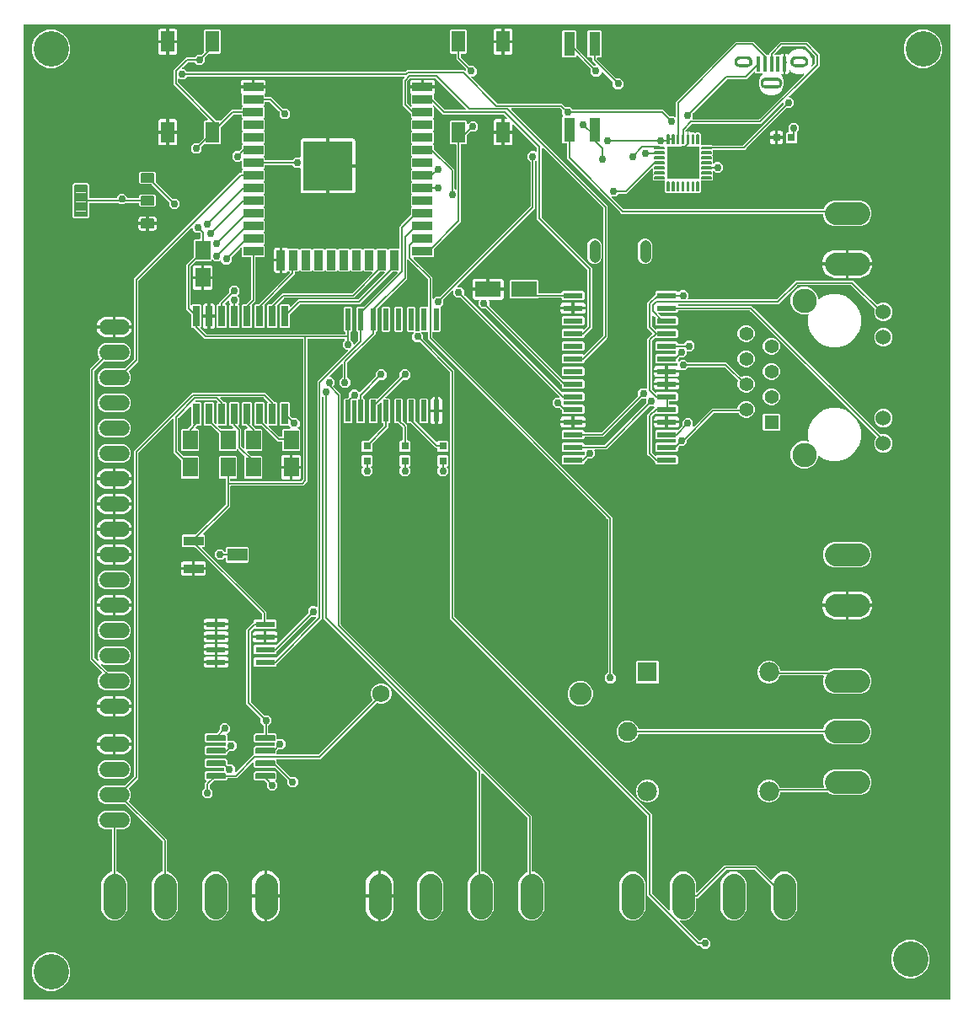
<source format=gbr>
G04 EAGLE Gerber RS-274X export*
G75*
%MOMM*%
%FSLAX34Y34*%
%LPD*%
%INTop Copper*%
%IPPOS*%
%AMOC8*
5,1,8,0,0,1.08239X$1,22.5*%
G01*
%ADD10C,1.755000*%
%ADD11C,2.250000*%
%ADD12R,1.500000X1.950000*%
%ADD13R,2.600000X1.600000*%
%ADD14C,2.286000*%
%ADD15R,0.600000X2.200000*%
%ADD16R,1.398000X1.398000*%
%ADD17C,1.398000*%
%ADD18C,1.530000*%
%ADD19C,2.445000*%
%ADD20R,0.450000X1.500000*%
%ADD21R,0.100000X0.100000*%
%ADD22R,0.800000X0.800000*%
%ADD23R,0.660400X2.032000*%
%ADD24C,1.117600*%
%ADD25R,2.000000X0.900000*%
%ADD26R,2.000000X1.300000*%
%ADD27R,1.980000X1.980000*%
%ADD28C,1.935000*%
%ADD29C,1.980000*%
%ADD30C,1.524000*%
%ADD31R,1.400000X2.100000*%
%ADD32R,1.130000X2.440000*%
%ADD33R,0.900000X2.000000*%
%ADD34R,5.000000X5.000000*%
%ADD35R,1.981200X0.558800*%
%ADD36C,0.135000*%
%ADD37R,3.250000X3.250000*%
%ADD38C,0.139500*%
%ADD39C,0.196500*%
%ADD40C,0.147500*%
%ADD41C,0.152400*%
%ADD42C,0.756400*%
%ADD43C,3.556000*%

G36*
X941398Y10164D02*
X941398Y10164D01*
X941417Y10162D01*
X941519Y10184D01*
X941621Y10200D01*
X941638Y10210D01*
X941658Y10214D01*
X941747Y10267D01*
X941838Y10316D01*
X941852Y10330D01*
X941869Y10340D01*
X941936Y10419D01*
X942008Y10494D01*
X942016Y10512D01*
X942029Y10527D01*
X942068Y10623D01*
X942111Y10717D01*
X942113Y10737D01*
X942121Y10755D01*
X942139Y10922D01*
X942139Y989078D01*
X942136Y989098D01*
X942138Y989117D01*
X942116Y989219D01*
X942100Y989321D01*
X942090Y989338D01*
X942086Y989358D01*
X942033Y989447D01*
X941984Y989538D01*
X941970Y989552D01*
X941960Y989569D01*
X941881Y989636D01*
X941806Y989708D01*
X941788Y989716D01*
X941773Y989729D01*
X941677Y989768D01*
X941583Y989811D01*
X941563Y989813D01*
X941545Y989821D01*
X941378Y989839D01*
X10922Y989839D01*
X10902Y989836D01*
X10883Y989838D01*
X10781Y989816D01*
X10679Y989800D01*
X10662Y989790D01*
X10642Y989786D01*
X10553Y989733D01*
X10462Y989684D01*
X10448Y989670D01*
X10431Y989660D01*
X10364Y989581D01*
X10292Y989506D01*
X10284Y989488D01*
X10271Y989473D01*
X10232Y989377D01*
X10189Y989283D01*
X10187Y989263D01*
X10179Y989245D01*
X10161Y989078D01*
X10161Y10922D01*
X10164Y10902D01*
X10162Y10883D01*
X10184Y10781D01*
X10200Y10679D01*
X10210Y10662D01*
X10214Y10642D01*
X10267Y10553D01*
X10316Y10462D01*
X10330Y10448D01*
X10340Y10431D01*
X10419Y10364D01*
X10494Y10292D01*
X10512Y10284D01*
X10527Y10271D01*
X10623Y10232D01*
X10717Y10189D01*
X10737Y10187D01*
X10755Y10179D01*
X10922Y10161D01*
X941378Y10161D01*
X941398Y10164D01*
G37*
%LPC*%
G36*
X693127Y61368D02*
X693127Y61368D01*
X690330Y64165D01*
X690256Y64218D01*
X690186Y64278D01*
X690156Y64290D01*
X690130Y64309D01*
X690043Y64336D01*
X689958Y64370D01*
X689917Y64374D01*
X689895Y64381D01*
X689863Y64380D01*
X689792Y64388D01*
X688028Y64388D01*
X637476Y114940D01*
X637476Y194000D01*
X637461Y194090D01*
X637454Y194181D01*
X637441Y194211D01*
X637436Y194243D01*
X637393Y194323D01*
X637358Y194407D01*
X637332Y194439D01*
X637321Y194460D01*
X637298Y194482D01*
X637253Y194538D01*
X440601Y391190D01*
X439038Y392753D01*
X439038Y640087D01*
X439024Y640178D01*
X439016Y640268D01*
X439004Y640298D01*
X438999Y640330D01*
X438956Y640411D01*
X438920Y640495D01*
X438894Y640527D01*
X438883Y640548D01*
X438860Y640570D01*
X438815Y640626D01*
X408696Y670745D01*
X408622Y670798D01*
X408552Y670858D01*
X408522Y670870D01*
X408496Y670889D01*
X408409Y670916D01*
X408324Y670950D01*
X408283Y670954D01*
X408261Y670961D01*
X408229Y670960D01*
X408158Y670968D01*
X404202Y670968D01*
X401093Y674077D01*
X401093Y678473D01*
X402496Y679876D01*
X402538Y679934D01*
X402587Y679986D01*
X402609Y680033D01*
X402639Y680075D01*
X402661Y680144D01*
X402691Y680209D01*
X402696Y680261D01*
X402712Y680311D01*
X402710Y680382D01*
X402718Y680453D01*
X402707Y680504D01*
X402705Y680556D01*
X402681Y680624D01*
X402666Y680694D01*
X402639Y680739D01*
X402621Y680787D01*
X402576Y680843D01*
X402539Y680905D01*
X402500Y680939D01*
X402467Y680979D01*
X402407Y681018D01*
X402352Y681065D01*
X402304Y681084D01*
X402260Y681112D01*
X402191Y681130D01*
X402124Y681157D01*
X402053Y681165D01*
X402022Y681173D01*
X401999Y681171D01*
X401958Y681175D01*
X396418Y681175D01*
X395525Y682068D01*
X395525Y705332D01*
X396418Y706225D01*
X403682Y706225D01*
X404575Y705332D01*
X404575Y682343D01*
X404578Y682324D01*
X404576Y682305D01*
X404576Y682304D01*
X404598Y682202D01*
X404614Y682100D01*
X404624Y682083D01*
X404628Y682063D01*
X404681Y681974D01*
X404730Y681883D01*
X404744Y681869D01*
X404754Y681852D01*
X404833Y681785D01*
X404908Y681713D01*
X404926Y681705D01*
X404941Y681692D01*
X405037Y681653D01*
X405131Y681610D01*
X405151Y681608D01*
X405169Y681600D01*
X405336Y681582D01*
X407464Y681582D01*
X407484Y681585D01*
X407503Y681583D01*
X407605Y681605D01*
X407707Y681621D01*
X407724Y681631D01*
X407744Y681635D01*
X407833Y681688D01*
X407924Y681737D01*
X407938Y681751D01*
X407955Y681761D01*
X408022Y681840D01*
X408094Y681915D01*
X408102Y681933D01*
X408115Y681948D01*
X408154Y682044D01*
X408197Y682138D01*
X408199Y682158D01*
X408207Y682176D01*
X408225Y682343D01*
X408225Y705332D01*
X409118Y706225D01*
X416052Y706225D01*
X416072Y706228D01*
X416091Y706226D01*
X416193Y706248D01*
X416295Y706264D01*
X416312Y706274D01*
X416332Y706278D01*
X416421Y706331D01*
X416512Y706380D01*
X416526Y706394D01*
X416543Y706404D01*
X416610Y706483D01*
X416682Y706558D01*
X416690Y706576D01*
X416703Y706591D01*
X416742Y706687D01*
X416785Y706781D01*
X416787Y706801D01*
X416795Y706819D01*
X416813Y706986D01*
X416813Y733750D01*
X416799Y733840D01*
X416791Y733931D01*
X416779Y733961D01*
X416774Y733993D01*
X416731Y734073D01*
X416695Y734157D01*
X416669Y734189D01*
X416658Y734210D01*
X416635Y734232D01*
X416590Y734288D01*
X397738Y753140D01*
X397286Y753592D01*
X397228Y753634D01*
X397176Y753684D01*
X397129Y753705D01*
X397087Y753736D01*
X397018Y753757D01*
X396953Y753787D01*
X396901Y753793D01*
X396851Y753808D01*
X396780Y753806D01*
X396709Y753814D01*
X396658Y753803D01*
X396606Y753802D01*
X396538Y753777D01*
X396468Y753762D01*
X396423Y753735D01*
X396375Y753717D01*
X396319Y753673D01*
X396257Y753636D01*
X396223Y753596D01*
X396183Y753564D01*
X396144Y753503D01*
X396097Y753449D01*
X396078Y753401D01*
X396050Y753357D01*
X396032Y753287D01*
X396005Y753221D01*
X395997Y753149D01*
X395989Y753118D01*
X395991Y753095D01*
X395987Y753054D01*
X395987Y734065D01*
X366698Y704776D01*
X366645Y704702D01*
X366585Y704633D01*
X366573Y704603D01*
X366554Y704577D01*
X366527Y704490D01*
X366493Y704405D01*
X366489Y704364D01*
X366482Y704341D01*
X366483Y704309D01*
X366475Y704238D01*
X366475Y682068D01*
X365582Y681175D01*
X364998Y681175D01*
X364978Y681172D01*
X364959Y681174D01*
X364857Y681152D01*
X364755Y681136D01*
X364738Y681126D01*
X364718Y681122D01*
X364629Y681069D01*
X364538Y681020D01*
X364524Y681006D01*
X364507Y680996D01*
X364440Y680917D01*
X364368Y680842D01*
X364360Y680824D01*
X364347Y680809D01*
X364308Y680713D01*
X364265Y680619D01*
X364263Y680599D01*
X364255Y680581D01*
X364237Y680414D01*
X364237Y678503D01*
X335885Y650151D01*
X335838Y650085D01*
X335793Y650039D01*
X335787Y650025D01*
X335772Y650007D01*
X335760Y649977D01*
X335741Y649951D01*
X335719Y649877D01*
X335690Y649816D01*
X335688Y649798D01*
X335680Y649779D01*
X335676Y649738D01*
X335669Y649716D01*
X335670Y649684D01*
X335662Y649612D01*
X335662Y635771D01*
X335676Y635681D01*
X335684Y635590D01*
X335696Y635560D01*
X335701Y635528D01*
X335744Y635448D01*
X335780Y635364D01*
X335806Y635331D01*
X335817Y635311D01*
X335840Y635289D01*
X335885Y635233D01*
X338682Y632436D01*
X338682Y628039D01*
X335573Y624931D01*
X331177Y624931D01*
X328068Y628039D01*
X328068Y632436D01*
X330865Y635233D01*
X330918Y635307D01*
X330978Y635376D01*
X330990Y635406D01*
X331009Y635432D01*
X331036Y635519D01*
X331070Y635604D01*
X331074Y635645D01*
X331081Y635667D01*
X331080Y635700D01*
X331088Y635771D01*
X331088Y648279D01*
X331077Y648350D01*
X331075Y648421D01*
X331057Y648470D01*
X331049Y648522D01*
X331015Y648585D01*
X330990Y648652D01*
X330958Y648693D01*
X330933Y648739D01*
X330882Y648788D01*
X330837Y648845D01*
X330793Y648873D01*
X330755Y648909D01*
X330690Y648939D01*
X330630Y648978D01*
X330579Y648990D01*
X330532Y649012D01*
X330461Y649020D01*
X330391Y649038D01*
X330339Y649034D01*
X330288Y649039D01*
X330217Y649024D01*
X330146Y649018D01*
X330098Y648998D01*
X330047Y648987D01*
X329986Y648950D01*
X329920Y648922D01*
X329864Y648877D01*
X329836Y648861D01*
X329821Y648843D01*
X329789Y648817D01*
X317815Y636844D01*
X317773Y636786D01*
X317724Y636734D01*
X317702Y636686D01*
X317672Y636644D01*
X317651Y636576D01*
X317620Y636510D01*
X317615Y636459D01*
X317599Y636409D01*
X317601Y636337D01*
X317593Y636266D01*
X317604Y636215D01*
X317606Y636163D01*
X317630Y636096D01*
X317645Y636026D01*
X317672Y635981D01*
X317690Y635932D01*
X317735Y635876D01*
X317772Y635815D01*
X317811Y635781D01*
X317844Y635740D01*
X317904Y635701D01*
X317959Y635655D01*
X318007Y635635D01*
X318051Y635607D01*
X318120Y635590D01*
X318187Y635563D01*
X318258Y635555D01*
X318289Y635547D01*
X318313Y635549D01*
X318353Y635544D01*
X319698Y635544D01*
X322807Y632436D01*
X322807Y628039D01*
X321820Y627053D01*
X321809Y627037D01*
X321793Y627024D01*
X321737Y626937D01*
X321677Y626853D01*
X321671Y626834D01*
X321660Y626817D01*
X321635Y626717D01*
X321604Y626618D01*
X321605Y626598D01*
X321600Y626579D01*
X321608Y626476D01*
X321611Y626372D01*
X321618Y626353D01*
X321619Y626334D01*
X321659Y626239D01*
X321695Y626141D01*
X321708Y626125D01*
X321715Y626107D01*
X321820Y625976D01*
X327749Y620047D01*
X329312Y618485D01*
X329312Y387025D01*
X329326Y386935D01*
X329334Y386844D01*
X329346Y386814D01*
X329351Y386782D01*
X329394Y386702D01*
X329430Y386618D01*
X329456Y386586D01*
X329467Y386565D01*
X329490Y386543D01*
X329535Y386487D01*
X521399Y194622D01*
X521399Y139446D01*
X521402Y139426D01*
X521400Y139407D01*
X521422Y139305D01*
X521439Y139203D01*
X521448Y139186D01*
X521453Y139166D01*
X521506Y139077D01*
X521554Y138986D01*
X521568Y138972D01*
X521579Y138955D01*
X521657Y138888D01*
X521732Y138816D01*
X521750Y138808D01*
X521766Y138795D01*
X521862Y138756D01*
X521955Y138713D01*
X521975Y138711D01*
X521994Y138703D01*
X522160Y138685D01*
X523277Y138685D01*
X528038Y136712D01*
X531682Y133068D01*
X533655Y128307D01*
X533655Y100293D01*
X531682Y95532D01*
X528038Y91888D01*
X523277Y89915D01*
X518123Y89915D01*
X513362Y91888D01*
X509718Y95532D01*
X507745Y100293D01*
X507745Y128307D01*
X509718Y133068D01*
X513362Y136712D01*
X516356Y137953D01*
X516455Y138014D01*
X516555Y138074D01*
X516560Y138079D01*
X516565Y138082D01*
X516639Y138172D01*
X516715Y138261D01*
X516718Y138267D01*
X516722Y138272D01*
X516763Y138380D01*
X516807Y138489D01*
X516808Y138497D01*
X516810Y138501D01*
X516811Y138520D01*
X516826Y138656D01*
X516826Y192412D01*
X516811Y192503D01*
X516804Y192593D01*
X516791Y192623D01*
X516786Y192655D01*
X516743Y192736D01*
X516708Y192820D01*
X516682Y192852D01*
X516671Y192873D01*
X516648Y192895D01*
X516603Y192951D01*
X471899Y237655D01*
X471841Y237697D01*
X471789Y237746D01*
X471741Y237768D01*
X471699Y237798D01*
X471631Y237819D01*
X471565Y237850D01*
X471514Y237855D01*
X471464Y237871D01*
X471392Y237869D01*
X471321Y237877D01*
X471270Y237866D01*
X471218Y237864D01*
X471151Y237840D01*
X471081Y237825D01*
X471036Y237798D01*
X470987Y237780D01*
X470931Y237735D01*
X470870Y237698D01*
X470836Y237659D01*
X470795Y237626D01*
X470756Y237566D01*
X470710Y237511D01*
X470690Y237463D01*
X470662Y237419D01*
X470645Y237350D01*
X470618Y237283D01*
X470610Y237212D01*
X470602Y237181D01*
X470604Y237157D01*
X470599Y237117D01*
X470599Y139446D01*
X470602Y139426D01*
X470600Y139407D01*
X470622Y139305D01*
X470639Y139203D01*
X470648Y139186D01*
X470653Y139166D01*
X470706Y139077D01*
X470754Y138986D01*
X470768Y138972D01*
X470779Y138955D01*
X470857Y138888D01*
X470932Y138816D01*
X470950Y138808D01*
X470966Y138795D01*
X471062Y138756D01*
X471155Y138713D01*
X471175Y138711D01*
X471194Y138703D01*
X471360Y138685D01*
X472477Y138685D01*
X477238Y136712D01*
X480882Y133068D01*
X482855Y128307D01*
X482855Y100293D01*
X480882Y95532D01*
X477238Y91888D01*
X472477Y89915D01*
X467323Y89915D01*
X462562Y91888D01*
X458918Y95532D01*
X456945Y100293D01*
X456945Y128307D01*
X458918Y133068D01*
X462562Y136712D01*
X465556Y137953D01*
X465655Y138014D01*
X465755Y138074D01*
X465760Y138079D01*
X465765Y138082D01*
X465839Y138172D01*
X465915Y138261D01*
X465918Y138267D01*
X465922Y138272D01*
X465963Y138380D01*
X466007Y138489D01*
X466008Y138497D01*
X466010Y138501D01*
X466011Y138520D01*
X466026Y138656D01*
X466026Y238450D01*
X466011Y238540D01*
X466004Y238631D01*
X465991Y238661D01*
X465986Y238693D01*
X465943Y238773D01*
X465908Y238857D01*
X465882Y238889D01*
X465871Y238910D01*
X465848Y238932D01*
X465803Y238988D01*
X312038Y392753D01*
X312038Y615179D01*
X312024Y615269D01*
X312016Y615360D01*
X312004Y615390D01*
X311999Y615422D01*
X311956Y615503D01*
X311920Y615586D01*
X311894Y615619D01*
X311883Y615639D01*
X311860Y615661D01*
X311815Y615717D01*
X311561Y615971D01*
X311503Y616013D01*
X311451Y616063D01*
X311404Y616085D01*
X311362Y616115D01*
X311293Y616136D01*
X311228Y616166D01*
X311176Y616172D01*
X311126Y616187D01*
X311055Y616185D01*
X310984Y616193D01*
X310933Y616182D01*
X310881Y616181D01*
X310813Y616156D01*
X310743Y616141D01*
X310699Y616114D01*
X310650Y616096D01*
X310594Y616052D01*
X310532Y616015D01*
X310498Y615975D01*
X310458Y615943D01*
X310419Y615882D01*
X310372Y615828D01*
X310353Y615780D01*
X310325Y615736D01*
X310307Y615666D01*
X310280Y615600D01*
X310272Y615528D01*
X310264Y615497D01*
X310266Y615474D01*
X310262Y615433D01*
X310262Y392753D01*
X308699Y391190D01*
X266035Y348526D01*
X264892Y347383D01*
X264839Y347309D01*
X264779Y347239D01*
X264767Y347209D01*
X264748Y347183D01*
X264721Y347096D01*
X264687Y347011D01*
X264683Y346970D01*
X264676Y346948D01*
X264677Y346916D01*
X264669Y346844D01*
X264669Y345824D01*
X263776Y344931D01*
X242700Y344931D01*
X241807Y345824D01*
X241807Y352676D01*
X242700Y353569D01*
X263823Y353569D01*
X263854Y353546D01*
X263873Y353541D01*
X263890Y353530D01*
X263990Y353504D01*
X264089Y353474D01*
X264109Y353475D01*
X264128Y353470D01*
X264231Y353478D01*
X264335Y353480D01*
X264354Y353487D01*
X264374Y353489D01*
X264468Y353529D01*
X264566Y353565D01*
X264582Y353577D01*
X264600Y353585D01*
X264663Y353635D01*
X264670Y353639D01*
X264679Y353648D01*
X264731Y353690D01*
X304485Y393444D01*
X304527Y393502D01*
X304576Y393554D01*
X304598Y393601D01*
X304628Y393643D01*
X304649Y393712D01*
X304680Y393777D01*
X304685Y393829D01*
X304701Y393879D01*
X304699Y393950D01*
X304707Y394021D01*
X304696Y394072D01*
X304694Y394124D01*
X304670Y394192D01*
X304655Y394262D01*
X304628Y394306D01*
X304610Y394355D01*
X304565Y394411D01*
X304528Y394473D01*
X304489Y394507D01*
X304456Y394547D01*
X304396Y394586D01*
X304341Y394633D01*
X304293Y394652D01*
X304249Y394680D01*
X304180Y394698D01*
X304113Y394725D01*
X304042Y394733D01*
X304011Y394741D01*
X303987Y394739D01*
X303947Y394743D01*
X299868Y394743D01*
X299777Y394729D01*
X299687Y394721D01*
X299657Y394709D01*
X299625Y394704D01*
X299544Y394661D01*
X299460Y394625D01*
X299428Y394599D01*
X299407Y394588D01*
X299385Y394565D01*
X299329Y394520D01*
X264892Y360083D01*
X264845Y360018D01*
X264830Y360003D01*
X264827Y359996D01*
X264779Y359939D01*
X264767Y359909D01*
X264748Y359883D01*
X264721Y359796D01*
X264687Y359711D01*
X264683Y359670D01*
X264676Y359648D01*
X264677Y359616D01*
X264669Y359544D01*
X264669Y358524D01*
X263776Y357631D01*
X242700Y357631D01*
X241807Y358524D01*
X241807Y365376D01*
X242700Y366269D01*
X263823Y366269D01*
X263854Y366246D01*
X263873Y366241D01*
X263890Y366230D01*
X263990Y366204D01*
X264089Y366174D01*
X264109Y366175D01*
X264128Y366170D01*
X264231Y366178D01*
X264335Y366180D01*
X264354Y366187D01*
X264374Y366189D01*
X264468Y366229D01*
X264566Y366265D01*
X264582Y366277D01*
X264600Y366285D01*
X264731Y366390D01*
X296095Y397754D01*
X296148Y397828D01*
X296208Y397898D01*
X296220Y397928D01*
X296239Y397954D01*
X296266Y398041D01*
X296300Y398126D01*
X296304Y398167D01*
X296311Y398189D01*
X296310Y398221D01*
X296318Y398293D01*
X296318Y402248D01*
X299427Y405357D01*
X303823Y405357D01*
X304389Y404791D01*
X304447Y404749D01*
X304499Y404700D01*
X304546Y404678D01*
X304588Y404648D01*
X304657Y404626D01*
X304722Y404596D01*
X304774Y404591D01*
X304824Y404575D01*
X304895Y404577D01*
X304966Y404569D01*
X305017Y404580D01*
X305069Y404582D01*
X305137Y404606D01*
X305207Y404621D01*
X305252Y404648D01*
X305300Y404666D01*
X305356Y404711D01*
X305418Y404748D01*
X305452Y404787D01*
X305492Y404820D01*
X305531Y404880D01*
X305578Y404935D01*
X305597Y404983D01*
X305625Y405027D01*
X305643Y405096D01*
X305670Y405163D01*
X305678Y405234D01*
X305686Y405265D01*
X305684Y405288D01*
X305688Y405329D01*
X305688Y631185D01*
X336235Y661731D01*
X336277Y661789D01*
X336326Y661841D01*
X336348Y661889D01*
X336378Y661931D01*
X336399Y661999D01*
X336430Y662065D01*
X336435Y662116D01*
X336451Y662166D01*
X336449Y662238D01*
X336457Y662309D01*
X336446Y662360D01*
X336444Y662412D01*
X336420Y662479D01*
X336405Y662549D01*
X336378Y662594D01*
X336360Y662643D01*
X336315Y662699D01*
X336278Y662760D01*
X336239Y662794D01*
X336206Y662835D01*
X336146Y662874D01*
X336091Y662920D01*
X336043Y662940D01*
X335999Y662968D01*
X335930Y662985D01*
X335863Y663012D01*
X335792Y663020D01*
X335761Y663028D01*
X335737Y663026D01*
X335697Y663031D01*
X334352Y663031D01*
X331243Y666139D01*
X331243Y670536D01*
X333396Y672689D01*
X333438Y672747D01*
X333488Y672799D01*
X333510Y672846D01*
X333540Y672888D01*
X333561Y672957D01*
X333591Y673022D01*
X333597Y673074D01*
X333612Y673124D01*
X333610Y673195D01*
X333618Y673266D01*
X333607Y673317D01*
X333606Y673369D01*
X333581Y673437D01*
X333566Y673507D01*
X333539Y673552D01*
X333521Y673600D01*
X333477Y673656D01*
X333440Y673718D01*
X333400Y673752D01*
X333368Y673792D01*
X333307Y673831D01*
X333253Y673878D01*
X333205Y673897D01*
X333161Y673925D01*
X333091Y673943D01*
X333025Y673970D01*
X332953Y673978D01*
X332922Y673986D01*
X332899Y673984D01*
X332858Y673988D01*
X296735Y673988D01*
X296716Y673985D01*
X296696Y673987D01*
X296595Y673965D01*
X296493Y673949D01*
X296475Y673939D01*
X296456Y673935D01*
X296367Y673882D01*
X296275Y673833D01*
X296262Y673819D01*
X296245Y673809D01*
X296177Y673730D01*
X296106Y673655D01*
X296098Y673637D01*
X296085Y673622D01*
X296046Y673526D01*
X296002Y673432D01*
X296000Y673412D01*
X295993Y673394D01*
X295974Y673227D01*
X295974Y530865D01*
X291460Y526351D01*
X218948Y526351D01*
X218928Y526348D01*
X218909Y526350D01*
X218807Y526328D01*
X218705Y526311D01*
X218688Y526302D01*
X218668Y526297D01*
X218579Y526244D01*
X218488Y526196D01*
X218474Y526182D01*
X218457Y526171D01*
X218390Y526093D01*
X218318Y526018D01*
X218310Y526000D01*
X218297Y525984D01*
X218258Y525888D01*
X218215Y525795D01*
X218213Y525775D01*
X218205Y525756D01*
X218187Y525590D01*
X218187Y505465D01*
X191246Y478524D01*
X191204Y478466D01*
X191154Y478414D01*
X191132Y478367D01*
X191102Y478325D01*
X191081Y478256D01*
X191051Y478191D01*
X191045Y478139D01*
X191030Y478089D01*
X191032Y478018D01*
X191024Y477947D01*
X191035Y477896D01*
X191036Y477844D01*
X191061Y477776D01*
X191076Y477706D01*
X191103Y477661D01*
X191121Y477613D01*
X191165Y477557D01*
X191202Y477495D01*
X191242Y477461D01*
X191274Y477421D01*
X191335Y477382D01*
X191389Y477335D01*
X191437Y477316D01*
X191481Y477288D01*
X191551Y477270D01*
X191617Y477243D01*
X191689Y477235D01*
X191720Y477227D01*
X191743Y477229D01*
X191784Y477225D01*
X191832Y477225D01*
X192725Y476332D01*
X192725Y466068D01*
X191832Y465175D01*
X190771Y465175D01*
X190701Y465164D01*
X190629Y465162D01*
X190580Y465144D01*
X190529Y465136D01*
X190465Y465102D01*
X190398Y465077D01*
X190357Y465045D01*
X190311Y465020D01*
X190262Y464968D01*
X190206Y464924D01*
X190178Y464880D01*
X190142Y464842D01*
X190112Y464777D01*
X190073Y464717D01*
X190060Y464666D01*
X190038Y464619D01*
X190030Y464548D01*
X190013Y464478D01*
X190017Y464426D01*
X190011Y464375D01*
X190026Y464304D01*
X190032Y464233D01*
X190052Y464185D01*
X190063Y464134D01*
X190100Y464073D01*
X190128Y464007D01*
X190173Y463951D01*
X190190Y463923D01*
X190207Y463908D01*
X190233Y463876D01*
X254699Y399410D01*
X254699Y392430D01*
X254702Y392410D01*
X254700Y392391D01*
X254722Y392289D01*
X254739Y392187D01*
X254748Y392170D01*
X254753Y392150D01*
X254806Y392061D01*
X254854Y391970D01*
X254868Y391956D01*
X254879Y391939D01*
X254957Y391872D01*
X255032Y391800D01*
X255050Y391792D01*
X255066Y391779D01*
X255162Y391740D01*
X255255Y391697D01*
X255275Y391695D01*
X255294Y391687D01*
X255460Y391669D01*
X263776Y391669D01*
X264669Y390776D01*
X264669Y383924D01*
X263776Y383031D01*
X242665Y383031D01*
X242590Y383085D01*
X242571Y383091D01*
X242554Y383102D01*
X242454Y383127D01*
X242355Y383158D01*
X242335Y383157D01*
X242316Y383162D01*
X242213Y383154D01*
X242109Y383151D01*
X242090Y383145D01*
X242071Y383143D01*
X241976Y383103D01*
X241878Y383067D01*
X241863Y383054D01*
X241844Y383047D01*
X241713Y382942D01*
X239047Y380276D01*
X238994Y380202D01*
X238935Y380132D01*
X238922Y380102D01*
X238904Y380076D01*
X238877Y379989D01*
X238843Y379904D01*
X238838Y379863D01*
X238831Y379841D01*
X238832Y379809D01*
X238824Y379737D01*
X238824Y309238D01*
X238839Y309147D01*
X238846Y309057D01*
X238859Y309027D01*
X238864Y308995D01*
X238907Y308914D01*
X238942Y308830D01*
X238968Y308798D01*
X238979Y308777D01*
X239002Y308755D01*
X239047Y308699D01*
X251704Y296042D01*
X251778Y295989D01*
X251848Y295930D01*
X251878Y295917D01*
X251904Y295899D01*
X251991Y295872D01*
X252076Y295838D01*
X252117Y295833D01*
X252139Y295826D01*
X252171Y295827D01*
X252243Y295819D01*
X256198Y295819D01*
X259307Y292711D01*
X259307Y288314D01*
X256510Y285517D01*
X256457Y285443D01*
X256428Y285410D01*
X256418Y285400D01*
X256417Y285398D01*
X256397Y285374D01*
X256385Y285344D01*
X256366Y285318D01*
X256339Y285231D01*
X256337Y285224D01*
X256315Y285177D01*
X256314Y285167D01*
X256305Y285146D01*
X256301Y285105D01*
X256294Y285083D01*
X256295Y285050D01*
X256287Y284979D01*
X256287Y278286D01*
X256290Y278266D01*
X256288Y278247D01*
X256310Y278145D01*
X256326Y278043D01*
X256336Y278026D01*
X256340Y278006D01*
X256393Y277917D01*
X256442Y277826D01*
X256456Y277812D01*
X256466Y277795D01*
X256545Y277728D01*
X256620Y277656D01*
X256638Y277648D01*
X256653Y277635D01*
X256749Y277596D01*
X256843Y277553D01*
X256863Y277551D01*
X256881Y277543D01*
X257048Y277525D01*
X263400Y277525D01*
X264725Y276200D01*
X264725Y272480D01*
X264736Y272409D01*
X264738Y272337D01*
X264756Y272288D01*
X264764Y272237D01*
X264798Y272174D01*
X264823Y272106D01*
X264855Y272066D01*
X264880Y272020D01*
X264931Y271970D01*
X264976Y271914D01*
X265020Y271886D01*
X265058Y271850D01*
X265123Y271820D01*
X265183Y271781D01*
X265234Y271769D01*
X265281Y271747D01*
X265352Y271739D01*
X265422Y271721D01*
X265474Y271725D01*
X265525Y271720D01*
X265596Y271735D01*
X265667Y271740D01*
X265715Y271761D01*
X265766Y271772D01*
X265827Y271809D01*
X265893Y271837D01*
X265949Y271882D01*
X265977Y271898D01*
X265992Y271916D01*
X266024Y271942D01*
X266089Y272007D01*
X270486Y272007D01*
X273594Y268898D01*
X273594Y264502D01*
X270486Y261393D01*
X266530Y261393D01*
X266440Y261379D01*
X266349Y261371D01*
X266319Y261359D01*
X266287Y261354D01*
X266207Y261311D01*
X266123Y261275D01*
X266091Y261249D01*
X266070Y261238D01*
X266052Y261219D01*
X266050Y261218D01*
X266043Y261212D01*
X265992Y261170D01*
X264948Y260126D01*
X264895Y260052D01*
X264835Y259983D01*
X264823Y259953D01*
X264804Y259927D01*
X264777Y259840D01*
X264743Y259755D01*
X264739Y259714D01*
X264732Y259691D01*
X264733Y259659D01*
X264725Y259588D01*
X264725Y257048D01*
X264728Y257028D01*
X264726Y257009D01*
X264748Y256907D01*
X264764Y256805D01*
X264774Y256788D01*
X264778Y256768D01*
X264831Y256679D01*
X264880Y256588D01*
X264894Y256574D01*
X264904Y256557D01*
X264983Y256490D01*
X265058Y256418D01*
X265076Y256410D01*
X265091Y256397D01*
X265187Y256358D01*
X265281Y256315D01*
X265301Y256313D01*
X265319Y256305D01*
X265486Y256287D01*
X306712Y256287D01*
X306803Y256301D01*
X306893Y256309D01*
X306923Y256321D01*
X306955Y256326D01*
X307036Y256369D01*
X307120Y256405D01*
X307152Y256431D01*
X307173Y256442D01*
X307195Y256465D01*
X307251Y256510D01*
X361249Y310508D01*
X361261Y310524D01*
X361276Y310537D01*
X361333Y310624D01*
X361393Y310708D01*
X361399Y310727D01*
X361409Y310744D01*
X361435Y310844D01*
X361465Y310943D01*
X361465Y310963D01*
X361470Y310982D01*
X361461Y311085D01*
X361459Y311189D01*
X361452Y311208D01*
X361450Y311228D01*
X361410Y311323D01*
X361374Y311420D01*
X361362Y311436D01*
X361354Y311454D01*
X361249Y311585D01*
X361168Y311666D01*
X359600Y315451D01*
X359600Y319549D01*
X361168Y323334D01*
X364066Y326232D01*
X367851Y327800D01*
X371949Y327800D01*
X375734Y326232D01*
X378632Y323334D01*
X380200Y319549D01*
X380200Y315451D01*
X378632Y311666D01*
X375734Y308768D01*
X371949Y307200D01*
X367851Y307200D01*
X365887Y308014D01*
X365774Y308040D01*
X365660Y308069D01*
X365654Y308069D01*
X365648Y308070D01*
X365531Y308059D01*
X365415Y308050D01*
X365409Y308047D01*
X365403Y308047D01*
X365295Y307999D01*
X365189Y307954D01*
X365183Y307949D01*
X365178Y307947D01*
X365164Y307934D01*
X365058Y307849D01*
X308922Y251713D01*
X265486Y251713D01*
X265466Y251710D01*
X265447Y251712D01*
X265345Y251690D01*
X265243Y251674D01*
X265226Y251664D01*
X265206Y251660D01*
X265117Y251607D01*
X265026Y251558D01*
X265012Y251544D01*
X264995Y251534D01*
X264928Y251455D01*
X264856Y251380D01*
X264848Y251362D01*
X264835Y251347D01*
X264796Y251251D01*
X264753Y251157D01*
X264751Y251137D01*
X264743Y251119D01*
X264725Y250952D01*
X264725Y248412D01*
X264727Y248400D01*
X264726Y248393D01*
X264735Y248352D01*
X264739Y248322D01*
X264747Y248231D01*
X264759Y248201D01*
X264764Y248169D01*
X264807Y248089D01*
X264843Y248005D01*
X264869Y247973D01*
X264880Y247952D01*
X264903Y247930D01*
X264948Y247874D01*
X278692Y234130D01*
X278766Y234077D01*
X278835Y234017D01*
X278865Y234005D01*
X278891Y233986D01*
X278978Y233959D01*
X279063Y233925D01*
X279104Y233921D01*
X279127Y233914D01*
X279159Y233915D01*
X279230Y233907D01*
X283186Y233907D01*
X286294Y230798D01*
X286294Y226402D01*
X283186Y223293D01*
X278789Y223293D01*
X275681Y226402D01*
X275681Y230357D01*
X275666Y230448D01*
X275659Y230538D01*
X275646Y230568D01*
X275641Y230600D01*
X275598Y230681D01*
X275563Y230765D01*
X275537Y230797D01*
X275526Y230818D01*
X275503Y230840D01*
X275458Y230896D01*
X263401Y242952D01*
X263327Y243005D01*
X263258Y243065D01*
X263228Y243077D01*
X263202Y243096D01*
X263115Y243123D01*
X263030Y243157D01*
X262989Y243161D01*
X262966Y243168D01*
X262934Y243167D01*
X262863Y243175D01*
X243300Y243175D01*
X241975Y244500D01*
X241975Y248016D01*
X241964Y248087D01*
X241962Y248158D01*
X241944Y248207D01*
X241936Y248259D01*
X241902Y248322D01*
X241877Y248389D01*
X241845Y248430D01*
X241820Y248476D01*
X241768Y248526D01*
X241724Y248582D01*
X241680Y248610D01*
X241642Y248646D01*
X241577Y248676D01*
X241517Y248715D01*
X241466Y248727D01*
X241419Y248749D01*
X241348Y248757D01*
X241278Y248775D01*
X241226Y248771D01*
X241175Y248776D01*
X241104Y248761D01*
X241033Y248755D01*
X240985Y248735D01*
X240934Y248724D01*
X240873Y248687D01*
X240807Y248659D01*
X240751Y248614D01*
X240723Y248598D01*
X240708Y248580D01*
X240676Y248554D01*
X224785Y232663D01*
X215986Y232663D01*
X215966Y232660D01*
X215947Y232662D01*
X215845Y232640D01*
X215743Y232624D01*
X215726Y232614D01*
X215706Y232610D01*
X215617Y232557D01*
X215526Y232508D01*
X215512Y232494D01*
X215495Y232484D01*
X215428Y232405D01*
X215356Y232330D01*
X215348Y232312D01*
X215335Y232297D01*
X215296Y232201D01*
X215253Y232107D01*
X215251Y232087D01*
X215243Y232069D01*
X215225Y231902D01*
X215225Y231800D01*
X213900Y230475D01*
X202275Y230475D01*
X202184Y230461D01*
X202094Y230453D01*
X202064Y230441D01*
X202032Y230436D01*
X201951Y230393D01*
X201867Y230357D01*
X201835Y230331D01*
X201814Y230320D01*
X201792Y230297D01*
X201736Y230252D01*
X197772Y226288D01*
X197719Y226214D01*
X197660Y226145D01*
X197647Y226115D01*
X197629Y226089D01*
X197602Y226002D01*
X197568Y225917D01*
X197563Y225876D01*
X197556Y225853D01*
X197557Y225821D01*
X197549Y225750D01*
X197549Y223021D01*
X197564Y222931D01*
X197571Y222840D01*
X197584Y222810D01*
X197589Y222778D01*
X197632Y222698D01*
X197667Y222614D01*
X197693Y222582D01*
X197704Y222561D01*
X197727Y222539D01*
X197772Y222483D01*
X200569Y219686D01*
X200569Y215289D01*
X197461Y212181D01*
X193064Y212181D01*
X189956Y215289D01*
X189956Y219686D01*
X192753Y222483D01*
X192806Y222557D01*
X192865Y222626D01*
X192878Y222656D01*
X192896Y222682D01*
X192923Y222769D01*
X192957Y222854D01*
X192962Y222895D01*
X192969Y222917D01*
X192968Y222950D01*
X192976Y223021D01*
X192976Y227960D01*
X194192Y229176D01*
X194234Y229234D01*
X194283Y229286D01*
X194305Y229333D01*
X194335Y229375D01*
X194356Y229444D01*
X194387Y229509D01*
X194392Y229561D01*
X194408Y229611D01*
X194406Y229682D01*
X194414Y229753D01*
X194403Y229804D01*
X194401Y229856D01*
X194377Y229924D01*
X194362Y229994D01*
X194335Y230039D01*
X194317Y230087D01*
X194272Y230143D01*
X194235Y230205D01*
X194196Y230239D01*
X194163Y230279D01*
X194103Y230318D01*
X194048Y230365D01*
X194000Y230384D01*
X193956Y230412D01*
X193887Y230430D01*
X193820Y230457D01*
X193819Y230457D01*
X192475Y231800D01*
X192475Y238100D01*
X193800Y239425D01*
X211420Y239425D01*
X211439Y239428D01*
X211459Y239426D01*
X211560Y239448D01*
X211662Y239464D01*
X211680Y239474D01*
X211699Y239478D01*
X211788Y239531D01*
X211880Y239580D01*
X211893Y239594D01*
X211910Y239604D01*
X211978Y239683D01*
X212049Y239758D01*
X212057Y239776D01*
X212070Y239791D01*
X212109Y239887D01*
X212153Y239981D01*
X212155Y240001D01*
X212162Y240019D01*
X212181Y240186D01*
X212181Y242414D01*
X212178Y242434D01*
X212180Y242453D01*
X212158Y242555D01*
X212141Y242657D01*
X212132Y242674D01*
X212127Y242694D01*
X212074Y242783D01*
X212026Y242874D01*
X212012Y242888D01*
X212001Y242905D01*
X211923Y242972D01*
X211848Y243044D01*
X211830Y243052D01*
X211814Y243065D01*
X211718Y243104D01*
X211625Y243147D01*
X211605Y243149D01*
X211586Y243157D01*
X211420Y243175D01*
X193800Y243175D01*
X192475Y244500D01*
X192475Y250800D01*
X193800Y252125D01*
X213900Y252125D01*
X215225Y250800D01*
X215225Y247368D01*
X215228Y247348D01*
X215226Y247329D01*
X215248Y247227D01*
X215264Y247125D01*
X215274Y247108D01*
X215278Y247088D01*
X215331Y246999D01*
X215380Y246908D01*
X215394Y246894D01*
X215404Y246877D01*
X215483Y246810D01*
X215558Y246738D01*
X215576Y246730D01*
X215591Y246717D01*
X215687Y246678D01*
X215781Y246635D01*
X215801Y246633D01*
X215819Y246625D01*
X215986Y246607D01*
X219686Y246607D01*
X222794Y243498D01*
X222794Y238978D01*
X222806Y238908D01*
X222808Y238836D01*
X222826Y238787D01*
X222834Y238736D01*
X222868Y238672D01*
X222892Y238605D01*
X222925Y238564D01*
X222949Y238518D01*
X223001Y238469D01*
X223046Y238413D01*
X223090Y238385D01*
X223127Y238349D01*
X223192Y238319D01*
X223253Y238280D01*
X223303Y238267D01*
X223350Y238245D01*
X223422Y238237D01*
X223491Y238220D01*
X223543Y238224D01*
X223595Y238218D01*
X223665Y238233D01*
X223736Y238239D01*
X223784Y238259D01*
X223835Y238270D01*
X223897Y238307D01*
X223963Y238335D01*
X224019Y238380D01*
X224046Y238397D01*
X224062Y238414D01*
X224094Y238440D01*
X240378Y254724D01*
X241876Y256223D01*
X241888Y256239D01*
X241904Y256251D01*
X241960Y256339D01*
X242020Y256423D01*
X242026Y256442D01*
X242037Y256458D01*
X242062Y256559D01*
X242092Y256658D01*
X242092Y256678D01*
X242097Y256697D01*
X242089Y256800D01*
X242086Y256904D01*
X242079Y256922D01*
X242077Y256942D01*
X242037Y257037D01*
X242001Y257135D01*
X241989Y257150D01*
X241981Y257168D01*
X241975Y257176D01*
X241975Y263500D01*
X243300Y264825D01*
X262220Y264825D01*
X262239Y264828D01*
X262259Y264826D01*
X262360Y264848D01*
X262462Y264864D01*
X262480Y264874D01*
X262499Y264878D01*
X262588Y264931D01*
X262680Y264980D01*
X262693Y264994D01*
X262710Y265004D01*
X262778Y265083D01*
X262849Y265158D01*
X262857Y265176D01*
X262870Y265191D01*
X262909Y265287D01*
X262953Y265381D01*
X262955Y265401D01*
X262962Y265419D01*
X262981Y265586D01*
X262981Y267814D01*
X262978Y267834D01*
X262980Y267853D01*
X262958Y267955D01*
X262941Y268057D01*
X262932Y268074D01*
X262927Y268094D01*
X262874Y268183D01*
X262826Y268274D01*
X262812Y268288D01*
X262801Y268305D01*
X262723Y268372D01*
X262648Y268444D01*
X262630Y268452D01*
X262614Y268465D01*
X262518Y268504D01*
X262425Y268547D01*
X262405Y268549D01*
X262386Y268557D01*
X262220Y268575D01*
X243300Y268575D01*
X241975Y269900D01*
X241975Y276200D01*
X243300Y277525D01*
X250952Y277525D01*
X250972Y277528D01*
X250991Y277526D01*
X251093Y277548D01*
X251195Y277564D01*
X251212Y277574D01*
X251232Y277578D01*
X251321Y277631D01*
X251412Y277680D01*
X251426Y277694D01*
X251443Y277704D01*
X251510Y277783D01*
X251582Y277858D01*
X251590Y277876D01*
X251603Y277891D01*
X251642Y277987D01*
X251685Y278081D01*
X251687Y278101D01*
X251695Y278119D01*
X251713Y278286D01*
X251713Y284979D01*
X251711Y284996D01*
X251712Y285011D01*
X251698Y285078D01*
X251691Y285160D01*
X251679Y285190D01*
X251674Y285222D01*
X251662Y285244D01*
X251660Y285252D01*
X251640Y285286D01*
X251631Y285302D01*
X251595Y285386D01*
X251569Y285419D01*
X251558Y285439D01*
X251535Y285461D01*
X251490Y285517D01*
X248693Y288314D01*
X248693Y292270D01*
X248679Y292360D01*
X248671Y292451D01*
X248659Y292481D01*
X248654Y292513D01*
X248611Y292593D01*
X248575Y292677D01*
X248549Y292709D01*
X248538Y292730D01*
X248515Y292752D01*
X248470Y292808D01*
X234251Y307028D01*
X234251Y381947D01*
X241584Y389281D01*
X241637Y389355D01*
X241697Y389424D01*
X241709Y389454D01*
X241728Y389480D01*
X241755Y389567D01*
X241789Y389652D01*
X241793Y389693D01*
X241800Y389716D01*
X241799Y389748D01*
X241807Y389819D01*
X241807Y390776D01*
X242700Y391669D01*
X249365Y391669D01*
X249384Y391672D01*
X249404Y391670D01*
X249505Y391692D01*
X249607Y391708D01*
X249625Y391718D01*
X249644Y391722D01*
X249733Y391775D01*
X249825Y391824D01*
X249838Y391838D01*
X249855Y391848D01*
X249923Y391927D01*
X249994Y392002D01*
X250002Y392020D01*
X250015Y392035D01*
X250054Y392131D01*
X250098Y392225D01*
X250100Y392245D01*
X250107Y392263D01*
X250126Y392430D01*
X250126Y397200D01*
X250111Y397290D01*
X250104Y397381D01*
X250091Y397411D01*
X250086Y397443D01*
X250043Y397523D01*
X250008Y397607D01*
X249982Y397639D01*
X249971Y397660D01*
X249948Y397682D01*
X249903Y397738D01*
X182689Y464952D01*
X182615Y465005D01*
X182545Y465065D01*
X182515Y465077D01*
X182489Y465096D01*
X182402Y465123D01*
X182317Y465157D01*
X182276Y465161D01*
X182254Y465168D01*
X182222Y465167D01*
X182150Y465175D01*
X170568Y465175D01*
X169675Y466068D01*
X169675Y476332D01*
X170568Y477225D01*
X183163Y477225D01*
X183253Y477239D01*
X183344Y477247D01*
X183374Y477259D01*
X183406Y477264D01*
X183486Y477307D01*
X183570Y477343D01*
X183602Y477369D01*
X183623Y477380D01*
X183645Y477403D01*
X183701Y477448D01*
X213390Y507137D01*
X213443Y507211D01*
X213503Y507280D01*
X213515Y507310D01*
X213534Y507336D01*
X213561Y507423D01*
X213595Y507508D01*
X213599Y507549D01*
X213606Y507572D01*
X213605Y507604D01*
X213613Y507675D01*
X213613Y533014D01*
X213610Y533034D01*
X213612Y533053D01*
X213590Y533155D01*
X213574Y533257D01*
X213564Y533274D01*
X213560Y533294D01*
X213507Y533383D01*
X213458Y533474D01*
X213444Y533488D01*
X213434Y533505D01*
X213355Y533572D01*
X213280Y533644D01*
X213262Y533652D01*
X213247Y533665D01*
X213151Y533704D01*
X213057Y533747D01*
X213037Y533749D01*
X213019Y533757D01*
X212852Y533775D01*
X207768Y533775D01*
X206875Y534668D01*
X206875Y555432D01*
X207768Y556325D01*
X224032Y556325D01*
X224925Y555432D01*
X224925Y534668D01*
X224032Y533775D01*
X218948Y533775D01*
X218928Y533772D01*
X218909Y533774D01*
X218807Y533752D01*
X218705Y533736D01*
X218688Y533726D01*
X218668Y533722D01*
X218579Y533669D01*
X218488Y533620D01*
X218474Y533606D01*
X218457Y533596D01*
X218390Y533517D01*
X218318Y533442D01*
X218310Y533424D01*
X218297Y533409D01*
X218258Y533313D01*
X218215Y533219D01*
X218213Y533199D01*
X218205Y533181D01*
X218187Y533014D01*
X218187Y531685D01*
X218190Y531666D01*
X218188Y531646D01*
X218210Y531544D01*
X218226Y531443D01*
X218236Y531425D01*
X218240Y531406D01*
X218293Y531317D01*
X218342Y531225D01*
X218356Y531212D01*
X218366Y531195D01*
X218445Y531127D01*
X218520Y531056D01*
X218538Y531048D01*
X218553Y531035D01*
X218649Y530996D01*
X218743Y530952D01*
X218763Y530950D01*
X218781Y530943D01*
X218948Y530924D01*
X289250Y530924D01*
X289340Y530939D01*
X289431Y530946D01*
X289461Y530959D01*
X289493Y530964D01*
X289573Y531007D01*
X289657Y531042D01*
X289689Y531068D01*
X289710Y531079D01*
X289732Y531102D01*
X289788Y531147D01*
X291178Y532537D01*
X291231Y532611D01*
X291290Y532680D01*
X291303Y532710D01*
X291321Y532736D01*
X291348Y532823D01*
X291382Y532908D01*
X291387Y532949D01*
X291394Y532972D01*
X291393Y533004D01*
X291401Y533075D01*
X291401Y673227D01*
X291399Y673240D01*
X291400Y673249D01*
X291398Y673255D01*
X291400Y673266D01*
X291378Y673368D01*
X291361Y673470D01*
X291352Y673487D01*
X291347Y673507D01*
X291294Y673596D01*
X291246Y673687D01*
X291232Y673701D01*
X291221Y673718D01*
X291143Y673785D01*
X291068Y673857D01*
X291050Y673865D01*
X291034Y673878D01*
X290938Y673917D01*
X290845Y673960D01*
X290825Y673962D01*
X290806Y673970D01*
X290640Y673988D01*
X192728Y673988D01*
X183426Y683290D01*
X181902Y684814D01*
X181828Y684867D01*
X181758Y684927D01*
X181728Y684939D01*
X181702Y684958D01*
X181615Y684985D01*
X181530Y685019D01*
X181489Y685023D01*
X181467Y685030D01*
X181435Y685029D01*
X181364Y685037D01*
X180216Y685037D01*
X179323Y685930D01*
X179323Y698190D01*
X179309Y698280D01*
X179301Y698371D01*
X179289Y698401D01*
X179284Y698433D01*
X179241Y698513D01*
X179205Y698597D01*
X179179Y698629D01*
X179168Y698650D01*
X179145Y698672D01*
X179100Y698728D01*
X173926Y703903D01*
X173926Y748660D01*
X181252Y755986D01*
X181305Y756060D01*
X181365Y756130D01*
X181377Y756160D01*
X181396Y756186D01*
X181423Y756273D01*
X181457Y756358D01*
X181461Y756399D01*
X181468Y756421D01*
X181467Y756453D01*
X181475Y756525D01*
X181475Y773432D01*
X182368Y774325D01*
X187452Y774325D01*
X187472Y774328D01*
X187491Y774326D01*
X187593Y774348D01*
X187695Y774364D01*
X187712Y774374D01*
X187732Y774378D01*
X187821Y774431D01*
X187912Y774480D01*
X187926Y774494D01*
X187943Y774504D01*
X188010Y774583D01*
X188082Y774658D01*
X188090Y774676D01*
X188103Y774691D01*
X188142Y774787D01*
X188185Y774881D01*
X188187Y774901D01*
X188195Y774919D01*
X188213Y775086D01*
X188213Y779745D01*
X188210Y779764D01*
X188212Y779784D01*
X188190Y779885D01*
X188174Y779987D01*
X188164Y780005D01*
X188160Y780024D01*
X188107Y780113D01*
X188058Y780205D01*
X188044Y780218D01*
X188034Y780235D01*
X187955Y780303D01*
X187880Y780374D01*
X187862Y780382D01*
X187847Y780395D01*
X187751Y780434D01*
X187657Y780478D01*
X187637Y780480D01*
X187619Y780487D01*
X187452Y780506D01*
X183539Y780506D01*
X180431Y783614D01*
X180431Y784959D01*
X180419Y785030D01*
X180417Y785101D01*
X180399Y785150D01*
X180391Y785202D01*
X180357Y785265D01*
X180333Y785332D01*
X180300Y785373D01*
X180276Y785419D01*
X180224Y785469D01*
X180179Y785525D01*
X180135Y785553D01*
X180098Y785589D01*
X180033Y785619D01*
X179972Y785658D01*
X179922Y785670D01*
X179875Y785692D01*
X179803Y785700D01*
X179734Y785718D01*
X179682Y785714D01*
X179630Y785719D01*
X179560Y785704D01*
X179489Y785698D01*
X179441Y785678D01*
X179390Y785667D01*
X179328Y785630D01*
X179262Y785602D01*
X179206Y785557D01*
X179179Y785541D01*
X179163Y785523D01*
X179131Y785497D01*
X126335Y732701D01*
X126282Y732627D01*
X126222Y732557D01*
X126210Y732527D01*
X126191Y732501D01*
X126164Y732414D01*
X126130Y732329D01*
X126126Y732288D01*
X126119Y732266D01*
X126120Y732234D01*
X126112Y732162D01*
X126112Y651515D01*
X116413Y641816D01*
X116401Y641800D01*
X116386Y641788D01*
X116330Y641701D01*
X116269Y641617D01*
X116263Y641598D01*
X116253Y641581D01*
X116227Y641480D01*
X116197Y641382D01*
X116197Y641362D01*
X116193Y641342D01*
X116201Y641239D01*
X116203Y641136D01*
X116210Y641117D01*
X116212Y641097D01*
X116252Y641002D01*
X116288Y640905D01*
X116300Y640889D01*
X116308Y640871D01*
X116413Y640740D01*
X116973Y640180D01*
X118365Y636819D01*
X118365Y633181D01*
X116973Y629820D01*
X114400Y627247D01*
X111039Y625855D01*
X92161Y625855D01*
X88800Y627247D01*
X86227Y629820D01*
X84835Y633181D01*
X84835Y636819D01*
X86227Y640180D01*
X88800Y642753D01*
X92161Y644145D01*
X111039Y644145D01*
X111442Y643978D01*
X111555Y643951D01*
X111669Y643923D01*
X111675Y643923D01*
X111681Y643922D01*
X111798Y643933D01*
X111914Y643942D01*
X111920Y643944D01*
X111926Y643945D01*
X112034Y643993D01*
X112140Y644038D01*
X112146Y644043D01*
X112151Y644045D01*
X112165Y644057D01*
X112271Y644143D01*
X121315Y653187D01*
X121368Y653261D01*
X121428Y653330D01*
X121440Y653360D01*
X121459Y653386D01*
X121486Y653473D01*
X121520Y653558D01*
X121524Y653599D01*
X121531Y653622D01*
X121530Y653654D01*
X121538Y653725D01*
X121538Y734372D01*
X227653Y840487D01*
X229014Y840487D01*
X229034Y840490D01*
X229053Y840488D01*
X229155Y840510D01*
X229257Y840526D01*
X229274Y840536D01*
X229294Y840540D01*
X229383Y840593D01*
X229474Y840642D01*
X229488Y840656D01*
X229505Y840666D01*
X229572Y840745D01*
X229644Y840820D01*
X229652Y840838D01*
X229665Y840853D01*
X229704Y840949D01*
X229747Y841043D01*
X229749Y841063D01*
X229757Y841081D01*
X229775Y841248D01*
X229775Y843332D01*
X230455Y844012D01*
X230467Y844028D01*
X230483Y844040D01*
X230539Y844128D01*
X230599Y844211D01*
X230605Y844230D01*
X230616Y844247D01*
X230641Y844348D01*
X230671Y844447D01*
X230671Y844466D01*
X230676Y844486D01*
X230668Y844589D01*
X230665Y844692D01*
X230658Y844711D01*
X230657Y844731D01*
X230616Y844826D01*
X230581Y844923D01*
X230568Y844939D01*
X230560Y844957D01*
X230455Y845088D01*
X229775Y845768D01*
X229775Y852258D01*
X229764Y852328D01*
X229762Y852400D01*
X229744Y852449D01*
X229736Y852500D01*
X229702Y852564D01*
X229677Y852631D01*
X229645Y852672D01*
X229620Y852718D01*
X229568Y852767D01*
X229524Y852823D01*
X229480Y852851D01*
X229442Y852887D01*
X229377Y852917D01*
X229317Y852956D01*
X229266Y852969D01*
X229219Y852991D01*
X229148Y852999D01*
X229078Y853016D01*
X229026Y853012D01*
X228975Y853018D01*
X228904Y853003D01*
X228833Y852997D01*
X228785Y852977D01*
X228734Y852966D01*
X228673Y852929D01*
X228607Y852901D01*
X228551Y852856D01*
X228523Y852839D01*
X228508Y852822D01*
X228476Y852796D01*
X227623Y851943D01*
X223227Y851943D01*
X220118Y855052D01*
X220118Y859448D01*
X223227Y862557D01*
X227183Y862557D01*
X227273Y862571D01*
X227364Y862579D01*
X227393Y862591D01*
X227425Y862596D01*
X227506Y862639D01*
X227590Y862675D01*
X227622Y862701D01*
X227643Y862712D01*
X227665Y862735D01*
X227721Y862780D01*
X229265Y864324D01*
X229552Y864611D01*
X229605Y864685D01*
X229665Y864755D01*
X229677Y864785D01*
X229696Y864811D01*
X229723Y864898D01*
X229757Y864983D01*
X229761Y865024D01*
X229768Y865046D01*
X229767Y865078D01*
X229775Y865149D01*
X229775Y868732D01*
X230455Y869412D01*
X230467Y869428D01*
X230483Y869440D01*
X230539Y869528D01*
X230599Y869611D01*
X230605Y869630D01*
X230616Y869647D01*
X230641Y869748D01*
X230671Y869847D01*
X230671Y869866D01*
X230676Y869886D01*
X230668Y869989D01*
X230665Y870092D01*
X230658Y870111D01*
X230657Y870131D01*
X230616Y870226D01*
X230581Y870323D01*
X230568Y870339D01*
X230560Y870357D01*
X230455Y870488D01*
X229775Y871168D01*
X229775Y881432D01*
X230305Y881962D01*
X230317Y881978D01*
X230333Y881990D01*
X230389Y882078D01*
X230449Y882161D01*
X230455Y882180D01*
X230466Y882197D01*
X230491Y882298D01*
X230521Y882397D01*
X230521Y882416D01*
X230526Y882436D01*
X230518Y882539D01*
X230515Y882642D01*
X230508Y882661D01*
X230507Y882681D01*
X230466Y882776D01*
X230431Y882873D01*
X230418Y882889D01*
X230410Y882907D01*
X230305Y883038D01*
X229775Y883568D01*
X229775Y893832D01*
X230555Y894612D01*
X230567Y894628D01*
X230583Y894640D01*
X230639Y894728D01*
X230699Y894811D01*
X230705Y894830D01*
X230716Y894847D01*
X230741Y894948D01*
X230771Y895047D01*
X230771Y895066D01*
X230776Y895086D01*
X230768Y895189D01*
X230765Y895292D01*
X230758Y895311D01*
X230757Y895331D01*
X230716Y895426D01*
X230681Y895523D01*
X230668Y895539D01*
X230660Y895557D01*
X230555Y895688D01*
X229675Y896568D01*
X229675Y898652D01*
X229672Y898672D01*
X229674Y898691D01*
X229652Y898793D01*
X229636Y898895D01*
X229626Y898912D01*
X229622Y898932D01*
X229569Y899021D01*
X229520Y899112D01*
X229506Y899126D01*
X229496Y899143D01*
X229417Y899210D01*
X229342Y899282D01*
X229324Y899290D01*
X229309Y899303D01*
X229213Y899342D01*
X229119Y899385D01*
X229099Y899387D01*
X229081Y899395D01*
X228914Y899413D01*
X221925Y899413D01*
X221835Y899399D01*
X221744Y899391D01*
X221714Y899379D01*
X221682Y899374D01*
X221602Y899331D01*
X221518Y899295D01*
X221486Y899269D01*
X221465Y899258D01*
X221443Y899235D01*
X221387Y899190D01*
X209048Y886851D01*
X208995Y886777D01*
X208935Y886708D01*
X208923Y886678D01*
X208904Y886652D01*
X208877Y886565D01*
X208843Y886480D01*
X208839Y886439D01*
X208832Y886416D01*
X208833Y886384D01*
X208825Y886313D01*
X208825Y870468D01*
X207932Y869575D01*
X192633Y869575D01*
X192559Y869629D01*
X192540Y869635D01*
X192523Y869646D01*
X192423Y869671D01*
X192324Y869701D01*
X192304Y869701D01*
X192284Y869706D01*
X192181Y869698D01*
X192078Y869695D01*
X192059Y869688D01*
X192039Y869686D01*
X191944Y869646D01*
X191847Y869610D01*
X191831Y869598D01*
X191813Y869590D01*
X191682Y869485D01*
X189680Y867483D01*
X189627Y867409D01*
X189567Y867340D01*
X189555Y867310D01*
X189536Y867284D01*
X189509Y867197D01*
X189475Y867112D01*
X189471Y867071D01*
X189464Y867048D01*
X189465Y867016D01*
X189457Y866945D01*
X189457Y862989D01*
X186348Y859881D01*
X181952Y859881D01*
X178843Y862989D01*
X178843Y867386D01*
X181952Y870494D01*
X185908Y870494D01*
X185998Y870509D01*
X186089Y870516D01*
X186118Y870529D01*
X186150Y870534D01*
X186231Y870577D01*
X186315Y870612D01*
X186347Y870638D01*
X186368Y870649D01*
X186390Y870672D01*
X186446Y870717D01*
X191552Y875824D01*
X191605Y875898D01*
X191665Y875967D01*
X191677Y875997D01*
X191696Y876023D01*
X191723Y876110D01*
X191757Y876195D01*
X191761Y876236D01*
X191768Y876259D01*
X191767Y876291D01*
X191775Y876362D01*
X191775Y892732D01*
X192668Y893625D01*
X195091Y893625D01*
X195162Y893636D01*
X195233Y893638D01*
X195282Y893656D01*
X195334Y893664D01*
X195397Y893698D01*
X195464Y893723D01*
X195505Y893755D01*
X195551Y893780D01*
X195601Y893832D01*
X195657Y893876D01*
X195685Y893920D01*
X195721Y893958D01*
X195751Y894023D01*
X195790Y894083D01*
X195802Y894134D01*
X195824Y894181D01*
X195832Y894252D01*
X195850Y894322D01*
X195846Y894374D01*
X195851Y894425D01*
X195836Y894496D01*
X195830Y894567D01*
X195810Y894615D01*
X195799Y894666D01*
X195762Y894727D01*
X195734Y894793D01*
X195689Y894849D01*
X195673Y894877D01*
X195655Y894892D01*
X195629Y894924D01*
X161226Y929328D01*
X161226Y943922D01*
X173678Y956374D01*
X181792Y956374D01*
X181882Y956389D01*
X181973Y956396D01*
X182002Y956409D01*
X182034Y956414D01*
X182115Y956457D01*
X182199Y956492D01*
X182231Y956518D01*
X182252Y956529D01*
X182270Y956548D01*
X182272Y956549D01*
X182278Y956556D01*
X182330Y956597D01*
X185127Y959394D01*
X189083Y959394D01*
X189173Y959409D01*
X189264Y959416D01*
X189293Y959429D01*
X189325Y959434D01*
X189406Y959477D01*
X189490Y959512D01*
X189522Y959538D01*
X189543Y959549D01*
X189565Y959572D01*
X189621Y959617D01*
X191552Y961549D01*
X191605Y961623D01*
X191665Y961692D01*
X191677Y961722D01*
X191696Y961748D01*
X191723Y961836D01*
X191757Y961920D01*
X191761Y961961D01*
X191768Y961984D01*
X191767Y962016D01*
X191775Y962087D01*
X191775Y983732D01*
X192668Y984625D01*
X207932Y984625D01*
X208825Y983732D01*
X208825Y961468D01*
X207932Y960575D01*
X197362Y960575D01*
X197272Y960561D01*
X197181Y960553D01*
X197151Y960541D01*
X197119Y960536D01*
X197039Y960493D01*
X196955Y960457D01*
X196923Y960431D01*
X196902Y960420D01*
X196880Y960397D01*
X196824Y960352D01*
X192855Y956383D01*
X192802Y956309D01*
X192742Y956240D01*
X192730Y956210D01*
X192711Y956184D01*
X192684Y956097D01*
X192650Y956012D01*
X192646Y955971D01*
X192639Y955948D01*
X192640Y955916D01*
X192632Y955845D01*
X192632Y951889D01*
X189523Y948781D01*
X185127Y948781D01*
X182330Y951578D01*
X182256Y951631D01*
X182186Y951690D01*
X182156Y951703D01*
X182130Y951721D01*
X182043Y951748D01*
X181958Y951782D01*
X181917Y951787D01*
X181895Y951794D01*
X181863Y951793D01*
X181792Y951801D01*
X175888Y951801D01*
X175797Y951786D01*
X175707Y951779D01*
X175677Y951766D01*
X175645Y951761D01*
X175564Y951718D01*
X175480Y951683D01*
X175448Y951657D01*
X175427Y951646D01*
X175405Y951623D01*
X175349Y951578D01*
X170178Y946406D01*
X170136Y946348D01*
X170086Y946296D01*
X170065Y946249D01*
X170034Y946207D01*
X170013Y946138D01*
X169983Y946073D01*
X169977Y946021D01*
X169962Y945971D01*
X169964Y945900D01*
X169956Y945829D01*
X169967Y945778D01*
X169968Y945726D01*
X169993Y945658D01*
X170008Y945588D01*
X170035Y945543D01*
X170053Y945495D01*
X170097Y945439D01*
X170134Y945377D01*
X170174Y945343D01*
X170206Y945303D01*
X170267Y945264D01*
X170321Y945217D01*
X170369Y945198D01*
X170413Y945170D01*
X170483Y945152D01*
X170549Y945125D01*
X170621Y945117D01*
X170652Y945109D01*
X170675Y945111D01*
X170716Y945107D01*
X172061Y945107D01*
X174858Y942310D01*
X174932Y942257D01*
X175001Y942197D01*
X175031Y942185D01*
X175057Y942166D01*
X175144Y942139D01*
X175229Y942105D01*
X175270Y942101D01*
X175292Y942094D01*
X175325Y942095D01*
X175396Y942087D01*
X394025Y942087D01*
X394115Y942101D01*
X394206Y942109D01*
X394236Y942121D01*
X394268Y942126D01*
X394348Y942169D01*
X394432Y942205D01*
X394464Y942231D01*
X394485Y942242D01*
X394507Y942265D01*
X394563Y942310D01*
X395928Y943674D01*
X453385Y943674D01*
X453769Y943290D01*
X453827Y943248D01*
X453879Y943199D01*
X453926Y943177D01*
X453968Y943147D01*
X454037Y943126D01*
X454102Y943095D01*
X454154Y943090D01*
X454204Y943074D01*
X454275Y943076D01*
X454346Y943068D01*
X454397Y943079D01*
X454449Y943081D01*
X454517Y943105D01*
X454587Y943120D01*
X454632Y943147D01*
X454680Y943165D01*
X454736Y943210D01*
X454798Y943247D01*
X454832Y943286D01*
X454872Y943319D01*
X454911Y943379D01*
X454958Y943434D01*
X454977Y943482D01*
X455005Y943526D01*
X455023Y943595D01*
X455050Y943662D01*
X455058Y943733D01*
X455066Y943764D01*
X455064Y943788D01*
X455068Y943828D01*
X455068Y944733D01*
X455054Y944823D01*
X455046Y944914D01*
X455034Y944943D01*
X455029Y944975D01*
X454986Y945056D01*
X454950Y945140D01*
X454924Y945172D01*
X454913Y945193D01*
X454890Y945215D01*
X454845Y945271D01*
X445388Y954728D01*
X445388Y959814D01*
X445385Y959834D01*
X445387Y959853D01*
X445365Y959955D01*
X445349Y960057D01*
X445339Y960074D01*
X445335Y960094D01*
X445282Y960183D01*
X445233Y960274D01*
X445219Y960288D01*
X445209Y960305D01*
X445130Y960372D01*
X445055Y960444D01*
X445037Y960452D01*
X445022Y960465D01*
X444926Y960504D01*
X444832Y960547D01*
X444812Y960549D01*
X444794Y960557D01*
X444627Y960575D01*
X439768Y960575D01*
X438875Y961468D01*
X438875Y983732D01*
X439768Y984625D01*
X455032Y984625D01*
X455925Y983732D01*
X455925Y961468D01*
X455032Y960575D01*
X450723Y960575D01*
X450703Y960572D01*
X450684Y960574D01*
X450582Y960552D01*
X450480Y960536D01*
X450463Y960526D01*
X450443Y960522D01*
X450354Y960469D01*
X450263Y960420D01*
X450249Y960406D01*
X450232Y960396D01*
X450165Y960317D01*
X450093Y960242D01*
X450085Y960224D01*
X450072Y960209D01*
X450033Y960113D01*
X449990Y960019D01*
X449988Y959999D01*
X449980Y959981D01*
X449962Y959814D01*
X449962Y956938D01*
X449976Y956847D01*
X449984Y956757D01*
X449996Y956727D01*
X450001Y956695D01*
X450044Y956614D01*
X450080Y956530D01*
X450106Y956498D01*
X450117Y956477D01*
X450140Y956455D01*
X450185Y956399D01*
X458079Y948505D01*
X458153Y948452D01*
X458223Y948392D01*
X458253Y948380D01*
X458279Y948361D01*
X458366Y948334D01*
X458451Y948300D01*
X458492Y948296D01*
X458514Y948289D01*
X458546Y948290D01*
X458617Y948282D01*
X462573Y948282D01*
X465682Y945173D01*
X465682Y940777D01*
X462573Y937668D01*
X461228Y937668D01*
X461158Y937657D01*
X461086Y937655D01*
X461037Y937637D01*
X460986Y937629D01*
X460922Y937595D01*
X460855Y937570D01*
X460814Y937538D01*
X460768Y937513D01*
X460719Y937461D01*
X460663Y937417D01*
X460635Y937373D01*
X460599Y937335D01*
X460569Y937270D01*
X460530Y937210D01*
X460517Y937159D01*
X460495Y937112D01*
X460487Y937041D01*
X460470Y936971D01*
X460474Y936919D01*
X460468Y936868D01*
X460483Y936797D01*
X460489Y936726D01*
X460509Y936678D01*
X460520Y936627D01*
X460557Y936566D01*
X460585Y936500D01*
X460630Y936444D01*
X460647Y936416D01*
X460664Y936401D01*
X460690Y936369D01*
X486499Y910560D01*
X486573Y910507D01*
X486643Y910447D01*
X486673Y910435D01*
X486699Y910416D01*
X486786Y910389D01*
X486871Y910355D01*
X486912Y910351D01*
X486934Y910344D01*
X486966Y910345D01*
X487038Y910337D01*
X551810Y910337D01*
X554917Y907230D01*
X554991Y907177D01*
X555060Y907117D01*
X555090Y907105D01*
X555116Y907086D01*
X555203Y907059D01*
X555288Y907025D01*
X555329Y907021D01*
X555352Y907014D01*
X555384Y907015D01*
X555455Y907007D01*
X559411Y907007D01*
X562208Y904210D01*
X562282Y904157D01*
X562351Y904097D01*
X562381Y904085D01*
X562407Y904066D01*
X562494Y904039D01*
X562579Y904005D01*
X562620Y904001D01*
X562642Y903994D01*
X562675Y903995D01*
X562746Y903987D01*
X653410Y903987D01*
X659692Y897705D01*
X659766Y897652D01*
X659835Y897592D01*
X659865Y897580D01*
X659891Y897561D01*
X659978Y897534D01*
X660063Y897500D01*
X660104Y897496D01*
X660127Y897489D01*
X660159Y897490D01*
X660230Y897482D01*
X664186Y897482D01*
X664751Y896916D01*
X664809Y896874D01*
X664861Y896825D01*
X664909Y896803D01*
X664951Y896773D01*
X665019Y896751D01*
X665085Y896721D01*
X665136Y896716D01*
X665186Y896700D01*
X665258Y896702D01*
X665329Y896694D01*
X665380Y896705D01*
X665432Y896707D01*
X665499Y896731D01*
X665569Y896746D01*
X665614Y896773D01*
X665663Y896791D01*
X665719Y896836D01*
X665780Y896873D01*
X665814Y896912D01*
X665855Y896945D01*
X665894Y897005D01*
X665940Y897060D01*
X665960Y897108D01*
X665988Y897152D01*
X666005Y897221D01*
X666032Y897288D01*
X666040Y897359D01*
X666048Y897390D01*
X666046Y897413D01*
X666051Y897454D01*
X666051Y912172D01*
X726128Y972249D01*
X743897Y972249D01*
X756899Y959248D01*
X756973Y959195D01*
X757042Y959135D01*
X757072Y959123D01*
X757098Y959104D01*
X757185Y959077D01*
X757270Y959043D01*
X757311Y959039D01*
X757334Y959032D01*
X757366Y959033D01*
X757437Y959025D01*
X758486Y959025D01*
X758548Y959009D01*
X758646Y958979D01*
X758666Y958979D01*
X758686Y958974D01*
X758789Y958982D01*
X758892Y958985D01*
X758911Y958992D01*
X758931Y958993D01*
X759023Y959033D01*
X759093Y959048D01*
X759195Y959064D01*
X759212Y959074D01*
X759232Y959078D01*
X759321Y959131D01*
X759412Y959180D01*
X759426Y959194D01*
X759443Y959204D01*
X759510Y959283D01*
X759582Y959358D01*
X759590Y959376D01*
X759603Y959391D01*
X759642Y959487D01*
X759685Y959581D01*
X759687Y959601D01*
X759695Y959619D01*
X759713Y959786D01*
X759713Y961385D01*
X770578Y972249D01*
X797872Y972249D01*
X810324Y959797D01*
X810324Y948378D01*
X808762Y946815D01*
X779778Y917831D01*
X779736Y917773D01*
X779686Y917721D01*
X779664Y917674D01*
X779634Y917632D01*
X779613Y917563D01*
X779583Y917498D01*
X779577Y917446D01*
X779562Y917396D01*
X779564Y917325D01*
X779556Y917254D01*
X779567Y917203D01*
X779568Y917151D01*
X779593Y917083D01*
X779608Y917013D01*
X779635Y916968D01*
X779653Y916920D01*
X779697Y916864D01*
X779734Y916802D01*
X779774Y916768D01*
X779806Y916728D01*
X779867Y916689D01*
X779921Y916642D01*
X779969Y916623D01*
X780013Y916595D01*
X780083Y916577D01*
X780149Y916550D01*
X780221Y916542D01*
X780252Y916534D01*
X780275Y916536D01*
X780316Y916532D01*
X781661Y916532D01*
X784769Y913423D01*
X784769Y909027D01*
X781661Y905918D01*
X777705Y905918D01*
X777615Y905904D01*
X777524Y905896D01*
X777494Y905884D01*
X777462Y905879D01*
X777382Y905836D01*
X777298Y905800D01*
X777266Y905774D01*
X777245Y905763D01*
X777223Y905740D01*
X777167Y905695D01*
X736647Y865176D01*
X735085Y863613D01*
X703985Y863613D01*
X703915Y863602D01*
X703843Y863600D01*
X703794Y863582D01*
X703743Y863574D01*
X703679Y863540D01*
X703612Y863515D01*
X703571Y863483D01*
X703525Y863458D01*
X703476Y863406D01*
X703420Y863361D01*
X703392Y863318D01*
X703356Y863280D01*
X703326Y863215D01*
X703287Y863155D01*
X703274Y863104D01*
X703252Y863057D01*
X703244Y862986D01*
X703227Y862916D01*
X703231Y862864D01*
X703225Y862813D01*
X703240Y862742D01*
X703246Y862671D01*
X703266Y862623D01*
X703275Y862585D01*
X703275Y859314D01*
X702899Y858938D01*
X702888Y858922D01*
X702872Y858910D01*
X702816Y858822D01*
X702756Y858739D01*
X702750Y858720D01*
X702739Y858703D01*
X702714Y858602D01*
X702683Y858503D01*
X702684Y858484D01*
X702679Y858464D01*
X702687Y858361D01*
X702690Y858258D01*
X702697Y858239D01*
X702698Y858219D01*
X702738Y858124D01*
X702774Y858027D01*
X702787Y858011D01*
X702794Y857993D01*
X702899Y857862D01*
X703275Y857486D01*
X703275Y854314D01*
X702899Y853938D01*
X702888Y853922D01*
X702872Y853910D01*
X702816Y853822D01*
X702756Y853739D01*
X702750Y853720D01*
X702739Y853703D01*
X702714Y853602D01*
X702683Y853503D01*
X702684Y853484D01*
X702679Y853464D01*
X702687Y853361D01*
X702690Y853258D01*
X702697Y853239D01*
X702698Y853219D01*
X702738Y853124D01*
X702774Y853027D01*
X702787Y853011D01*
X702794Y852993D01*
X702899Y852862D01*
X703275Y852486D01*
X703275Y850730D01*
X703286Y850659D01*
X703288Y850587D01*
X703306Y850538D01*
X703314Y850487D01*
X703348Y850424D01*
X703373Y850356D01*
X703405Y850316D01*
X703430Y850270D01*
X703482Y850220D01*
X703526Y850164D01*
X703570Y850136D01*
X703608Y850100D01*
X703673Y850070D01*
X703733Y850031D01*
X703784Y850019D01*
X703831Y849997D01*
X703902Y849989D01*
X703972Y849971D01*
X704024Y849975D01*
X704075Y849970D01*
X704146Y849985D01*
X704217Y849990D01*
X704265Y850011D01*
X704316Y850022D01*
X704377Y850059D01*
X704443Y850087D01*
X704499Y850132D01*
X704527Y850148D01*
X704542Y850166D01*
X704574Y850192D01*
X705827Y851444D01*
X710223Y851444D01*
X713332Y848336D01*
X713332Y843939D01*
X710223Y840831D01*
X705827Y840831D01*
X704574Y842083D01*
X704516Y842125D01*
X704464Y842175D01*
X704417Y842197D01*
X704375Y842227D01*
X704306Y842248D01*
X704241Y842278D01*
X704189Y842284D01*
X704139Y842299D01*
X704068Y842297D01*
X703997Y842305D01*
X703946Y842294D01*
X703894Y842293D01*
X703826Y842268D01*
X703756Y842253D01*
X703711Y842226D01*
X703663Y842208D01*
X703607Y842164D01*
X703545Y842127D01*
X703511Y842087D01*
X703471Y842055D01*
X703432Y841994D01*
X703385Y841940D01*
X703366Y841892D01*
X703338Y841848D01*
X703320Y841778D01*
X703293Y841712D01*
X703285Y841640D01*
X703277Y841609D01*
X703279Y841586D01*
X703275Y841545D01*
X703275Y839314D01*
X702899Y838938D01*
X702888Y838922D01*
X702872Y838910D01*
X702844Y838866D01*
X702809Y838829D01*
X702787Y838782D01*
X702756Y838739D01*
X702750Y838720D01*
X702739Y838703D01*
X702726Y838650D01*
X702705Y838606D01*
X702700Y838557D01*
X702683Y838503D01*
X702684Y838484D01*
X702679Y838464D01*
X702683Y838409D01*
X702678Y838361D01*
X702688Y838314D01*
X702690Y838258D01*
X702697Y838239D01*
X702698Y838219D01*
X702720Y838167D01*
X702730Y838121D01*
X702754Y838081D01*
X702774Y838027D01*
X702787Y838011D01*
X702794Y837993D01*
X702844Y837931D01*
X702856Y837910D01*
X702870Y837898D01*
X702899Y837862D01*
X703275Y837486D01*
X703275Y834314D01*
X701986Y833025D01*
X691736Y833025D01*
X691716Y833022D01*
X691697Y833024D01*
X691595Y833002D01*
X691493Y832986D01*
X691476Y832976D01*
X691456Y832972D01*
X691367Y832919D01*
X691276Y832870D01*
X691262Y832856D01*
X691245Y832846D01*
X691178Y832767D01*
X691106Y832692D01*
X691098Y832674D01*
X691085Y832659D01*
X691046Y832563D01*
X691003Y832469D01*
X691001Y832449D01*
X690993Y832431D01*
X690975Y832264D01*
X690975Y822014D01*
X689686Y820725D01*
X686514Y820725D01*
X686138Y821101D01*
X686122Y821112D01*
X686110Y821128D01*
X686022Y821184D01*
X685939Y821244D01*
X685920Y821250D01*
X685903Y821261D01*
X685802Y821286D01*
X685703Y821317D01*
X685684Y821316D01*
X685664Y821321D01*
X685561Y821313D01*
X685458Y821310D01*
X685439Y821303D01*
X685419Y821302D01*
X685324Y821262D01*
X685227Y821226D01*
X685211Y821213D01*
X685193Y821206D01*
X685062Y821101D01*
X684686Y820725D01*
X681514Y820725D01*
X681138Y821101D01*
X681122Y821112D01*
X681110Y821128D01*
X681022Y821184D01*
X680939Y821244D01*
X680920Y821250D01*
X680903Y821261D01*
X680802Y821286D01*
X680703Y821317D01*
X680684Y821316D01*
X680664Y821321D01*
X680561Y821313D01*
X680458Y821310D01*
X680439Y821303D01*
X680419Y821302D01*
X680324Y821262D01*
X680227Y821226D01*
X680211Y821213D01*
X680193Y821206D01*
X680062Y821101D01*
X679686Y820725D01*
X676514Y820725D01*
X676138Y821101D01*
X676122Y821112D01*
X676110Y821128D01*
X676022Y821184D01*
X675939Y821244D01*
X675920Y821250D01*
X675903Y821261D01*
X675802Y821286D01*
X675703Y821317D01*
X675684Y821316D01*
X675664Y821321D01*
X675561Y821313D01*
X675458Y821310D01*
X675439Y821303D01*
X675419Y821302D01*
X675324Y821262D01*
X675227Y821226D01*
X675211Y821213D01*
X675193Y821206D01*
X675062Y821101D01*
X674686Y820725D01*
X671514Y820725D01*
X671138Y821101D01*
X671122Y821112D01*
X671110Y821128D01*
X671022Y821184D01*
X670939Y821244D01*
X670920Y821250D01*
X670903Y821261D01*
X670802Y821286D01*
X670703Y821317D01*
X670684Y821316D01*
X670664Y821321D01*
X670561Y821313D01*
X670458Y821310D01*
X670439Y821303D01*
X670419Y821302D01*
X670324Y821262D01*
X670227Y821226D01*
X670211Y821213D01*
X670193Y821206D01*
X670062Y821101D01*
X669686Y820725D01*
X666514Y820725D01*
X666138Y821101D01*
X666122Y821112D01*
X666110Y821128D01*
X666022Y821184D01*
X665939Y821244D01*
X665920Y821250D01*
X665903Y821261D01*
X665802Y821286D01*
X665703Y821317D01*
X665684Y821316D01*
X665664Y821321D01*
X665561Y821313D01*
X665458Y821310D01*
X665439Y821303D01*
X665419Y821302D01*
X665324Y821262D01*
X665227Y821226D01*
X665211Y821213D01*
X665193Y821206D01*
X665062Y821101D01*
X664686Y820725D01*
X661514Y820725D01*
X661138Y821101D01*
X661122Y821112D01*
X661110Y821128D01*
X661022Y821184D01*
X660939Y821244D01*
X660920Y821250D01*
X660903Y821261D01*
X660802Y821286D01*
X660703Y821317D01*
X660684Y821316D01*
X660664Y821321D01*
X660561Y821313D01*
X660458Y821310D01*
X660439Y821303D01*
X660419Y821302D01*
X660324Y821262D01*
X660227Y821226D01*
X660211Y821213D01*
X660193Y821206D01*
X660062Y821101D01*
X659686Y820725D01*
X656514Y820725D01*
X655225Y822014D01*
X655225Y832264D01*
X655222Y832284D01*
X655224Y832303D01*
X655202Y832405D01*
X655186Y832507D01*
X655176Y832524D01*
X655172Y832544D01*
X655119Y832633D01*
X655070Y832724D01*
X655056Y832738D01*
X655046Y832755D01*
X654967Y832822D01*
X654892Y832894D01*
X654874Y832902D01*
X654859Y832915D01*
X654763Y832954D01*
X654669Y832997D01*
X654649Y832999D01*
X654631Y833007D01*
X654464Y833025D01*
X644214Y833025D01*
X642925Y834314D01*
X642925Y837486D01*
X643301Y837862D01*
X643312Y837878D01*
X643328Y837890D01*
X643359Y837939D01*
X643391Y837973D01*
X643411Y838015D01*
X643444Y838061D01*
X643450Y838080D01*
X643461Y838097D01*
X643475Y838153D01*
X643495Y838196D01*
X643500Y838243D01*
X643517Y838297D01*
X643516Y838316D01*
X643521Y838336D01*
X643517Y838392D01*
X643522Y838440D01*
X643512Y838487D01*
X643510Y838542D01*
X643503Y838561D01*
X643502Y838581D01*
X643480Y838632D01*
X643470Y838681D01*
X643444Y838723D01*
X643426Y838773D01*
X643413Y838789D01*
X643406Y838807D01*
X643360Y838865D01*
X643344Y838892D01*
X643326Y838906D01*
X643301Y838938D01*
X642925Y839314D01*
X642925Y842486D01*
X643301Y842862D01*
X643312Y842878D01*
X643328Y842890D01*
X643384Y842978D01*
X643444Y843061D01*
X643450Y843080D01*
X643461Y843097D01*
X643486Y843198D01*
X643517Y843297D01*
X643516Y843316D01*
X643521Y843336D01*
X643513Y843439D01*
X643510Y843542D01*
X643503Y843561D01*
X643502Y843581D01*
X643462Y843676D01*
X643426Y843773D01*
X643413Y843789D01*
X643406Y843807D01*
X643301Y843938D01*
X642913Y844326D01*
X642912Y844371D01*
X642894Y844420D01*
X642886Y844471D01*
X642852Y844535D01*
X642827Y844602D01*
X642795Y844643D01*
X642770Y844689D01*
X642718Y844738D01*
X642674Y844794D01*
X642630Y844822D01*
X642592Y844858D01*
X642527Y844888D01*
X642467Y844927D01*
X642416Y844940D01*
X642369Y844962D01*
X642298Y844970D01*
X642228Y844987D01*
X642176Y844983D01*
X642125Y844989D01*
X642054Y844974D01*
X641983Y844968D01*
X641935Y844948D01*
X641884Y844937D01*
X641823Y844900D01*
X641757Y844872D01*
X641701Y844827D01*
X641673Y844810D01*
X641658Y844793D01*
X641626Y844767D01*
X616897Y820038D01*
X608783Y820038D01*
X608693Y820024D01*
X608602Y820016D01*
X608573Y820004D01*
X608541Y819999D01*
X608460Y819956D01*
X608376Y819920D01*
X608344Y819894D01*
X608323Y819883D01*
X608301Y819860D01*
X608245Y819815D01*
X605448Y817018D01*
X602516Y817018D01*
X602445Y817007D01*
X602374Y817005D01*
X602325Y816987D01*
X602273Y816979D01*
X602210Y816945D01*
X602143Y816920D01*
X602102Y816888D01*
X602056Y816863D01*
X602007Y816812D01*
X601950Y816767D01*
X601922Y816723D01*
X601886Y816685D01*
X601856Y816620D01*
X601817Y816560D01*
X601805Y816509D01*
X601783Y816462D01*
X601775Y816391D01*
X601757Y816321D01*
X601761Y816269D01*
X601756Y816218D01*
X601771Y816147D01*
X601777Y816076D01*
X601797Y816028D01*
X601808Y815977D01*
X601845Y815916D01*
X601873Y815850D01*
X601918Y815794D01*
X601934Y815766D01*
X601952Y815751D01*
X601978Y815719D01*
X613499Y804197D01*
X613573Y804144D01*
X613643Y804085D01*
X613673Y804072D01*
X613699Y804054D01*
X613786Y804027D01*
X613871Y803993D01*
X613912Y803988D01*
X613934Y803981D01*
X613966Y803982D01*
X614037Y803974D01*
X813844Y803974D01*
X813959Y803993D01*
X814075Y804010D01*
X814081Y804013D01*
X814087Y804014D01*
X814189Y804068D01*
X814294Y804122D01*
X814299Y804126D01*
X814304Y804129D01*
X814384Y804213D01*
X814466Y804297D01*
X814470Y804304D01*
X814474Y804307D01*
X814481Y804324D01*
X814547Y804444D01*
X815788Y807438D01*
X819432Y811082D01*
X824193Y813055D01*
X852207Y813055D01*
X856968Y811082D01*
X860612Y807438D01*
X862585Y802677D01*
X862585Y797523D01*
X860612Y792762D01*
X856968Y789118D01*
X852207Y787145D01*
X824193Y787145D01*
X819432Y789118D01*
X815788Y792762D01*
X813815Y797523D01*
X813815Y798640D01*
X813812Y798659D01*
X813814Y798679D01*
X813792Y798780D01*
X813776Y798882D01*
X813766Y798900D01*
X813762Y798919D01*
X813709Y799008D01*
X813660Y799100D01*
X813646Y799113D01*
X813636Y799130D01*
X813557Y799198D01*
X813482Y799269D01*
X813464Y799277D01*
X813449Y799290D01*
X813353Y799329D01*
X813259Y799373D01*
X813239Y799375D01*
X813221Y799382D01*
X813054Y799401D01*
X611828Y799401D01*
X610265Y800963D01*
X558076Y853153D01*
X556513Y854715D01*
X556513Y869614D01*
X556510Y869633D01*
X556512Y869651D01*
X556512Y869652D01*
X556512Y869653D01*
X556490Y869754D01*
X556474Y869857D01*
X556464Y869874D01*
X556460Y869894D01*
X556407Y869983D01*
X556358Y870074D01*
X556344Y870088D01*
X556334Y870105D01*
X556255Y870172D01*
X556180Y870244D01*
X556162Y870252D01*
X556147Y870265D01*
X556051Y870304D01*
X555957Y870347D01*
X555937Y870349D01*
X555919Y870357D01*
X555752Y870375D01*
X552518Y870375D01*
X551625Y871268D01*
X551625Y896932D01*
X552512Y897819D01*
X552524Y897835D01*
X552540Y897847D01*
X552596Y897935D01*
X552656Y898018D01*
X552662Y898037D01*
X552673Y898054D01*
X552698Y898155D01*
X552728Y898253D01*
X552728Y898273D01*
X552733Y898293D01*
X552725Y898396D01*
X552722Y898499D01*
X552715Y898518D01*
X552714Y898538D01*
X552673Y898633D01*
X552637Y898730D01*
X552625Y898746D01*
X552617Y898764D01*
X552512Y898895D01*
X551906Y899502D01*
X551906Y903457D01*
X551891Y903548D01*
X551884Y903638D01*
X551871Y903668D01*
X551866Y903700D01*
X551823Y903781D01*
X551788Y903865D01*
X551762Y903897D01*
X551751Y903918D01*
X551728Y903940D01*
X551683Y903996D01*
X550138Y905540D01*
X550064Y905593D01*
X549995Y905653D01*
X549965Y905665D01*
X549939Y905684D01*
X549852Y905711D01*
X549767Y905745D01*
X549726Y905749D01*
X549703Y905756D01*
X549671Y905755D01*
X549600Y905763D01*
X501071Y905763D01*
X501000Y905752D01*
X500929Y905750D01*
X500880Y905732D01*
X500828Y905724D01*
X500765Y905690D01*
X500698Y905665D01*
X500657Y905633D01*
X500611Y905608D01*
X500561Y905556D01*
X500505Y905512D01*
X500477Y905468D01*
X500441Y905430D01*
X500411Y905365D01*
X500372Y905305D01*
X500360Y905254D01*
X500338Y905207D01*
X500330Y905136D01*
X500312Y905066D01*
X500316Y905014D01*
X500311Y904963D01*
X500326Y904892D01*
X500332Y904821D01*
X500352Y904773D01*
X500363Y904722D01*
X500400Y904661D01*
X500428Y904595D01*
X500473Y904539D01*
X500489Y904511D01*
X500507Y904496D01*
X500533Y904464D01*
X597599Y807397D01*
X597599Y675328D01*
X596037Y673765D01*
X574264Y651992D01*
X574211Y651918D01*
X574151Y651849D01*
X574139Y651819D01*
X574120Y651793D01*
X574093Y651706D01*
X574059Y651621D01*
X574055Y651580D01*
X574048Y651557D01*
X574049Y651525D01*
X574041Y651454D01*
X574041Y650624D01*
X573148Y649731D01*
X552072Y649731D01*
X551179Y650624D01*
X551179Y657476D01*
X552072Y658369D01*
X573149Y658369D01*
X573150Y658367D01*
X573238Y658311D01*
X573321Y658251D01*
X573340Y658245D01*
X573357Y658234D01*
X573458Y658209D01*
X573556Y658179D01*
X573576Y658179D01*
X573596Y658174D01*
X573699Y658182D01*
X573802Y658185D01*
X573821Y658192D01*
X573841Y658194D01*
X573936Y658234D01*
X574033Y658270D01*
X574049Y658282D01*
X574067Y658290D01*
X574198Y658395D01*
X592803Y676999D01*
X592856Y677073D01*
X592915Y677143D01*
X592928Y677173D01*
X592946Y677199D01*
X592973Y677286D01*
X593007Y677371D01*
X593012Y677412D01*
X593019Y677434D01*
X593018Y677466D01*
X593026Y677538D01*
X593026Y805187D01*
X593011Y805278D01*
X593004Y805368D01*
X592991Y805398D01*
X592986Y805430D01*
X592943Y805511D01*
X592908Y805595D01*
X592882Y805627D01*
X592871Y805648D01*
X592848Y805670D01*
X592803Y805726D01*
X532224Y866305D01*
X532166Y866347D01*
X532114Y866396D01*
X532066Y866418D01*
X532024Y866448D01*
X531956Y866469D01*
X531890Y866500D01*
X531839Y866505D01*
X531789Y866521D01*
X531717Y866519D01*
X531646Y866527D01*
X531595Y866516D01*
X531543Y866514D01*
X531476Y866490D01*
X531406Y866475D01*
X531361Y866448D01*
X531312Y866430D01*
X531256Y866385D01*
X531195Y866348D01*
X531161Y866309D01*
X531120Y866276D01*
X531081Y866216D01*
X531035Y866161D01*
X531015Y866113D01*
X530987Y866069D01*
X530970Y866000D01*
X530943Y865933D01*
X530935Y865862D01*
X530927Y865831D01*
X530929Y865807D01*
X530924Y865767D01*
X530924Y796600D01*
X530939Y796510D01*
X530946Y796419D01*
X530959Y796389D01*
X530964Y796357D01*
X531007Y796277D01*
X531042Y796193D01*
X531068Y796161D01*
X531079Y796140D01*
X531102Y796118D01*
X531147Y796062D01*
X581724Y745485D01*
X581724Y684853D01*
X574264Y677392D01*
X574211Y677318D01*
X574151Y677249D01*
X574139Y677219D01*
X574120Y677193D01*
X574093Y677106D01*
X574059Y677021D01*
X574055Y676980D01*
X574048Y676957D01*
X574049Y676925D01*
X574041Y676854D01*
X574041Y676024D01*
X573148Y675131D01*
X552072Y675131D01*
X551179Y676024D01*
X551179Y682876D01*
X552072Y683769D01*
X573149Y683769D01*
X573150Y683767D01*
X573237Y683711D01*
X573321Y683651D01*
X573340Y683645D01*
X573357Y683634D01*
X573457Y683609D01*
X573556Y683579D01*
X573576Y683579D01*
X573596Y683574D01*
X573699Y683582D01*
X573802Y683585D01*
X573821Y683592D01*
X573841Y683594D01*
X573936Y683634D01*
X574033Y683670D01*
X574049Y683682D01*
X574067Y683690D01*
X574198Y683795D01*
X576928Y686524D01*
X576981Y686598D01*
X577040Y686668D01*
X577053Y686698D01*
X577071Y686724D01*
X577098Y686811D01*
X577132Y686896D01*
X577137Y686937D01*
X577144Y686959D01*
X577143Y686991D01*
X577151Y687063D01*
X577151Y743275D01*
X577150Y743282D01*
X577150Y743284D01*
X577148Y743292D01*
X577136Y743365D01*
X577129Y743456D01*
X577116Y743486D01*
X577111Y743518D01*
X577068Y743598D01*
X577033Y743682D01*
X577007Y743714D01*
X576996Y743735D01*
X576973Y743757D01*
X576928Y743813D01*
X526351Y794390D01*
X526351Y851971D01*
X526339Y852041D01*
X526337Y852113D01*
X526319Y852162D01*
X526311Y852213D01*
X526278Y852277D01*
X526253Y852344D01*
X526220Y852385D01*
X526196Y852431D01*
X526144Y852480D01*
X526099Y852536D01*
X526055Y852564D01*
X526018Y852600D01*
X525952Y852630D01*
X525892Y852669D01*
X525842Y852682D01*
X525795Y852704D01*
X525723Y852712D01*
X525654Y852729D01*
X525602Y852725D01*
X525550Y852731D01*
X525480Y852716D01*
X525408Y852710D01*
X525361Y852690D01*
X525310Y852679D01*
X525248Y852642D01*
X525182Y852614D01*
X525126Y852569D01*
X525099Y852552D01*
X525083Y852535D01*
X525051Y852509D01*
X524797Y852255D01*
X524744Y852181D01*
X524685Y852111D01*
X524672Y852081D01*
X524654Y852055D01*
X524627Y851968D01*
X524593Y851883D01*
X524588Y851842D01*
X524581Y851820D01*
X524582Y851788D01*
X524574Y851717D01*
X524574Y805503D01*
X446403Y727331D01*
X446361Y727273D01*
X446311Y727221D01*
X446289Y727174D01*
X446259Y727132D01*
X446238Y727063D01*
X446208Y726998D01*
X446202Y726946D01*
X446187Y726896D01*
X446189Y726825D01*
X446181Y726754D01*
X446192Y726703D01*
X446193Y726651D01*
X446218Y726583D01*
X446233Y726513D01*
X446260Y726469D01*
X446278Y726420D01*
X446322Y726364D01*
X446359Y726302D01*
X446399Y726268D01*
X446431Y726228D01*
X446492Y726189D01*
X446546Y726142D01*
X446594Y726123D01*
X446638Y726095D01*
X446708Y726077D01*
X446774Y726050D01*
X446846Y726042D01*
X446877Y726034D01*
X446900Y726036D01*
X446941Y726032D01*
X449873Y726032D01*
X452982Y722923D01*
X452982Y718968D01*
X452996Y718877D01*
X453004Y718787D01*
X453016Y718757D01*
X453021Y718725D01*
X453064Y718644D01*
X453100Y718560D01*
X453126Y718528D01*
X453137Y718507D01*
X453160Y718485D01*
X453205Y718429D01*
X551181Y620453D01*
X551197Y620442D01*
X551209Y620426D01*
X551297Y620370D01*
X551380Y620310D01*
X551399Y620304D01*
X551416Y620293D01*
X551517Y620268D01*
X551615Y620237D01*
X551635Y620238D01*
X551655Y620233D01*
X551758Y620241D01*
X551861Y620244D01*
X551880Y620251D01*
X551900Y620252D01*
X551938Y620269D01*
X573148Y620269D01*
X574041Y619376D01*
X574041Y612524D01*
X573148Y611631D01*
X553755Y611631D01*
X553736Y611628D01*
X553716Y611630D01*
X553615Y611608D01*
X553513Y611592D01*
X553495Y611582D01*
X553476Y611578D01*
X553387Y611525D01*
X553295Y611476D01*
X553282Y611462D01*
X553265Y611452D01*
X553197Y611373D01*
X553126Y611298D01*
X553118Y611280D01*
X553105Y611265D01*
X553066Y611169D01*
X553022Y611075D01*
X553020Y611055D01*
X553013Y611037D01*
X552994Y610870D01*
X552994Y608330D01*
X552997Y608310D01*
X552995Y608291D01*
X553017Y608189D01*
X553034Y608087D01*
X553043Y608070D01*
X553048Y608050D01*
X553101Y607961D01*
X553149Y607870D01*
X553163Y607856D01*
X553174Y607839D01*
X553252Y607772D01*
X553327Y607700D01*
X553345Y607692D01*
X553361Y607679D01*
X553457Y607640D01*
X553550Y607597D01*
X553570Y607595D01*
X553589Y607587D01*
X553755Y607569D01*
X573148Y607569D01*
X574041Y606676D01*
X574041Y599824D01*
X573148Y598931D01*
X552072Y598931D01*
X551179Y599824D01*
X551179Y602559D01*
X551165Y602649D01*
X551157Y602740D01*
X551145Y602770D01*
X551140Y602802D01*
X551097Y602882D01*
X551061Y602966D01*
X551035Y602998D01*
X551024Y603019D01*
X551001Y603041D01*
X550956Y603097D01*
X549983Y604070D01*
X549909Y604123D01*
X549840Y604183D01*
X549810Y604195D01*
X549784Y604214D01*
X549697Y604241D01*
X549612Y604275D01*
X549571Y604279D01*
X549548Y604286D01*
X549516Y604285D01*
X549445Y604293D01*
X545489Y604293D01*
X542381Y607402D01*
X542381Y611798D01*
X545489Y614907D01*
X548422Y614907D01*
X548492Y614918D01*
X548564Y614920D01*
X548613Y614938D01*
X548664Y614946D01*
X548728Y614980D01*
X548795Y615005D01*
X548836Y615037D01*
X548882Y615062D01*
X548931Y615114D01*
X548987Y615158D01*
X549015Y615202D01*
X549051Y615240D01*
X549081Y615305D01*
X549120Y615365D01*
X549133Y615416D01*
X549155Y615463D01*
X549163Y615534D01*
X549180Y615604D01*
X549176Y615656D01*
X549182Y615707D01*
X549167Y615778D01*
X549161Y615849D01*
X549141Y615897D01*
X549130Y615948D01*
X549093Y616009D01*
X549065Y616075D01*
X549020Y616131D01*
X549003Y616159D01*
X548986Y616174D01*
X548960Y616206D01*
X449971Y715195D01*
X449897Y715248D01*
X449827Y715308D01*
X449797Y715320D01*
X449771Y715339D01*
X449684Y715366D01*
X449599Y715400D01*
X449558Y715404D01*
X449536Y715411D01*
X449504Y715410D01*
X449432Y715418D01*
X445477Y715418D01*
X442368Y718527D01*
X442368Y721459D01*
X442357Y721530D01*
X442355Y721601D01*
X442337Y721650D01*
X442329Y721702D01*
X442295Y721765D01*
X442270Y721832D01*
X442238Y721873D01*
X442213Y721919D01*
X442162Y721968D01*
X442117Y722025D01*
X442073Y722053D01*
X442035Y722089D01*
X441970Y722119D01*
X441910Y722158D01*
X441859Y722170D01*
X441812Y722192D01*
X441741Y722200D01*
X441671Y722218D01*
X441619Y722214D01*
X441568Y722219D01*
X441497Y722204D01*
X441426Y722198D01*
X441378Y722178D01*
X441327Y722167D01*
X441266Y722130D01*
X441200Y722102D01*
X441144Y722057D01*
X441116Y722041D01*
X441101Y722023D01*
X441069Y721997D01*
X432567Y713496D01*
X432514Y713422D01*
X432455Y713352D01*
X432442Y713322D01*
X432424Y713296D01*
X432397Y713209D01*
X432363Y713124D01*
X432358Y713083D01*
X432351Y713061D01*
X432352Y713029D01*
X432344Y712958D01*
X432344Y709002D01*
X429863Y706520D01*
X429851Y706504D01*
X429835Y706492D01*
X429779Y706404D01*
X429719Y706320D01*
X429713Y706301D01*
X429702Y706285D01*
X429677Y706184D01*
X429647Y706085D01*
X429647Y706065D01*
X429642Y706046D01*
X429650Y705943D01*
X429653Y705840D01*
X429660Y705821D01*
X429661Y705801D01*
X429702Y705706D01*
X429738Y705609D01*
X429750Y705593D01*
X429758Y705575D01*
X429863Y705444D01*
X429975Y705332D01*
X429975Y682068D01*
X429082Y681175D01*
X422148Y681175D01*
X422128Y681172D01*
X422109Y681174D01*
X422007Y681152D01*
X421905Y681136D01*
X421888Y681126D01*
X421868Y681122D01*
X421779Y681069D01*
X421688Y681020D01*
X421674Y681006D01*
X421657Y680996D01*
X421590Y680917D01*
X421518Y680842D01*
X421510Y680824D01*
X421497Y680809D01*
X421458Y680713D01*
X421415Y680619D01*
X421413Y680599D01*
X421405Y680581D01*
X421387Y680414D01*
X421387Y675950D01*
X421401Y675860D01*
X421409Y675769D01*
X421421Y675739D01*
X421426Y675707D01*
X421469Y675627D01*
X421505Y675543D01*
X421531Y675511D01*
X421542Y675490D01*
X421565Y675468D01*
X421610Y675412D01*
X602362Y494660D01*
X602362Y338908D01*
X602376Y338818D01*
X602384Y338727D01*
X602396Y338698D01*
X602401Y338666D01*
X602444Y338585D01*
X602480Y338501D01*
X602506Y338469D01*
X602517Y338448D01*
X602540Y338426D01*
X602585Y338370D01*
X605382Y335573D01*
X605382Y331177D01*
X602273Y328068D01*
X597877Y328068D01*
X594768Y331177D01*
X594768Y335573D01*
X597565Y338370D01*
X597618Y338444D01*
X597678Y338514D01*
X597690Y338544D01*
X597709Y338570D01*
X597736Y338657D01*
X597770Y338742D01*
X597774Y338783D01*
X597781Y338805D01*
X597780Y338837D01*
X597788Y338908D01*
X597788Y492450D01*
X597774Y492540D01*
X597766Y492631D01*
X597754Y492661D01*
X597749Y492693D01*
X597706Y492773D01*
X597670Y492857D01*
X597644Y492889D01*
X597633Y492910D01*
X597610Y492932D01*
X597565Y492988D01*
X416813Y673740D01*
X416813Y680414D01*
X416810Y680434D01*
X416812Y680453D01*
X416790Y680555D01*
X416774Y680657D01*
X416764Y680674D01*
X416760Y680694D01*
X416707Y680783D01*
X416658Y680874D01*
X416644Y680888D01*
X416634Y680905D01*
X416555Y680972D01*
X416480Y681044D01*
X416462Y681052D01*
X416447Y681065D01*
X416351Y681104D01*
X416257Y681147D01*
X416237Y681149D01*
X416219Y681157D01*
X416052Y681175D01*
X410842Y681175D01*
X410772Y681164D01*
X410700Y681162D01*
X410651Y681144D01*
X410600Y681136D01*
X410536Y681102D01*
X410469Y681077D01*
X410428Y681045D01*
X410382Y681020D01*
X410333Y680968D01*
X410277Y680924D01*
X410249Y680880D01*
X410213Y680842D01*
X410183Y680777D01*
X410144Y680717D01*
X410131Y680666D01*
X410109Y680619D01*
X410101Y680548D01*
X410084Y680478D01*
X410088Y680426D01*
X410082Y680375D01*
X410097Y680304D01*
X410103Y680233D01*
X410123Y680185D01*
X410134Y680134D01*
X410171Y680073D01*
X410199Y680007D01*
X410244Y679951D01*
X410261Y679923D01*
X410278Y679908D01*
X410304Y679876D01*
X411707Y678473D01*
X411707Y674517D01*
X411721Y674427D01*
X411729Y674336D01*
X411741Y674307D01*
X411746Y674275D01*
X411789Y674194D01*
X411825Y674110D01*
X411851Y674078D01*
X411862Y674057D01*
X411885Y674035D01*
X411930Y673979D01*
X443612Y642297D01*
X443612Y394962D01*
X443626Y394872D01*
X443634Y394781D01*
X443646Y394752D01*
X443651Y394720D01*
X443694Y394639D01*
X443730Y394555D01*
X443756Y394523D01*
X443767Y394502D01*
X443790Y394480D01*
X443835Y394424D01*
X640487Y197772D01*
X642049Y196210D01*
X642049Y117150D01*
X642064Y117060D01*
X642071Y116969D01*
X642084Y116939D01*
X642089Y116907D01*
X642132Y116827D01*
X642167Y116743D01*
X642193Y116711D01*
X642204Y116690D01*
X642227Y116668D01*
X642272Y116612D01*
X658846Y100038D01*
X658904Y99996D01*
X658956Y99947D01*
X659003Y99925D01*
X659045Y99895D01*
X659114Y99874D01*
X659179Y99843D01*
X659231Y99838D01*
X659281Y99822D01*
X659352Y99824D01*
X659423Y99816D01*
X659474Y99827D01*
X659526Y99829D01*
X659594Y99853D01*
X659664Y99868D01*
X659709Y99895D01*
X659757Y99913D01*
X659813Y99958D01*
X659875Y99995D01*
X659909Y100034D01*
X659949Y100067D01*
X659988Y100127D01*
X660035Y100182D01*
X660054Y100230D01*
X660082Y100274D01*
X660100Y100343D01*
X660127Y100410D01*
X660135Y100481D01*
X660143Y100512D01*
X660141Y100536D01*
X660145Y100576D01*
X660145Y128307D01*
X662118Y133068D01*
X665762Y136712D01*
X670523Y138685D01*
X675677Y138685D01*
X680438Y136712D01*
X684082Y133068D01*
X686055Y128307D01*
X686055Y118039D01*
X686066Y117968D01*
X686068Y117897D01*
X686086Y117848D01*
X686094Y117796D01*
X686128Y117733D01*
X686153Y117666D01*
X686185Y117625D01*
X686210Y117579D01*
X686262Y117529D01*
X686306Y117473D01*
X686350Y117445D01*
X686388Y117409D01*
X686453Y117379D01*
X686513Y117340D01*
X686564Y117328D01*
X686611Y117306D01*
X686682Y117298D01*
X686752Y117280D01*
X686804Y117284D01*
X686855Y117279D01*
X686926Y117294D01*
X686997Y117300D01*
X687045Y117320D01*
X687096Y117331D01*
X687157Y117368D01*
X687223Y117396D01*
X687279Y117441D01*
X687307Y117457D01*
X687322Y117475D01*
X687354Y117501D01*
X713453Y143599D01*
X715015Y145162D01*
X747072Y145162D01*
X761579Y130655D01*
X761616Y130628D01*
X761647Y130595D01*
X761690Y130571D01*
X761716Y130549D01*
X761741Y130539D01*
X761778Y130512D01*
X761822Y130498D01*
X761863Y130476D01*
X761924Y130465D01*
X761944Y130457D01*
X761964Y130455D01*
X762014Y130439D01*
X762059Y130440D01*
X762105Y130432D01*
X762182Y130444D01*
X762259Y130446D01*
X762303Y130461D01*
X762348Y130468D01*
X762417Y130503D01*
X762490Y130530D01*
X762526Y130559D01*
X762567Y130580D01*
X762622Y130635D01*
X762682Y130684D01*
X762707Y130722D01*
X762739Y130755D01*
X762747Y130770D01*
X762749Y130771D01*
X762752Y130779D01*
X762805Y130875D01*
X762815Y130891D01*
X762817Y130896D01*
X762820Y130902D01*
X763718Y133068D01*
X767362Y136712D01*
X772123Y138685D01*
X777277Y138685D01*
X782038Y136712D01*
X785682Y133068D01*
X787655Y128307D01*
X787655Y100293D01*
X785682Y95532D01*
X782038Y91888D01*
X777277Y89915D01*
X772123Y89915D01*
X767362Y91888D01*
X763718Y95532D01*
X761745Y100293D01*
X761745Y123705D01*
X761731Y123796D01*
X761723Y123886D01*
X761711Y123916D01*
X761706Y123948D01*
X761663Y124029D01*
X761627Y124113D01*
X761601Y124145D01*
X761590Y124166D01*
X761567Y124188D01*
X761522Y124244D01*
X745401Y140365D01*
X745327Y140418D01*
X745257Y140478D01*
X745227Y140490D01*
X745201Y140509D01*
X745114Y140536D01*
X745029Y140570D01*
X744988Y140574D01*
X744966Y140581D01*
X744934Y140580D01*
X744862Y140588D01*
X717225Y140588D01*
X717135Y140574D01*
X717044Y140566D01*
X717014Y140554D01*
X716982Y140549D01*
X716902Y140506D01*
X716818Y140470D01*
X716786Y140444D01*
X716765Y140433D01*
X716743Y140410D01*
X716687Y140365D01*
X688335Y112013D01*
X686816Y112013D01*
X686796Y112010D01*
X686777Y112012D01*
X686675Y111990D01*
X686573Y111974D01*
X686556Y111964D01*
X686536Y111960D01*
X686447Y111907D01*
X686356Y111858D01*
X686342Y111844D01*
X686325Y111834D01*
X686258Y111755D01*
X686186Y111680D01*
X686178Y111662D01*
X686165Y111647D01*
X686126Y111551D01*
X686083Y111457D01*
X686081Y111437D01*
X686073Y111419D01*
X686055Y111252D01*
X686055Y100293D01*
X684082Y95532D01*
X680438Y91888D01*
X675677Y89915D01*
X670806Y89915D01*
X670736Y89904D01*
X670664Y89902D01*
X670615Y89884D01*
X670564Y89876D01*
X670500Y89842D01*
X670433Y89817D01*
X670392Y89785D01*
X670346Y89760D01*
X670297Y89708D01*
X670241Y89664D01*
X670213Y89620D01*
X670177Y89582D01*
X670147Y89517D01*
X670108Y89457D01*
X670095Y89406D01*
X670073Y89359D01*
X670065Y89288D01*
X670048Y89218D01*
X670052Y89166D01*
X670046Y89115D01*
X670061Y89044D01*
X670067Y88973D01*
X670087Y88925D01*
X670098Y88874D01*
X670135Y88813D01*
X670163Y88747D01*
X670208Y88691D01*
X670225Y88663D01*
X670242Y88648D01*
X670268Y88616D01*
X689476Y69408D01*
X689492Y69396D01*
X689505Y69380D01*
X689592Y69324D01*
X689676Y69264D01*
X689695Y69258D01*
X689712Y69247D01*
X689812Y69222D01*
X689911Y69192D01*
X689931Y69192D01*
X689950Y69187D01*
X690053Y69195D01*
X690157Y69198D01*
X690176Y69205D01*
X690196Y69207D01*
X690291Y69247D01*
X690388Y69283D01*
X690404Y69295D01*
X690422Y69303D01*
X690553Y69408D01*
X693127Y71982D01*
X697523Y71982D01*
X700632Y68873D01*
X700632Y64477D01*
X697523Y61368D01*
X693127Y61368D01*
G37*
%LPD*%
G36*
X342728Y668446D02*
X342728Y668446D01*
X342799Y668452D01*
X342847Y668472D01*
X342898Y668483D01*
X342959Y668520D01*
X343025Y668548D01*
X343081Y668593D01*
X343109Y668609D01*
X343124Y668627D01*
X343156Y668653D01*
X346740Y672237D01*
X346793Y672311D01*
X346853Y672380D01*
X346865Y672410D01*
X346884Y672436D01*
X346911Y672524D01*
X346945Y672608D01*
X346949Y672649D01*
X346956Y672672D01*
X346955Y672704D01*
X346963Y672775D01*
X346963Y680414D01*
X346960Y680434D01*
X346962Y680453D01*
X346940Y680555D01*
X346924Y680657D01*
X346914Y680674D01*
X346910Y680694D01*
X346857Y680783D01*
X346808Y680874D01*
X346794Y680888D01*
X346784Y680905D01*
X346705Y680972D01*
X346630Y681044D01*
X346612Y681052D01*
X346597Y681065D01*
X346501Y681104D01*
X346407Y681147D01*
X346387Y681149D01*
X346369Y681157D01*
X346202Y681175D01*
X345618Y681175D01*
X344725Y682068D01*
X344725Y705332D01*
X345618Y706225D01*
X351838Y706225D01*
X351928Y706239D01*
X352019Y706247D01*
X352049Y706259D01*
X352081Y706264D01*
X352161Y706307D01*
X352245Y706343D01*
X352277Y706369D01*
X352298Y706380D01*
X352320Y706403D01*
X352376Y706448D01*
X386104Y740176D01*
X386146Y740234D01*
X386196Y740286D01*
X386218Y740333D01*
X386248Y740375D01*
X386269Y740444D01*
X386299Y740509D01*
X386305Y740561D01*
X386320Y740611D01*
X386318Y740682D01*
X386326Y740753D01*
X386315Y740804D01*
X386314Y740856D01*
X386289Y740924D01*
X386274Y740994D01*
X386247Y741038D01*
X386229Y741087D01*
X386185Y741143D01*
X386148Y741205D01*
X386108Y741239D01*
X386076Y741279D01*
X386015Y741318D01*
X385961Y741365D01*
X385913Y741384D01*
X385869Y741412D01*
X385799Y741430D01*
X385733Y741457D01*
X385661Y741465D01*
X385630Y741473D01*
X385607Y741471D01*
X385566Y741475D01*
X381487Y741475D01*
X381397Y741461D01*
X381306Y741453D01*
X381276Y741441D01*
X381244Y741436D01*
X381164Y741393D01*
X381080Y741357D01*
X381048Y741331D01*
X381027Y741320D01*
X381005Y741297D01*
X380949Y741252D01*
X350172Y710476D01*
X348610Y708913D01*
X288600Y708913D01*
X288510Y708899D01*
X288419Y708891D01*
X288389Y708879D01*
X288357Y708874D01*
X288277Y708831D01*
X288193Y708795D01*
X288161Y708769D01*
X288140Y708758D01*
X288118Y708735D01*
X288062Y708690D01*
X278100Y698728D01*
X278047Y698654D01*
X277987Y698585D01*
X277975Y698555D01*
X277956Y698529D01*
X277929Y698442D01*
X277895Y698357D01*
X277891Y698316D01*
X277884Y698293D01*
X277885Y698261D01*
X277877Y698190D01*
X277877Y685930D01*
X276984Y685037D01*
X269116Y685037D01*
X268223Y685930D01*
X268223Y707514D01*
X269116Y708407D01*
X276984Y708407D01*
X277877Y707514D01*
X277877Y706811D01*
X277888Y706740D01*
X277890Y706669D01*
X277908Y706620D01*
X277916Y706568D01*
X277950Y706505D01*
X277975Y706438D01*
X278007Y706397D01*
X278032Y706351D01*
X278084Y706301D01*
X278128Y706245D01*
X278172Y706217D01*
X278210Y706181D01*
X278275Y706151D01*
X278335Y706112D01*
X278386Y706100D01*
X278433Y706078D01*
X278504Y706070D01*
X278574Y706052D01*
X278626Y706056D01*
X278677Y706051D01*
X278748Y706066D01*
X278819Y706072D01*
X278867Y706092D01*
X278918Y706103D01*
X278979Y706140D01*
X279045Y706168D01*
X279101Y706213D01*
X279129Y706229D01*
X279144Y706247D01*
X279176Y706273D01*
X286390Y713487D01*
X346400Y713487D01*
X346490Y713501D01*
X346581Y713509D01*
X346611Y713521D01*
X346643Y713526D01*
X346723Y713569D01*
X346807Y713605D01*
X346839Y713631D01*
X346860Y713642D01*
X346882Y713665D01*
X346938Y713710D01*
X373404Y740176D01*
X373446Y740234D01*
X373496Y740286D01*
X373518Y740333D01*
X373548Y740375D01*
X373569Y740444D01*
X373599Y740509D01*
X373605Y740561D01*
X373620Y740611D01*
X373618Y740682D01*
X373626Y740753D01*
X373615Y740804D01*
X373614Y740856D01*
X373589Y740924D01*
X373574Y740994D01*
X373547Y741039D01*
X373529Y741087D01*
X373485Y741143D01*
X373448Y741205D01*
X373408Y741239D01*
X373376Y741279D01*
X373315Y741318D01*
X373261Y741365D01*
X373213Y741384D01*
X373169Y741412D01*
X373099Y741430D01*
X373033Y741457D01*
X372961Y741465D01*
X372930Y741473D01*
X372907Y741471D01*
X372866Y741475D01*
X368787Y741475D01*
X368697Y741461D01*
X368606Y741453D01*
X368576Y741441D01*
X368544Y741436D01*
X368464Y741393D01*
X368380Y741357D01*
X368348Y741331D01*
X368327Y741320D01*
X368305Y741297D01*
X368249Y741252D01*
X343822Y716826D01*
X342260Y715263D01*
X272725Y715263D01*
X272635Y715249D01*
X272544Y715241D01*
X272514Y715229D01*
X272482Y715224D01*
X272402Y715181D01*
X272318Y715145D01*
X272286Y715119D01*
X272265Y715108D01*
X272243Y715085D01*
X272187Y715040D01*
X265400Y708253D01*
X265347Y708179D01*
X265287Y708110D01*
X265275Y708080D01*
X265256Y708054D01*
X265229Y707967D01*
X265195Y707882D01*
X265191Y707841D01*
X265184Y707818D01*
X265185Y707786D01*
X265177Y707715D01*
X265177Y685930D01*
X264284Y685037D01*
X256416Y685037D01*
X255523Y685930D01*
X255523Y707514D01*
X256416Y708407D01*
X258770Y708407D01*
X258860Y708421D01*
X258951Y708429D01*
X258981Y708441D01*
X259013Y708446D01*
X259093Y708489D01*
X259177Y708525D01*
X259209Y708551D01*
X259230Y708562D01*
X259252Y708585D01*
X259308Y708630D01*
X270515Y719837D01*
X340050Y719837D01*
X340140Y719851D01*
X340231Y719859D01*
X340261Y719871D01*
X340293Y719876D01*
X340373Y719919D01*
X340457Y719955D01*
X340489Y719981D01*
X340510Y719992D01*
X340532Y720015D01*
X340588Y720060D01*
X360704Y740176D01*
X360746Y740234D01*
X360796Y740286D01*
X360818Y740333D01*
X360848Y740375D01*
X360869Y740444D01*
X360899Y740509D01*
X360905Y740561D01*
X360920Y740611D01*
X360918Y740682D01*
X360926Y740753D01*
X360915Y740804D01*
X360914Y740856D01*
X360889Y740924D01*
X360874Y740994D01*
X360847Y741039D01*
X360829Y741087D01*
X360785Y741143D01*
X360748Y741205D01*
X360708Y741239D01*
X360676Y741279D01*
X360615Y741318D01*
X360561Y741365D01*
X360513Y741384D01*
X360469Y741412D01*
X360399Y741430D01*
X360333Y741457D01*
X360261Y741465D01*
X360230Y741473D01*
X360207Y741471D01*
X360166Y741475D01*
X352918Y741475D01*
X352238Y742155D01*
X352222Y742167D01*
X352210Y742183D01*
X352122Y742239D01*
X352039Y742299D01*
X352020Y742305D01*
X352003Y742316D01*
X351902Y742341D01*
X351803Y742371D01*
X351784Y742371D01*
X351764Y742376D01*
X351661Y742368D01*
X351558Y742365D01*
X351539Y742358D01*
X351519Y742357D01*
X351424Y742316D01*
X351327Y742281D01*
X351311Y742268D01*
X351293Y742260D01*
X351162Y742155D01*
X350482Y741475D01*
X340218Y741475D01*
X339538Y742155D01*
X339522Y742167D01*
X339510Y742183D01*
X339422Y742239D01*
X339339Y742299D01*
X339320Y742305D01*
X339303Y742316D01*
X339202Y742341D01*
X339103Y742371D01*
X339084Y742371D01*
X339064Y742376D01*
X338961Y742368D01*
X338858Y742365D01*
X338839Y742358D01*
X338819Y742357D01*
X338724Y742316D01*
X338627Y742281D01*
X338611Y742268D01*
X338593Y742260D01*
X338462Y742155D01*
X337782Y741475D01*
X327518Y741475D01*
X326838Y742155D01*
X326822Y742167D01*
X326810Y742183D01*
X326722Y742239D01*
X326639Y742299D01*
X326620Y742305D01*
X326603Y742316D01*
X326502Y742341D01*
X326403Y742371D01*
X326384Y742371D01*
X326364Y742376D01*
X326261Y742368D01*
X326158Y742365D01*
X326139Y742358D01*
X326119Y742357D01*
X326024Y742316D01*
X325927Y742281D01*
X325911Y742268D01*
X325893Y742260D01*
X325762Y742155D01*
X325082Y741475D01*
X314818Y741475D01*
X314138Y742155D01*
X314122Y742167D01*
X314110Y742183D01*
X314022Y742239D01*
X313939Y742299D01*
X313920Y742305D01*
X313903Y742316D01*
X313802Y742341D01*
X313703Y742371D01*
X313684Y742371D01*
X313664Y742376D01*
X313561Y742368D01*
X313458Y742365D01*
X313439Y742358D01*
X313419Y742357D01*
X313324Y742316D01*
X313227Y742281D01*
X313211Y742268D01*
X313193Y742260D01*
X313062Y742155D01*
X312382Y741475D01*
X302118Y741475D01*
X301438Y742155D01*
X301422Y742167D01*
X301410Y742183D01*
X301322Y742239D01*
X301239Y742299D01*
X301220Y742305D01*
X301203Y742316D01*
X301102Y742341D01*
X301003Y742371D01*
X300984Y742371D01*
X300964Y742376D01*
X300861Y742368D01*
X300758Y742365D01*
X300739Y742358D01*
X300719Y742357D01*
X300624Y742316D01*
X300527Y742281D01*
X300511Y742268D01*
X300493Y742260D01*
X300362Y742155D01*
X299682Y741475D01*
X289418Y741475D01*
X288738Y742155D01*
X288722Y742167D01*
X288710Y742183D01*
X288622Y742239D01*
X288539Y742299D01*
X288520Y742305D01*
X288503Y742316D01*
X288402Y742341D01*
X288303Y742371D01*
X288284Y742371D01*
X288264Y742376D01*
X288161Y742368D01*
X288058Y742365D01*
X288039Y742358D01*
X288019Y742357D01*
X287924Y742316D01*
X287827Y742281D01*
X287811Y742268D01*
X287793Y742260D01*
X287662Y742155D01*
X286982Y741475D01*
X284035Y741475D01*
X284016Y741472D01*
X283996Y741474D01*
X283895Y741452D01*
X283793Y741436D01*
X283775Y741426D01*
X283756Y741422D01*
X283667Y741369D01*
X283575Y741320D01*
X283562Y741306D01*
X283545Y741296D01*
X283477Y741217D01*
X283406Y741142D01*
X283398Y741124D01*
X283385Y741109D01*
X283346Y741013D01*
X283302Y740919D01*
X283300Y740899D01*
X283293Y740881D01*
X283274Y740714D01*
X283274Y738828D01*
X252700Y708253D01*
X252647Y708179D01*
X252587Y708110D01*
X252575Y708080D01*
X252556Y708054D01*
X252529Y707967D01*
X252495Y707882D01*
X252491Y707841D01*
X252484Y707818D01*
X252485Y707786D01*
X252477Y707715D01*
X252477Y685930D01*
X251584Y685037D01*
X243716Y685037D01*
X242823Y685930D01*
X242823Y707514D01*
X243716Y708407D01*
X246070Y708407D01*
X246160Y708421D01*
X246251Y708429D01*
X246281Y708441D01*
X246313Y708446D01*
X246393Y708489D01*
X246477Y708525D01*
X246509Y708551D01*
X246530Y708562D01*
X246552Y708585D01*
X246608Y708630D01*
X246926Y708947D01*
X278154Y740176D01*
X278196Y740234D01*
X278246Y740286D01*
X278268Y740333D01*
X278298Y740375D01*
X278319Y740444D01*
X278349Y740509D01*
X278355Y740561D01*
X278370Y740611D01*
X278368Y740682D01*
X278376Y740753D01*
X278365Y740804D01*
X278364Y740856D01*
X278339Y740924D01*
X278324Y740994D01*
X278297Y741039D01*
X278279Y741087D01*
X278235Y741143D01*
X278198Y741205D01*
X278158Y741239D01*
X278126Y741279D01*
X278065Y741318D01*
X278011Y741365D01*
X277963Y741384D01*
X277919Y741412D01*
X277849Y741430D01*
X277783Y741457D01*
X277711Y741465D01*
X277680Y741473D01*
X277657Y741471D01*
X277616Y741475D01*
X276711Y741475D01*
X276641Y741520D01*
X276557Y741581D01*
X276538Y741586D01*
X276521Y741597D01*
X276421Y741622D01*
X276322Y741653D01*
X276302Y741652D01*
X276283Y741657D01*
X276180Y741649D01*
X276076Y741647D01*
X276057Y741640D01*
X276037Y741638D01*
X275942Y741598D01*
X275845Y741562D01*
X275829Y741550D01*
X275811Y741542D01*
X275680Y741437D01*
X275210Y740967D01*
X274631Y740632D01*
X273984Y740459D01*
X270673Y740459D01*
X270673Y752238D01*
X270670Y752258D01*
X270672Y752277D01*
X270650Y752379D01*
X270633Y752481D01*
X270624Y752498D01*
X270620Y752518D01*
X270567Y752607D01*
X270518Y752698D01*
X270504Y752712D01*
X270494Y752729D01*
X270415Y752796D01*
X270340Y752867D01*
X270322Y752876D01*
X270307Y752889D01*
X270211Y752928D01*
X270117Y752971D01*
X270097Y752973D01*
X270079Y752981D01*
X269912Y752999D01*
X269149Y752999D01*
X269149Y753001D01*
X269912Y753001D01*
X269932Y753004D01*
X269951Y753002D01*
X270053Y753024D01*
X270155Y753041D01*
X270172Y753050D01*
X270192Y753054D01*
X270281Y753107D01*
X270372Y753156D01*
X270386Y753170D01*
X270403Y753180D01*
X270470Y753259D01*
X270541Y753334D01*
X270550Y753352D01*
X270563Y753367D01*
X270602Y753463D01*
X270645Y753557D01*
X270647Y753577D01*
X270655Y753595D01*
X270673Y753762D01*
X270673Y765541D01*
X273984Y765541D01*
X274631Y765368D01*
X275210Y765033D01*
X275680Y764563D01*
X275696Y764551D01*
X275709Y764536D01*
X275796Y764480D01*
X275880Y764419D01*
X275899Y764414D01*
X275916Y764403D01*
X276016Y764378D01*
X276115Y764347D01*
X276135Y764348D01*
X276154Y764343D01*
X276257Y764351D01*
X276361Y764353D01*
X276380Y764360D01*
X276399Y764362D01*
X276495Y764402D01*
X276592Y764438D01*
X276607Y764450D01*
X276626Y764458D01*
X276709Y764525D01*
X286982Y764525D01*
X287662Y763845D01*
X287678Y763833D01*
X287690Y763817D01*
X287778Y763761D01*
X287861Y763701D01*
X287880Y763695D01*
X287897Y763684D01*
X287998Y763659D01*
X288097Y763629D01*
X288116Y763629D01*
X288136Y763624D01*
X288239Y763632D01*
X288342Y763635D01*
X288361Y763642D01*
X288381Y763643D01*
X288476Y763684D01*
X288573Y763719D01*
X288589Y763732D01*
X288607Y763740D01*
X288738Y763845D01*
X289418Y764525D01*
X299682Y764525D01*
X300362Y763845D01*
X300378Y763833D01*
X300390Y763817D01*
X300478Y763761D01*
X300561Y763701D01*
X300580Y763695D01*
X300597Y763684D01*
X300698Y763659D01*
X300797Y763629D01*
X300816Y763629D01*
X300836Y763624D01*
X300939Y763632D01*
X301042Y763635D01*
X301061Y763642D01*
X301081Y763643D01*
X301176Y763684D01*
X301273Y763719D01*
X301289Y763732D01*
X301307Y763740D01*
X301438Y763845D01*
X302118Y764525D01*
X312382Y764525D01*
X313062Y763845D01*
X313078Y763833D01*
X313090Y763817D01*
X313178Y763761D01*
X313261Y763701D01*
X313280Y763695D01*
X313297Y763684D01*
X313398Y763659D01*
X313497Y763629D01*
X313516Y763629D01*
X313536Y763624D01*
X313639Y763632D01*
X313742Y763635D01*
X313761Y763642D01*
X313781Y763643D01*
X313876Y763684D01*
X313973Y763719D01*
X313989Y763732D01*
X314007Y763740D01*
X314138Y763845D01*
X314818Y764525D01*
X325082Y764525D01*
X325762Y763845D01*
X325778Y763833D01*
X325790Y763817D01*
X325878Y763761D01*
X325961Y763701D01*
X325980Y763695D01*
X325997Y763684D01*
X326098Y763659D01*
X326197Y763629D01*
X326216Y763629D01*
X326236Y763624D01*
X326339Y763632D01*
X326442Y763635D01*
X326461Y763642D01*
X326481Y763643D01*
X326576Y763684D01*
X326673Y763719D01*
X326689Y763732D01*
X326707Y763740D01*
X326838Y763845D01*
X327518Y764525D01*
X337782Y764525D01*
X338462Y763845D01*
X338478Y763833D01*
X338490Y763817D01*
X338578Y763761D01*
X338661Y763701D01*
X338680Y763695D01*
X338697Y763684D01*
X338798Y763659D01*
X338897Y763629D01*
X338916Y763629D01*
X338936Y763624D01*
X339039Y763632D01*
X339142Y763635D01*
X339161Y763642D01*
X339181Y763643D01*
X339276Y763684D01*
X339373Y763719D01*
X339389Y763732D01*
X339407Y763740D01*
X339538Y763845D01*
X340218Y764525D01*
X350482Y764525D01*
X351162Y763845D01*
X351178Y763833D01*
X351190Y763817D01*
X351278Y763761D01*
X351361Y763701D01*
X351380Y763695D01*
X351397Y763684D01*
X351498Y763659D01*
X351597Y763629D01*
X351616Y763629D01*
X351636Y763624D01*
X351739Y763632D01*
X351842Y763635D01*
X351861Y763642D01*
X351881Y763643D01*
X351976Y763684D01*
X352073Y763719D01*
X352089Y763732D01*
X352107Y763740D01*
X352238Y763845D01*
X352918Y764525D01*
X363182Y764525D01*
X363862Y763845D01*
X363878Y763833D01*
X363890Y763817D01*
X363978Y763761D01*
X364061Y763701D01*
X364080Y763695D01*
X364097Y763684D01*
X364198Y763659D01*
X364297Y763629D01*
X364316Y763629D01*
X364336Y763624D01*
X364439Y763632D01*
X364542Y763635D01*
X364561Y763642D01*
X364581Y763643D01*
X364676Y763684D01*
X364773Y763719D01*
X364789Y763732D01*
X364807Y763740D01*
X364938Y763845D01*
X365618Y764525D01*
X375882Y764525D01*
X376562Y763845D01*
X376578Y763833D01*
X376590Y763817D01*
X376678Y763761D01*
X376761Y763701D01*
X376780Y763695D01*
X376797Y763684D01*
X376898Y763659D01*
X376997Y763629D01*
X377016Y763629D01*
X377036Y763624D01*
X377139Y763632D01*
X377242Y763635D01*
X377261Y763642D01*
X377281Y763643D01*
X377376Y763684D01*
X377473Y763719D01*
X377489Y763732D01*
X377507Y763740D01*
X377638Y763845D01*
X378318Y764525D01*
X387477Y764525D01*
X387497Y764528D01*
X387516Y764526D01*
X387618Y764548D01*
X387720Y764564D01*
X387737Y764574D01*
X387757Y764578D01*
X387846Y764631D01*
X387937Y764680D01*
X387951Y764694D01*
X387968Y764704D01*
X388035Y764783D01*
X388107Y764858D01*
X388115Y764876D01*
X388128Y764891D01*
X388167Y764987D01*
X388210Y765081D01*
X388212Y765101D01*
X388220Y765119D01*
X388238Y765286D01*
X388238Y786760D01*
X389801Y788322D01*
X399546Y798068D01*
X399599Y798142D01*
X399659Y798211D01*
X399671Y798241D01*
X399690Y798267D01*
X399717Y798354D01*
X399751Y798439D01*
X399755Y798480D01*
X399762Y798503D01*
X399761Y798535D01*
X399769Y798606D01*
X399769Y805214D01*
X400437Y805882D01*
X400449Y805898D01*
X400465Y805910D01*
X400521Y805998D01*
X400581Y806081D01*
X400587Y806100D01*
X400598Y806117D01*
X400623Y806218D01*
X400653Y806317D01*
X400653Y806336D01*
X400658Y806356D01*
X400650Y806456D01*
X400651Y806468D01*
X400649Y806477D01*
X400647Y806562D01*
X400640Y806581D01*
X400639Y806601D01*
X400605Y806680D01*
X400599Y806708D01*
X400586Y806730D01*
X400563Y806793D01*
X400550Y806809D01*
X400542Y806827D01*
X400484Y806900D01*
X400473Y806919D01*
X400460Y806930D01*
X400437Y806958D01*
X399750Y807645D01*
X399750Y817909D01*
X400445Y818604D01*
X400457Y818620D01*
X400473Y818632D01*
X400529Y818720D01*
X400589Y818803D01*
X400595Y818822D01*
X400606Y818839D01*
X400631Y818940D01*
X400661Y819039D01*
X400661Y819058D01*
X400666Y819078D01*
X400658Y819181D01*
X400655Y819284D01*
X400648Y819303D01*
X400647Y819323D01*
X400606Y819418D01*
X400571Y819515D01*
X400558Y819531D01*
X400550Y819549D01*
X400445Y819680D01*
X399768Y820357D01*
X399768Y830621D01*
X400460Y831313D01*
X400472Y831329D01*
X400487Y831341D01*
X400544Y831428D01*
X400604Y831512D01*
X400610Y831531D01*
X400620Y831548D01*
X400646Y831649D01*
X400676Y831747D01*
X400676Y831767D01*
X400681Y831787D01*
X400672Y831890D01*
X400670Y831993D01*
X400663Y832012D01*
X400661Y832032D01*
X400621Y832127D01*
X400585Y832224D01*
X400573Y832240D01*
X400565Y832258D01*
X400460Y832389D01*
X399794Y833055D01*
X399794Y843318D01*
X400462Y843986D01*
X400474Y844003D01*
X400490Y844015D01*
X400546Y844102D01*
X400606Y844186D01*
X400612Y844205D01*
X400623Y844222D01*
X400648Y844322D01*
X400678Y844421D01*
X400678Y844441D01*
X400683Y844460D01*
X400675Y844563D01*
X400672Y844667D01*
X400665Y844686D01*
X400664Y844706D01*
X400623Y844801D01*
X400588Y844898D01*
X400575Y844914D01*
X400567Y844932D01*
X400462Y845063D01*
X399780Y845745D01*
X399780Y856008D01*
X400470Y856698D01*
X400481Y856714D01*
X400497Y856726D01*
X400553Y856813D01*
X400613Y856897D01*
X400619Y856916D01*
X400630Y856933D01*
X400655Y857034D01*
X400685Y857132D01*
X400685Y857152D01*
X400690Y857172D01*
X400682Y857275D01*
X400679Y857378D01*
X400672Y857397D01*
X400671Y857417D01*
X400630Y857512D01*
X400595Y857609D01*
X400582Y857625D01*
X400574Y857643D01*
X400470Y857774D01*
X399775Y858468D01*
X399775Y868732D01*
X400455Y869412D01*
X400467Y869428D01*
X400483Y869440D01*
X400539Y869528D01*
X400599Y869611D01*
X400605Y869630D01*
X400616Y869647D01*
X400641Y869748D01*
X400671Y869847D01*
X400671Y869866D01*
X400676Y869886D01*
X400668Y869989D01*
X400665Y870092D01*
X400658Y870111D01*
X400657Y870131D01*
X400616Y870226D01*
X400581Y870323D01*
X400568Y870339D01*
X400560Y870357D01*
X400455Y870488D01*
X399775Y871168D01*
X399775Y881432D01*
X400455Y882112D01*
X400467Y882128D01*
X400483Y882140D01*
X400539Y882228D01*
X400599Y882311D01*
X400605Y882330D01*
X400616Y882347D01*
X400641Y882448D01*
X400671Y882547D01*
X400671Y882566D01*
X400676Y882586D01*
X400668Y882689D01*
X400665Y882792D01*
X400658Y882811D01*
X400657Y882831D01*
X400616Y882926D01*
X400581Y883023D01*
X400568Y883039D01*
X400560Y883057D01*
X400455Y883188D01*
X399775Y883868D01*
X399775Y894132D01*
X400455Y894812D01*
X400467Y894828D01*
X400483Y894840D01*
X400539Y894928D01*
X400599Y895011D01*
X400605Y895030D01*
X400616Y895047D01*
X400641Y895147D01*
X400671Y895247D01*
X400671Y895266D01*
X400676Y895286D01*
X400668Y895389D01*
X400665Y895492D01*
X400658Y895511D01*
X400657Y895531D01*
X400616Y895626D01*
X400581Y895723D01*
X400568Y895739D01*
X400560Y895757D01*
X400455Y895888D01*
X399775Y896568D01*
X399775Y900013D01*
X399761Y900103D01*
X399753Y900194D01*
X399741Y900224D01*
X399736Y900256D01*
X399693Y900336D01*
X399657Y900420D01*
X399631Y900452D01*
X399620Y900473D01*
X399597Y900495D01*
X399552Y900551D01*
X391413Y908690D01*
X391413Y934397D01*
X392976Y935960D01*
X393230Y936214D01*
X393272Y936272D01*
X393321Y936324D01*
X393343Y936371D01*
X393373Y936413D01*
X393394Y936482D01*
X393425Y936547D01*
X393430Y936599D01*
X393446Y936649D01*
X393444Y936720D01*
X393452Y936791D01*
X393441Y936842D01*
X393439Y936894D01*
X393415Y936962D01*
X393400Y937032D01*
X393373Y937077D01*
X393355Y937125D01*
X393310Y937181D01*
X393273Y937243D01*
X393234Y937277D01*
X393201Y937317D01*
X393141Y937356D01*
X393086Y937403D01*
X393038Y937422D01*
X392994Y937450D01*
X392925Y937468D01*
X392858Y937495D01*
X392787Y937503D01*
X392756Y937511D01*
X392732Y937509D01*
X392692Y937513D01*
X175396Y937513D01*
X175306Y937499D01*
X175215Y937491D01*
X175185Y937479D01*
X175153Y937474D01*
X175073Y937431D01*
X174989Y937395D01*
X174957Y937369D01*
X174936Y937358D01*
X174914Y937335D01*
X174858Y937290D01*
X172061Y934493D01*
X167664Y934493D01*
X167099Y935059D01*
X167041Y935101D01*
X166989Y935150D01*
X166941Y935172D01*
X166899Y935202D01*
X166831Y935224D01*
X166765Y935254D01*
X166714Y935259D01*
X166664Y935275D01*
X166592Y935273D01*
X166521Y935281D01*
X166470Y935270D01*
X166418Y935268D01*
X166351Y935244D01*
X166281Y935229D01*
X166236Y935202D01*
X166187Y935184D01*
X166131Y935139D01*
X166070Y935102D01*
X166036Y935063D01*
X165995Y935030D01*
X165956Y934970D01*
X165910Y934915D01*
X165890Y934867D01*
X165862Y934823D01*
X165845Y934754D01*
X165818Y934687D01*
X165810Y934616D01*
X165802Y934585D01*
X165804Y934562D01*
X165799Y934521D01*
X165799Y931538D01*
X165814Y931447D01*
X165821Y931357D01*
X165834Y931327D01*
X165839Y931295D01*
X165882Y931214D01*
X165917Y931130D01*
X165943Y931098D01*
X165954Y931077D01*
X165977Y931055D01*
X166022Y930999D01*
X203174Y893848D01*
X203248Y893795D01*
X203317Y893735D01*
X203347Y893723D01*
X203373Y893704D01*
X203460Y893677D01*
X203545Y893643D01*
X203586Y893639D01*
X203609Y893632D01*
X203641Y893633D01*
X203712Y893625D01*
X207932Y893625D01*
X208104Y893452D01*
X208120Y893441D01*
X208133Y893425D01*
X208220Y893369D01*
X208304Y893309D01*
X208323Y893303D01*
X208340Y893292D01*
X208440Y893267D01*
X208539Y893236D01*
X208559Y893237D01*
X208578Y893232D01*
X208681Y893240D01*
X208785Y893243D01*
X208804Y893249D01*
X208823Y893251D01*
X208918Y893291D01*
X209016Y893327D01*
X209031Y893340D01*
X209050Y893347D01*
X209181Y893452D01*
X219715Y903987D01*
X228914Y903987D01*
X228934Y903990D01*
X228953Y903988D01*
X229055Y904010D01*
X229157Y904026D01*
X229174Y904036D01*
X229194Y904040D01*
X229283Y904093D01*
X229374Y904142D01*
X229388Y904156D01*
X229405Y904166D01*
X229472Y904245D01*
X229544Y904320D01*
X229552Y904338D01*
X229565Y904353D01*
X229604Y904449D01*
X229647Y904543D01*
X229649Y904563D01*
X229657Y904581D01*
X229675Y904748D01*
X229675Y906832D01*
X230405Y907562D01*
X230417Y907578D01*
X230433Y907590D01*
X230489Y907678D01*
X230549Y907761D01*
X230555Y907780D01*
X230566Y907797D01*
X230591Y907898D01*
X230621Y907997D01*
X230621Y908016D01*
X230626Y908036D01*
X230618Y908139D01*
X230615Y908242D01*
X230608Y908261D01*
X230607Y908281D01*
X230566Y908376D01*
X230531Y908473D01*
X230518Y908489D01*
X230510Y908507D01*
X230405Y908638D01*
X229775Y909268D01*
X229775Y919539D01*
X229820Y919609D01*
X229881Y919693D01*
X229886Y919712D01*
X229897Y919729D01*
X229922Y919829D01*
X229953Y919928D01*
X229952Y919948D01*
X229957Y919967D01*
X229949Y920070D01*
X229947Y920174D01*
X229940Y920193D01*
X229938Y920213D01*
X229898Y920308D01*
X229862Y920405D01*
X229850Y920421D01*
X229842Y920439D01*
X229737Y920570D01*
X229267Y921040D01*
X228932Y921619D01*
X228759Y922266D01*
X228759Y925577D01*
X240538Y925577D01*
X240558Y925580D01*
X240577Y925578D01*
X240679Y925600D01*
X240781Y925617D01*
X240798Y925626D01*
X240818Y925630D01*
X240907Y925683D01*
X240998Y925732D01*
X241012Y925746D01*
X241029Y925756D01*
X241096Y925835D01*
X241167Y925910D01*
X241176Y925928D01*
X241189Y925943D01*
X241228Y926039D01*
X241271Y926133D01*
X241273Y926153D01*
X241281Y926171D01*
X241299Y926338D01*
X241299Y927101D01*
X241301Y927101D01*
X241301Y926338D01*
X241304Y926318D01*
X241302Y926299D01*
X241324Y926197D01*
X241341Y926095D01*
X241350Y926078D01*
X241354Y926058D01*
X241407Y925969D01*
X241456Y925878D01*
X241470Y925864D01*
X241480Y925847D01*
X241559Y925780D01*
X241634Y925709D01*
X241652Y925700D01*
X241667Y925687D01*
X241763Y925648D01*
X241857Y925605D01*
X241877Y925603D01*
X241895Y925595D01*
X242062Y925577D01*
X253841Y925577D01*
X253841Y922266D01*
X253668Y921619D01*
X253333Y921040D01*
X252863Y920570D01*
X252851Y920554D01*
X252836Y920541D01*
X252780Y920454D01*
X252719Y920370D01*
X252714Y920351D01*
X252703Y920334D01*
X252678Y920234D01*
X252647Y920135D01*
X252648Y920115D01*
X252643Y920096D01*
X252651Y919993D01*
X252653Y919889D01*
X252660Y919870D01*
X252662Y919851D01*
X252702Y919755D01*
X252738Y919658D01*
X252750Y919643D01*
X252758Y919624D01*
X252825Y919541D01*
X252825Y917448D01*
X252828Y917428D01*
X252826Y917409D01*
X252848Y917307D01*
X252864Y917205D01*
X252874Y917188D01*
X252878Y917168D01*
X252931Y917079D01*
X252980Y916988D01*
X252994Y916974D01*
X253004Y916957D01*
X253083Y916890D01*
X253158Y916818D01*
X253176Y916810D01*
X253191Y916797D01*
X253287Y916758D01*
X253381Y916715D01*
X253401Y916713D01*
X253419Y916705D01*
X253586Y916687D01*
X259710Y916687D01*
X270754Y905642D01*
X270828Y905589D01*
X270898Y905530D01*
X270928Y905517D01*
X270954Y905499D01*
X271041Y905472D01*
X271126Y905438D01*
X271167Y905433D01*
X271189Y905426D01*
X271221Y905427D01*
X271293Y905419D01*
X275248Y905419D01*
X278357Y902311D01*
X278357Y897914D01*
X275248Y894806D01*
X270852Y894806D01*
X267743Y897914D01*
X267743Y901870D01*
X267729Y901960D01*
X267721Y902051D01*
X267709Y902081D01*
X267704Y902113D01*
X267661Y902193D01*
X267625Y902277D01*
X267599Y902309D01*
X267588Y902330D01*
X267565Y902352D01*
X267520Y902408D01*
X258038Y911890D01*
X257964Y911943D01*
X257895Y912003D01*
X257865Y912015D01*
X257839Y912034D01*
X257752Y912061D01*
X257667Y912095D01*
X257626Y912099D01*
X257603Y912106D01*
X257571Y912105D01*
X257500Y912113D01*
X253586Y912113D01*
X253566Y912110D01*
X253547Y912112D01*
X253445Y912090D01*
X253343Y912074D01*
X253326Y912064D01*
X253306Y912060D01*
X253217Y912007D01*
X253126Y911958D01*
X253112Y911944D01*
X253095Y911934D01*
X253028Y911855D01*
X252956Y911780D01*
X252948Y911762D01*
X252935Y911747D01*
X252896Y911651D01*
X252853Y911557D01*
X252851Y911537D01*
X252843Y911519D01*
X252825Y911352D01*
X252825Y909268D01*
X252095Y908538D01*
X252083Y908522D01*
X252067Y908510D01*
X252011Y908422D01*
X251951Y908339D01*
X251945Y908320D01*
X251934Y908303D01*
X251909Y908202D01*
X251879Y908103D01*
X251879Y908084D01*
X251874Y908064D01*
X251882Y907961D01*
X251885Y907858D01*
X251892Y907839D01*
X251893Y907819D01*
X251934Y907724D01*
X251969Y907627D01*
X251982Y907611D01*
X251990Y907593D01*
X252095Y907462D01*
X252725Y906832D01*
X252725Y896568D01*
X251945Y895788D01*
X251933Y895772D01*
X251917Y895760D01*
X251861Y895672D01*
X251801Y895589D01*
X251795Y895570D01*
X251784Y895553D01*
X251759Y895452D01*
X251729Y895353D01*
X251729Y895334D01*
X251724Y895314D01*
X251732Y895211D01*
X251735Y895108D01*
X251742Y895089D01*
X251743Y895069D01*
X251784Y894974D01*
X251819Y894877D01*
X251832Y894861D01*
X251840Y894843D01*
X251945Y894712D01*
X252825Y893832D01*
X252825Y883568D01*
X252295Y883038D01*
X252283Y883022D01*
X252267Y883010D01*
X252211Y882922D01*
X252151Y882839D01*
X252145Y882820D01*
X252134Y882803D01*
X252109Y882702D01*
X252079Y882603D01*
X252079Y882584D01*
X252074Y882564D01*
X252082Y882461D01*
X252085Y882358D01*
X252092Y882339D01*
X252093Y882319D01*
X252134Y882224D01*
X252169Y882127D01*
X252182Y882111D01*
X252190Y882093D01*
X252295Y881962D01*
X252825Y881432D01*
X252825Y871168D01*
X252145Y870488D01*
X252133Y870472D01*
X252117Y870460D01*
X252061Y870372D01*
X252001Y870289D01*
X251995Y870270D01*
X251984Y870253D01*
X251959Y870152D01*
X251929Y870053D01*
X251929Y870034D01*
X251924Y870014D01*
X251932Y869911D01*
X251935Y869808D01*
X251942Y869789D01*
X251943Y869769D01*
X251984Y869674D01*
X252019Y869577D01*
X252032Y869561D01*
X252040Y869543D01*
X252145Y869412D01*
X252825Y868732D01*
X252825Y858468D01*
X252145Y857788D01*
X252133Y857772D01*
X252117Y857760D01*
X252061Y857672D01*
X252001Y857589D01*
X251995Y857570D01*
X251984Y857553D01*
X251959Y857452D01*
X251929Y857353D01*
X251929Y857334D01*
X251924Y857314D01*
X251932Y857211D01*
X251935Y857108D01*
X251942Y857089D01*
X251943Y857069D01*
X251984Y856974D01*
X252019Y856877D01*
X252032Y856861D01*
X252040Y856843D01*
X252145Y856712D01*
X252825Y856032D01*
X252825Y853948D01*
X252828Y853928D01*
X252826Y853909D01*
X252848Y853807D01*
X252864Y853705D01*
X252874Y853688D01*
X252878Y853668D01*
X252931Y853579D01*
X252980Y853488D01*
X252994Y853474D01*
X253004Y853457D01*
X253083Y853390D01*
X253158Y853318D01*
X253176Y853310D01*
X253191Y853297D01*
X253287Y853258D01*
X253381Y853215D01*
X253401Y853213D01*
X253419Y853205D01*
X253586Y853187D01*
X280217Y853187D01*
X280307Y853201D01*
X280398Y853209D01*
X280427Y853221D01*
X280459Y853226D01*
X280540Y853269D01*
X280624Y853305D01*
X280656Y853331D01*
X280677Y853342D01*
X280699Y853365D01*
X280755Y853410D01*
X283552Y856207D01*
X288020Y856207D01*
X288040Y856210D01*
X288059Y856208D01*
X288161Y856230D01*
X288263Y856246D01*
X288280Y856256D01*
X288300Y856260D01*
X288389Y856313D01*
X288480Y856362D01*
X288494Y856376D01*
X288511Y856386D01*
X288578Y856465D01*
X288649Y856540D01*
X288658Y856558D01*
X288671Y856573D01*
X288709Y856669D01*
X288753Y856763D01*
X288755Y856783D01*
X288763Y856801D01*
X288781Y856968D01*
X288781Y872978D01*
X288954Y873624D01*
X289289Y874204D01*
X289762Y874677D01*
X290341Y875011D01*
X290987Y875184D01*
X314799Y875184D01*
X314799Y848406D01*
X314802Y848386D01*
X314800Y848366D01*
X314822Y848265D01*
X314838Y848163D01*
X314848Y848145D01*
X314852Y848126D01*
X314905Y848037D01*
X314953Y847946D01*
X314968Y847932D01*
X314978Y847915D01*
X315057Y847848D01*
X315132Y847776D01*
X315150Y847768D01*
X315165Y847755D01*
X315261Y847716D01*
X315355Y847673D01*
X315375Y847670D01*
X315393Y847663D01*
X315560Y847645D01*
X316323Y847645D01*
X316323Y847643D01*
X315560Y847643D01*
X315540Y847640D01*
X315520Y847642D01*
X315419Y847620D01*
X315317Y847603D01*
X315300Y847594D01*
X315280Y847590D01*
X315191Y847536D01*
X315100Y847488D01*
X315086Y847474D01*
X315069Y847463D01*
X315002Y847385D01*
X314930Y847310D01*
X314922Y847292D01*
X314909Y847276D01*
X314870Y847180D01*
X314827Y847087D01*
X314825Y847067D01*
X314817Y847048D01*
X314799Y846882D01*
X314799Y820103D01*
X290987Y820103D01*
X290341Y820276D01*
X289762Y820611D01*
X289289Y821084D01*
X288954Y821663D01*
X288781Y822309D01*
X288781Y844832D01*
X288778Y844852D01*
X288780Y844871D01*
X288758Y844973D01*
X288741Y845075D01*
X288732Y845092D01*
X288728Y845112D01*
X288675Y845201D01*
X288626Y845292D01*
X288612Y845306D01*
X288602Y845323D01*
X288523Y845390D01*
X288448Y845462D01*
X288430Y845470D01*
X288415Y845483D01*
X288318Y845522D01*
X288225Y845565D01*
X288205Y845567D01*
X288187Y845575D01*
X288020Y845593D01*
X283552Y845593D01*
X280755Y848390D01*
X280681Y848443D01*
X280611Y848503D01*
X280581Y848515D01*
X280555Y848534D01*
X280468Y848561D01*
X280383Y848595D01*
X280342Y848599D01*
X280320Y848606D01*
X280288Y848605D01*
X280217Y848613D01*
X253586Y848613D01*
X253566Y848610D01*
X253547Y848612D01*
X253445Y848590D01*
X253343Y848574D01*
X253326Y848564D01*
X253306Y848560D01*
X253217Y848507D01*
X253126Y848458D01*
X253112Y848444D01*
X253095Y848434D01*
X253028Y848355D01*
X252956Y848280D01*
X252948Y848262D01*
X252935Y848247D01*
X252896Y848151D01*
X252853Y848057D01*
X252851Y848037D01*
X252843Y848019D01*
X252825Y847852D01*
X252825Y845768D01*
X252145Y845088D01*
X252133Y845072D01*
X252117Y845060D01*
X252061Y844972D01*
X252001Y844889D01*
X251995Y844870D01*
X251984Y844853D01*
X251959Y844752D01*
X251929Y844653D01*
X251929Y844634D01*
X251924Y844614D01*
X251932Y844511D01*
X251935Y844408D01*
X251942Y844389D01*
X251943Y844369D01*
X251984Y844274D01*
X252019Y844177D01*
X252032Y844161D01*
X252040Y844143D01*
X252145Y844012D01*
X252825Y843332D01*
X252825Y833068D01*
X252145Y832388D01*
X252133Y832372D01*
X252117Y832360D01*
X252061Y832272D01*
X252001Y832189D01*
X251995Y832170D01*
X251984Y832153D01*
X251959Y832052D01*
X251929Y831953D01*
X251929Y831934D01*
X251924Y831914D01*
X251932Y831811D01*
X251935Y831708D01*
X251942Y831689D01*
X251943Y831669D01*
X251984Y831574D01*
X252019Y831477D01*
X252032Y831461D01*
X252040Y831443D01*
X252145Y831312D01*
X252825Y830632D01*
X252825Y820368D01*
X252145Y819688D01*
X252133Y819672D01*
X252117Y819660D01*
X252061Y819572D01*
X252001Y819489D01*
X251995Y819470D01*
X251984Y819453D01*
X251959Y819352D01*
X251929Y819253D01*
X251929Y819234D01*
X251924Y819214D01*
X251932Y819111D01*
X251935Y819008D01*
X251942Y818989D01*
X251943Y818969D01*
X251984Y818874D01*
X252019Y818777D01*
X252032Y818761D01*
X252040Y818743D01*
X252145Y818612D01*
X252825Y817932D01*
X252825Y807668D01*
X252145Y806988D01*
X252133Y806972D01*
X252117Y806960D01*
X252061Y806872D01*
X252001Y806789D01*
X251995Y806770D01*
X251984Y806753D01*
X251959Y806652D01*
X251929Y806553D01*
X251929Y806534D01*
X251924Y806514D01*
X251932Y806411D01*
X251935Y806308D01*
X251942Y806289D01*
X251943Y806269D01*
X251984Y806174D01*
X252019Y806077D01*
X252032Y806061D01*
X252040Y806043D01*
X252119Y805944D01*
X252123Y805937D01*
X252127Y805934D01*
X252145Y805912D01*
X252825Y805232D01*
X252825Y794968D01*
X252145Y794288D01*
X252133Y794272D01*
X252117Y794260D01*
X252061Y794172D01*
X252001Y794089D01*
X251995Y794070D01*
X251984Y794053D01*
X251959Y793952D01*
X251929Y793853D01*
X251929Y793834D01*
X251924Y793814D01*
X251932Y793711D01*
X251935Y793608D01*
X251942Y793589D01*
X251943Y793569D01*
X251984Y793474D01*
X252019Y793377D01*
X252032Y793361D01*
X252040Y793343D01*
X252145Y793212D01*
X252825Y792532D01*
X252825Y782268D01*
X252145Y781588D01*
X252133Y781572D01*
X252117Y781560D01*
X252061Y781472D01*
X252001Y781389D01*
X251995Y781370D01*
X251984Y781353D01*
X251959Y781252D01*
X251929Y781153D01*
X251929Y781134D01*
X251924Y781114D01*
X251932Y781011D01*
X251935Y780908D01*
X251942Y780889D01*
X251943Y780869D01*
X251984Y780774D01*
X252019Y780677D01*
X252032Y780661D01*
X252040Y780643D01*
X252145Y780512D01*
X252825Y779832D01*
X252825Y769568D01*
X252145Y768888D01*
X252133Y768872D01*
X252117Y768860D01*
X252088Y768813D01*
X252069Y768794D01*
X252055Y768764D01*
X252001Y768689D01*
X251995Y768670D01*
X251984Y768653D01*
X251959Y768552D01*
X251929Y768453D01*
X251929Y768434D01*
X251924Y768414D01*
X251932Y768311D01*
X251935Y768208D01*
X251942Y768189D01*
X251943Y768169D01*
X251984Y768074D01*
X252019Y767977D01*
X252032Y767961D01*
X252040Y767943D01*
X252145Y767812D01*
X252825Y767132D01*
X252825Y756868D01*
X251932Y755975D01*
X244348Y755975D01*
X244328Y755972D01*
X244309Y755974D01*
X244207Y755952D01*
X244105Y755936D01*
X244088Y755926D01*
X244068Y755922D01*
X243979Y755869D01*
X243888Y755820D01*
X243874Y755806D01*
X243857Y755796D01*
X243790Y755717D01*
X243718Y755642D01*
X243710Y755624D01*
X243697Y755609D01*
X243658Y755513D01*
X243615Y755419D01*
X243613Y755399D01*
X243605Y755381D01*
X243587Y755214D01*
X243587Y711840D01*
X240000Y708253D01*
X239947Y708179D01*
X239887Y708110D01*
X239875Y708080D01*
X239856Y708054D01*
X239829Y707967D01*
X239795Y707882D01*
X239791Y707841D01*
X239784Y707818D01*
X239785Y707786D01*
X239777Y707715D01*
X239777Y685930D01*
X238884Y685037D01*
X231016Y685037D01*
X230123Y685930D01*
X230123Y707514D01*
X231016Y708407D01*
X233370Y708407D01*
X233460Y708421D01*
X233551Y708429D01*
X233581Y708441D01*
X233613Y708446D01*
X233693Y708489D01*
X233777Y708525D01*
X233810Y708551D01*
X233830Y708562D01*
X233852Y708585D01*
X233908Y708630D01*
X234226Y708947D01*
X238790Y713512D01*
X238843Y713586D01*
X238903Y713655D01*
X238915Y713685D01*
X238934Y713711D01*
X238961Y713798D01*
X238995Y713883D01*
X238999Y713924D01*
X239006Y713947D01*
X239005Y713979D01*
X239013Y714050D01*
X239013Y755214D01*
X239010Y755234D01*
X239012Y755253D01*
X238990Y755355D01*
X238974Y755457D01*
X238964Y755474D01*
X238960Y755494D01*
X238907Y755583D01*
X238858Y755674D01*
X238844Y755688D01*
X238834Y755705D01*
X238755Y755772D01*
X238680Y755844D01*
X238662Y755852D01*
X238647Y755865D01*
X238551Y755904D01*
X238457Y755947D01*
X238437Y755949D01*
X238419Y755957D01*
X238252Y755975D01*
X230668Y755975D01*
X229775Y756868D01*
X229775Y764454D01*
X229764Y764524D01*
X229762Y764596D01*
X229744Y764645D01*
X229736Y764696D01*
X229702Y764760D01*
X229677Y764827D01*
X229645Y764868D01*
X229620Y764914D01*
X229568Y764963D01*
X229524Y765019D01*
X229480Y765047D01*
X229442Y765083D01*
X229377Y765113D01*
X229317Y765152D01*
X229266Y765165D01*
X229219Y765187D01*
X229148Y765195D01*
X229078Y765212D01*
X229026Y765208D01*
X228975Y765214D01*
X228904Y765199D01*
X228833Y765193D01*
X228785Y765173D01*
X228734Y765162D01*
X228673Y765125D01*
X228607Y765097D01*
X228551Y765052D01*
X228523Y765035D01*
X228508Y765018D01*
X228476Y764992D01*
X219842Y756358D01*
X219789Y756284D01*
X219730Y756215D01*
X219717Y756185D01*
X219699Y756159D01*
X219672Y756072D01*
X219638Y755987D01*
X219633Y755946D01*
X219626Y755923D01*
X219627Y755891D01*
X219619Y755820D01*
X219619Y751864D01*
X216511Y748756D01*
X212114Y748756D01*
X209006Y751864D01*
X209006Y752113D01*
X208994Y752184D01*
X208992Y752256D01*
X208974Y752305D01*
X208966Y752356D01*
X208932Y752419D01*
X208908Y752487D01*
X208875Y752527D01*
X208851Y752573D01*
X208799Y752623D01*
X208754Y752679D01*
X208710Y752707D01*
X208673Y752743D01*
X208608Y752773D01*
X208547Y752812D01*
X208497Y752824D01*
X208450Y752846D01*
X208378Y752854D01*
X208309Y752872D01*
X208257Y752868D01*
X208205Y752873D01*
X208135Y752858D01*
X208064Y752853D01*
X208016Y752832D01*
X207965Y752821D01*
X207903Y752784D01*
X207837Y752756D01*
X207781Y752711D01*
X207754Y752695D01*
X207738Y752677D01*
X207706Y752651D01*
X206986Y751931D01*
X202589Y751931D01*
X200824Y753696D01*
X200766Y753738D01*
X200714Y753787D01*
X200667Y753809D01*
X200625Y753839D01*
X200556Y753861D01*
X200491Y753891D01*
X200439Y753896D01*
X200389Y753912D01*
X200318Y753910D01*
X200247Y753918D01*
X200196Y753907D01*
X200144Y753905D01*
X200076Y753881D01*
X200006Y753866D01*
X199961Y753839D01*
X199913Y753821D01*
X199857Y753776D01*
X199795Y753739D01*
X199761Y753700D01*
X199721Y753667D01*
X199682Y753607D01*
X199635Y753552D01*
X199616Y753504D01*
X199588Y753460D01*
X199570Y753391D01*
X199543Y753324D01*
X199535Y753253D01*
X199527Y753222D01*
X199529Y753199D01*
X199525Y753158D01*
X199525Y752668D01*
X198632Y751775D01*
X183825Y751775D01*
X183734Y751761D01*
X183644Y751753D01*
X183614Y751741D01*
X183582Y751736D01*
X183501Y751693D01*
X183417Y751657D01*
X183385Y751631D01*
X183364Y751620D01*
X183342Y751597D01*
X183286Y751552D01*
X178722Y746988D01*
X178669Y746914D01*
X178610Y746845D01*
X178597Y746815D01*
X178579Y746789D01*
X178552Y746702D01*
X178518Y746617D01*
X178513Y746576D01*
X178506Y746553D01*
X178507Y746521D01*
X178499Y746450D01*
X178499Y708527D01*
X178511Y708457D01*
X178513Y708385D01*
X178531Y708336D01*
X178539Y708285D01*
X178572Y708221D01*
X178597Y708154D01*
X178630Y708113D01*
X178654Y708067D01*
X178706Y708018D01*
X178751Y707962D01*
X178795Y707934D01*
X178832Y707898D01*
X178897Y707868D01*
X178958Y707829D01*
X179008Y707816D01*
X179055Y707794D01*
X179127Y707786D01*
X179196Y707769D01*
X179248Y707773D01*
X179300Y707767D01*
X179370Y707782D01*
X179442Y707788D01*
X179489Y707808D01*
X179540Y707819D01*
X179602Y707856D01*
X179668Y707884D01*
X179724Y707929D01*
X179751Y707946D01*
X179767Y707963D01*
X179799Y707989D01*
X180216Y708407D01*
X188084Y708407D01*
X188977Y707514D01*
X188977Y685930D01*
X188653Y685607D01*
X188642Y685591D01*
X188626Y685578D01*
X188570Y685491D01*
X188510Y685407D01*
X188504Y685388D01*
X188493Y685372D01*
X188468Y685271D01*
X188437Y685172D01*
X188438Y685152D01*
X188433Y685133D01*
X188441Y685030D01*
X188444Y684926D01*
X188451Y684908D01*
X188452Y684888D01*
X188493Y684793D01*
X188528Y684695D01*
X188541Y684680D01*
X188549Y684661D01*
X188653Y684531D01*
X194399Y678785D01*
X194473Y678732D01*
X194543Y678672D01*
X194573Y678660D01*
X194599Y678641D01*
X194686Y678614D01*
X194771Y678580D01*
X194812Y678576D01*
X194834Y678569D01*
X194866Y678570D01*
X194938Y678562D01*
X333502Y678562D01*
X333522Y678565D01*
X333541Y678563D01*
X333643Y678585D01*
X333745Y678601D01*
X333762Y678611D01*
X333782Y678615D01*
X333871Y678668D01*
X333962Y678717D01*
X333976Y678731D01*
X333993Y678741D01*
X334060Y678820D01*
X334132Y678895D01*
X334140Y678913D01*
X334153Y678928D01*
X334192Y679024D01*
X334235Y679118D01*
X334237Y679138D01*
X334245Y679156D01*
X334263Y679323D01*
X334263Y680414D01*
X334260Y680434D01*
X334262Y680453D01*
X334240Y680555D01*
X334224Y680657D01*
X334214Y680674D01*
X334210Y680694D01*
X334157Y680783D01*
X334108Y680874D01*
X334094Y680888D01*
X334084Y680905D01*
X334005Y680972D01*
X333930Y681044D01*
X333912Y681052D01*
X333897Y681065D01*
X333801Y681104D01*
X333707Y681147D01*
X333687Y681149D01*
X333669Y681157D01*
X333502Y681175D01*
X332918Y681175D01*
X332025Y682068D01*
X332025Y705332D01*
X332918Y706225D01*
X340182Y706225D01*
X341075Y705332D01*
X341075Y682068D01*
X340182Y681175D01*
X339598Y681175D01*
X339578Y681172D01*
X339559Y681174D01*
X339457Y681152D01*
X339355Y681136D01*
X339338Y681126D01*
X339318Y681122D01*
X339229Y681069D01*
X339138Y681020D01*
X339124Y681006D01*
X339107Y680996D01*
X339040Y680917D01*
X338968Y680842D01*
X338960Y680824D01*
X338947Y680809D01*
X338908Y680713D01*
X338865Y680619D01*
X338863Y680599D01*
X338855Y680581D01*
X338837Y680414D01*
X338837Y673871D01*
X338851Y673781D01*
X338859Y673690D01*
X338871Y673660D01*
X338876Y673628D01*
X338919Y673548D01*
X338955Y673464D01*
X338981Y673431D01*
X338992Y673411D01*
X339015Y673389D01*
X339060Y673333D01*
X341857Y670536D01*
X341857Y669191D01*
X341868Y669120D01*
X341870Y669049D01*
X341888Y669000D01*
X341896Y668948D01*
X341930Y668885D01*
X341955Y668818D01*
X341987Y668777D01*
X342012Y668731D01*
X342064Y668681D01*
X342108Y668625D01*
X342152Y668597D01*
X342190Y668561D01*
X342255Y668531D01*
X342315Y668492D01*
X342366Y668480D01*
X342413Y668458D01*
X342484Y668450D01*
X342554Y668432D01*
X342606Y668436D01*
X342657Y668431D01*
X342728Y668446D01*
G37*
G36*
X422258Y714147D02*
X422258Y714147D01*
X422329Y714152D01*
X422377Y714173D01*
X422428Y714184D01*
X422489Y714221D01*
X422555Y714249D01*
X422611Y714294D01*
X422639Y714310D01*
X422654Y714328D01*
X422686Y714354D01*
X424839Y716507D01*
X428795Y716507D01*
X428885Y716521D01*
X428976Y716529D01*
X429006Y716541D01*
X429038Y716546D01*
X429118Y716589D01*
X429202Y716625D01*
X429234Y716651D01*
X429255Y716662D01*
X429277Y716685D01*
X429333Y716730D01*
X519778Y807174D01*
X519831Y807248D01*
X519890Y807318D01*
X519903Y807348D01*
X519921Y807374D01*
X519948Y807461D01*
X519982Y807546D01*
X519987Y807587D01*
X519994Y807609D01*
X519993Y807641D01*
X520001Y807713D01*
X520001Y851717D01*
X519986Y851807D01*
X519979Y851898D01*
X519966Y851927D01*
X519961Y851959D01*
X519918Y852040D01*
X519883Y852124D01*
X519857Y852156D01*
X519846Y852177D01*
X519823Y852199D01*
X519778Y852255D01*
X516981Y855052D01*
X516981Y859448D01*
X520089Y862557D01*
X524486Y862557D01*
X525051Y861991D01*
X525109Y861949D01*
X525161Y861900D01*
X525209Y861878D01*
X525251Y861848D01*
X525319Y861826D01*
X525385Y861796D01*
X525436Y861791D01*
X525486Y861775D01*
X525558Y861777D01*
X525629Y861769D01*
X525680Y861780D01*
X525732Y861782D01*
X525799Y861806D01*
X525869Y861821D01*
X525914Y861848D01*
X525963Y861866D01*
X526019Y861911D01*
X526080Y861948D01*
X526114Y861987D01*
X526155Y862020D01*
X526194Y862080D01*
X526240Y862135D01*
X526260Y862183D01*
X526288Y862227D01*
X526305Y862296D01*
X526332Y862363D01*
X526340Y862434D01*
X526348Y862465D01*
X526346Y862488D01*
X526351Y862529D01*
X526351Y865512D01*
X526336Y865603D01*
X526329Y865693D01*
X526316Y865723D01*
X526311Y865755D01*
X526268Y865836D01*
X526233Y865920D01*
X526207Y865952D01*
X526196Y865973D01*
X526173Y865995D01*
X526128Y866051D01*
X503240Y888938D01*
X503182Y888980D01*
X503130Y889030D01*
X503083Y889052D01*
X503041Y889082D01*
X502972Y889103D01*
X502907Y889133D01*
X502855Y889139D01*
X502805Y889154D01*
X502734Y889152D01*
X502663Y889160D01*
X502612Y889149D01*
X502560Y889148D01*
X502492Y889123D01*
X502422Y889108D01*
X502377Y889081D01*
X502329Y889063D01*
X502273Y889019D01*
X502211Y888982D01*
X502177Y888942D01*
X502137Y888910D01*
X502098Y888849D01*
X502051Y888795D01*
X502032Y888747D01*
X502004Y888703D01*
X501986Y888633D01*
X501959Y888567D01*
X501951Y888495D01*
X501943Y888464D01*
X501945Y888441D01*
X501941Y888400D01*
X501941Y883123D01*
X493923Y883123D01*
X493923Y894641D01*
X495700Y894641D01*
X495771Y894652D01*
X495842Y894654D01*
X495891Y894672D01*
X495943Y894680D01*
X496006Y894714D01*
X496073Y894739D01*
X496114Y894771D01*
X496160Y894796D01*
X496210Y894848D01*
X496266Y894892D01*
X496294Y894936D01*
X496330Y894974D01*
X496360Y895039D01*
X496399Y895099D01*
X496411Y895150D01*
X496433Y895197D01*
X496441Y895268D01*
X496459Y895338D01*
X496455Y895390D01*
X496460Y895441D01*
X496445Y895512D01*
X496439Y895583D01*
X496419Y895631D01*
X496408Y895682D01*
X496371Y895743D01*
X496343Y895809D01*
X496298Y895865D01*
X496282Y895893D01*
X496264Y895908D01*
X496238Y895940D01*
X492988Y899190D01*
X492914Y899243D01*
X492845Y899303D01*
X492815Y899315D01*
X492789Y899334D01*
X492701Y899361D01*
X492617Y899395D01*
X492576Y899399D01*
X492553Y899406D01*
X492521Y899405D01*
X492450Y899413D01*
X432440Y899413D01*
X430878Y900976D01*
X423243Y908610D01*
X423227Y908622D01*
X423215Y908637D01*
X423128Y908694D01*
X423043Y908754D01*
X423025Y908760D01*
X423008Y908770D01*
X422907Y908796D01*
X422808Y908826D01*
X422789Y908826D01*
X422770Y908831D01*
X422666Y908823D01*
X422563Y908820D01*
X422544Y908813D01*
X422524Y908812D01*
X422429Y908771D01*
X422332Y908735D01*
X422316Y908723D01*
X422298Y908715D01*
X422167Y908611D01*
X422145Y908589D01*
X422141Y908583D01*
X422139Y908582D01*
X422136Y908576D01*
X422133Y908572D01*
X422117Y908560D01*
X422062Y908473D01*
X422001Y908389D01*
X421995Y908370D01*
X421984Y908353D01*
X421959Y908253D01*
X421929Y908154D01*
X421929Y908134D01*
X421924Y908114D01*
X421932Y908012D01*
X421935Y907908D01*
X421942Y907889D01*
X421943Y907869D01*
X421984Y907774D01*
X422019Y907677D01*
X422032Y907661D01*
X422040Y907643D01*
X422145Y907512D01*
X422825Y906832D01*
X422825Y896568D01*
X422145Y895888D01*
X422133Y895872D01*
X422117Y895860D01*
X422061Y895772D01*
X422001Y895689D01*
X421995Y895670D01*
X421984Y895653D01*
X421959Y895552D01*
X421929Y895453D01*
X421929Y895434D01*
X421924Y895414D01*
X421932Y895311D01*
X421935Y895208D01*
X421942Y895189D01*
X421943Y895169D01*
X421984Y895074D01*
X422019Y894977D01*
X422032Y894961D01*
X422040Y894943D01*
X422145Y894812D01*
X422825Y894132D01*
X422825Y883868D01*
X422145Y883188D01*
X422133Y883172D01*
X422117Y883160D01*
X422061Y883072D01*
X422001Y882989D01*
X421995Y882970D01*
X421984Y882953D01*
X421959Y882852D01*
X421929Y882753D01*
X421929Y882734D01*
X421924Y882714D01*
X421932Y882611D01*
X421935Y882508D01*
X421942Y882489D01*
X421943Y882469D01*
X421984Y882374D01*
X422019Y882277D01*
X422032Y882261D01*
X422040Y882243D01*
X422145Y882112D01*
X422825Y881432D01*
X422825Y871168D01*
X422145Y870488D01*
X422133Y870472D01*
X422117Y870460D01*
X422061Y870372D01*
X422001Y870289D01*
X421995Y870270D01*
X421984Y870253D01*
X421959Y870152D01*
X421929Y870053D01*
X421929Y870034D01*
X421924Y870014D01*
X421932Y869911D01*
X421935Y869808D01*
X421942Y869789D01*
X421943Y869769D01*
X421984Y869674D01*
X422019Y869577D01*
X422032Y869561D01*
X422040Y869543D01*
X422145Y869412D01*
X422825Y868732D01*
X422825Y865012D01*
X422826Y865005D01*
X422826Y865003D01*
X422839Y864922D01*
X422847Y864831D01*
X422859Y864801D01*
X422864Y864769D01*
X422907Y864689D01*
X422943Y864605D01*
X422969Y864573D01*
X422980Y864552D01*
X423003Y864530D01*
X423048Y864474D01*
X443612Y843910D01*
X443612Y824683D01*
X443614Y824670D01*
X443613Y824659D01*
X443625Y824603D01*
X443626Y824594D01*
X443634Y824503D01*
X443646Y824473D01*
X443651Y824441D01*
X443694Y824360D01*
X443730Y824276D01*
X443756Y824244D01*
X443767Y824223D01*
X443790Y824201D01*
X443835Y824145D01*
X444089Y823891D01*
X444147Y823849D01*
X444199Y823800D01*
X444246Y823778D01*
X444288Y823748D01*
X444357Y823726D01*
X444422Y823696D01*
X444474Y823691D01*
X444524Y823675D01*
X444595Y823677D01*
X444666Y823669D01*
X444717Y823680D01*
X444769Y823682D01*
X444837Y823706D01*
X444907Y823721D01*
X444952Y823748D01*
X445000Y823766D01*
X445056Y823811D01*
X445118Y823848D01*
X445152Y823887D01*
X445192Y823920D01*
X445231Y823980D01*
X445278Y824035D01*
X445297Y824083D01*
X445325Y824127D01*
X445343Y824196D01*
X445370Y824263D01*
X445378Y824334D01*
X445386Y824365D01*
X445384Y824388D01*
X445388Y824429D01*
X445388Y868814D01*
X445385Y868834D01*
X445387Y868853D01*
X445365Y868955D01*
X445349Y869057D01*
X445339Y869074D01*
X445335Y869094D01*
X445282Y869183D01*
X445233Y869274D01*
X445219Y869288D01*
X445209Y869305D01*
X445130Y869372D01*
X445055Y869444D01*
X445037Y869452D01*
X445022Y869465D01*
X444926Y869504D01*
X444832Y869547D01*
X444812Y869549D01*
X444794Y869557D01*
X444627Y869575D01*
X439768Y869575D01*
X438875Y870468D01*
X438875Y892732D01*
X439768Y893625D01*
X455032Y893625D01*
X455925Y892732D01*
X455925Y890717D01*
X455936Y890647D01*
X455938Y890575D01*
X455956Y890526D01*
X455964Y890475D01*
X455998Y890411D01*
X456023Y890344D01*
X456055Y890303D01*
X456080Y890257D01*
X456132Y890208D01*
X456176Y890152D01*
X456220Y890124D01*
X456258Y890088D01*
X456323Y890058D01*
X456383Y890019D01*
X456434Y890006D01*
X456481Y889984D01*
X456552Y889976D01*
X456622Y889959D01*
X456674Y889963D01*
X456725Y889957D01*
X456796Y889972D01*
X456867Y889978D01*
X456915Y889998D01*
X456966Y890009D01*
X457027Y890046D01*
X457093Y890074D01*
X457149Y890119D01*
X457177Y890136D01*
X457192Y890153D01*
X457224Y890179D01*
X459764Y892719D01*
X464161Y892719D01*
X467269Y889611D01*
X467269Y885214D01*
X464161Y882106D01*
X460205Y882106D01*
X460115Y882091D01*
X460024Y882084D01*
X459994Y882071D01*
X459962Y882066D01*
X459882Y882023D01*
X459798Y881988D01*
X459766Y881962D01*
X459745Y881951D01*
X459723Y881928D01*
X459667Y881883D01*
X456148Y878364D01*
X456095Y878290D01*
X456035Y878220D01*
X456023Y878190D01*
X456004Y878164D01*
X455977Y878077D01*
X455943Y877992D01*
X455939Y877951D01*
X455932Y877929D01*
X455933Y877897D01*
X455925Y877826D01*
X455925Y870468D01*
X455032Y869575D01*
X450723Y869575D01*
X450703Y869572D01*
X450684Y869574D01*
X450582Y869552D01*
X450480Y869536D01*
X450463Y869526D01*
X450443Y869522D01*
X450354Y869469D01*
X450263Y869420D01*
X450249Y869406D01*
X450232Y869396D01*
X450165Y869317D01*
X450093Y869242D01*
X450085Y869224D01*
X450072Y869209D01*
X450033Y869113D01*
X449990Y869019D01*
X449988Y868999D01*
X449980Y868981D01*
X449962Y868814D01*
X449962Y791215D01*
X448399Y789653D01*
X423035Y764288D01*
X422982Y764214D01*
X422922Y764145D01*
X422910Y764115D01*
X422891Y764089D01*
X422864Y764002D01*
X422830Y763917D01*
X422826Y763876D01*
X422819Y763853D01*
X422820Y763821D01*
X422812Y763750D01*
X422812Y756856D01*
X421919Y755963D01*
X403221Y755963D01*
X403150Y755952D01*
X403079Y755950D01*
X403030Y755932D01*
X402978Y755924D01*
X402915Y755890D01*
X402848Y755865D01*
X402807Y755833D01*
X402761Y755808D01*
X402711Y755756D01*
X402655Y755712D01*
X402627Y755668D01*
X402591Y755630D01*
X402561Y755565D01*
X402522Y755505D01*
X402510Y755454D01*
X402488Y755407D01*
X402480Y755336D01*
X402462Y755266D01*
X402466Y755214D01*
X402461Y755163D01*
X402476Y755092D01*
X402482Y755021D01*
X402502Y754973D01*
X402513Y754922D01*
X402550Y754861D01*
X402578Y754795D01*
X402623Y754739D01*
X402639Y754711D01*
X402657Y754696D01*
X402683Y754664D01*
X421387Y735960D01*
X421387Y714892D01*
X421398Y714821D01*
X421400Y714749D01*
X421418Y714700D01*
X421426Y714649D01*
X421460Y714586D01*
X421485Y714518D01*
X421517Y714478D01*
X421542Y714432D01*
X421594Y714382D01*
X421638Y714326D01*
X421682Y714298D01*
X421720Y714262D01*
X421785Y714232D01*
X421845Y714193D01*
X421896Y714181D01*
X421943Y714159D01*
X422014Y714151D01*
X422084Y714133D01*
X422136Y714137D01*
X422187Y714132D01*
X422258Y714147D01*
G37*
%LPC*%
G36*
X149823Y89915D02*
X149823Y89915D01*
X145062Y91888D01*
X141418Y95532D01*
X139445Y100293D01*
X139445Y128307D01*
X141418Y133068D01*
X145062Y136712D01*
X149643Y138610D01*
X149743Y138672D01*
X149843Y138732D01*
X149847Y138737D01*
X149852Y138740D01*
X149927Y138830D01*
X150003Y138919D01*
X150005Y138925D01*
X150009Y138929D01*
X150051Y139038D01*
X150095Y139147D01*
X150096Y139154D01*
X150097Y139159D01*
X150098Y139177D01*
X150113Y139314D01*
X150113Y168600D01*
X150099Y168690D01*
X150091Y168781D01*
X150079Y168811D01*
X150074Y168843D01*
X150031Y168923D01*
X149995Y169007D01*
X149969Y169039D01*
X149958Y169060D01*
X149935Y169082D01*
X149890Y169138D01*
X112271Y206757D01*
X112177Y206825D01*
X112083Y206895D01*
X112077Y206897D01*
X112072Y206901D01*
X111961Y206935D01*
X111849Y206971D01*
X111843Y206971D01*
X111837Y206973D01*
X111720Y206970D01*
X111603Y206969D01*
X111596Y206967D01*
X111591Y206967D01*
X111573Y206960D01*
X111442Y206922D01*
X111039Y206755D01*
X92161Y206755D01*
X88800Y208147D01*
X86227Y210720D01*
X84835Y214081D01*
X84835Y217719D01*
X86227Y221080D01*
X88800Y223653D01*
X92161Y225045D01*
X111039Y225045D01*
X111442Y224878D01*
X111508Y224862D01*
X111534Y224852D01*
X111569Y224848D01*
X111669Y224823D01*
X111675Y224823D01*
X111681Y224822D01*
X111798Y224833D01*
X111914Y224842D01*
X111920Y224844D01*
X111926Y224845D01*
X112034Y224893D01*
X112140Y224938D01*
X112146Y224943D01*
X112151Y224945D01*
X112165Y224957D01*
X112196Y224982D01*
X112207Y224988D01*
X112218Y225000D01*
X112271Y225043D01*
X121315Y234087D01*
X121368Y234161D01*
X121428Y234230D01*
X121440Y234260D01*
X121459Y234286D01*
X121486Y234373D01*
X121520Y234458D01*
X121524Y234499D01*
X121531Y234522D01*
X121530Y234554D01*
X121538Y234625D01*
X121538Y561335D01*
X180028Y619824D01*
X253360Y619824D01*
X262598Y610586D01*
X262672Y610533D01*
X262742Y610473D01*
X262772Y610461D01*
X262798Y610442D01*
X262885Y610415D01*
X262970Y610381D01*
X263011Y610377D01*
X263033Y610370D01*
X263065Y610371D01*
X263137Y610363D01*
X264284Y610363D01*
X265177Y609470D01*
X265177Y587886D01*
X264284Y586993D01*
X257866Y586993D01*
X257795Y586982D01*
X257724Y586980D01*
X257675Y586962D01*
X257623Y586954D01*
X257560Y586920D01*
X257493Y586895D01*
X257452Y586863D01*
X257406Y586838D01*
X257356Y586786D01*
X257300Y586742D01*
X257272Y586698D01*
X257236Y586660D01*
X257206Y586595D01*
X257167Y586535D01*
X257155Y586484D01*
X257133Y586437D01*
X257125Y586366D01*
X257107Y586296D01*
X257111Y586244D01*
X257106Y586193D01*
X257121Y586122D01*
X257127Y586051D01*
X257147Y586003D01*
X257158Y585952D01*
X257195Y585891D01*
X257223Y585825D01*
X257268Y585769D01*
X257284Y585741D01*
X257302Y585726D01*
X257328Y585694D01*
X267424Y575597D01*
X267498Y575544D01*
X267568Y575485D01*
X267598Y575472D01*
X267624Y575454D01*
X267711Y575427D01*
X267796Y575393D01*
X267837Y575388D01*
X267859Y575381D01*
X267891Y575382D01*
X267963Y575374D01*
X269614Y575374D01*
X269634Y575377D01*
X269653Y575375D01*
X269755Y575397D01*
X269857Y575414D01*
X269874Y575423D01*
X269894Y575428D01*
X269983Y575481D01*
X270074Y575529D01*
X270088Y575543D01*
X270105Y575554D01*
X270172Y575632D01*
X270244Y575707D01*
X270252Y575725D01*
X270265Y575741D01*
X270304Y575837D01*
X270347Y575930D01*
X270349Y575950D01*
X270357Y575969D01*
X270375Y576135D01*
X270375Y582932D01*
X271268Y583825D01*
X278370Y583825D01*
X278441Y583836D01*
X278513Y583838D01*
X278562Y583856D01*
X278613Y583864D01*
X278676Y583898D01*
X278744Y583923D01*
X278784Y583955D01*
X278830Y583980D01*
X278880Y584032D01*
X278936Y584076D01*
X278964Y584120D01*
X279000Y584158D01*
X279030Y584223D01*
X279069Y584283D01*
X279081Y584334D01*
X279103Y584381D01*
X279111Y584452D01*
X279129Y584522D01*
X279125Y584574D01*
X279130Y584625D01*
X279115Y584696D01*
X279110Y584767D01*
X279089Y584815D01*
X279078Y584866D01*
X279041Y584927D01*
X279013Y584993D01*
X278968Y585049D01*
X278952Y585077D01*
X278934Y585092D01*
X278908Y585124D01*
X277262Y586770D01*
X277188Y586823D01*
X277119Y586883D01*
X277089Y586895D01*
X277063Y586914D01*
X276975Y586941D01*
X276891Y586975D01*
X276850Y586979D01*
X276828Y586986D01*
X276795Y586985D01*
X276724Y586993D01*
X269116Y586993D01*
X268223Y587886D01*
X268223Y609470D01*
X269116Y610363D01*
X276984Y610363D01*
X277877Y609470D01*
X277877Y597210D01*
X277891Y597120D01*
X277899Y597029D01*
X277911Y596999D01*
X277916Y596967D01*
X277959Y596887D01*
X277995Y596803D01*
X278021Y596771D01*
X278032Y596750D01*
X278055Y596728D01*
X278100Y596672D01*
X280279Y594492D01*
X280353Y594439D01*
X280423Y594380D01*
X280453Y594367D01*
X280479Y594349D01*
X280566Y594322D01*
X280651Y594288D01*
X280692Y594283D01*
X280714Y594276D01*
X280746Y594277D01*
X280818Y594269D01*
X284773Y594269D01*
X287882Y591161D01*
X287882Y586764D01*
X286242Y585124D01*
X286200Y585066D01*
X286150Y585014D01*
X286128Y584967D01*
X286098Y584925D01*
X286077Y584856D01*
X286047Y584791D01*
X286041Y584739D01*
X286026Y584689D01*
X286028Y584618D01*
X286020Y584547D01*
X286031Y584496D01*
X286032Y584444D01*
X286057Y584376D01*
X286072Y584306D01*
X286099Y584261D01*
X286117Y584213D01*
X286161Y584157D01*
X286198Y584095D01*
X286238Y584061D01*
X286270Y584021D01*
X286331Y583982D01*
X286385Y583935D01*
X286433Y583916D01*
X286477Y583888D01*
X286547Y583870D01*
X286613Y583843D01*
X286685Y583835D01*
X286716Y583827D01*
X286739Y583829D01*
X286780Y583825D01*
X287532Y583825D01*
X288425Y582932D01*
X288425Y562168D01*
X287532Y561275D01*
X271268Y561275D01*
X270375Y562168D01*
X270375Y570040D01*
X270372Y570059D01*
X270374Y570079D01*
X270352Y570180D01*
X270336Y570282D01*
X270326Y570300D01*
X270322Y570319D01*
X270269Y570408D01*
X270220Y570500D01*
X270206Y570513D01*
X270196Y570530D01*
X270117Y570598D01*
X270042Y570669D01*
X270024Y570677D01*
X270009Y570690D01*
X269913Y570729D01*
X269819Y570773D01*
X269799Y570775D01*
X269781Y570782D01*
X269614Y570801D01*
X265753Y570801D01*
X249783Y586770D01*
X249709Y586823D01*
X249640Y586883D01*
X249610Y586895D01*
X249584Y586914D01*
X249497Y586941D01*
X249412Y586975D01*
X249371Y586979D01*
X249348Y586986D01*
X249316Y586985D01*
X249245Y586993D01*
X243716Y586993D01*
X242823Y587886D01*
X242823Y609470D01*
X243716Y610363D01*
X251584Y610363D01*
X252477Y609470D01*
X252477Y590860D01*
X252491Y590770D01*
X252499Y590679D01*
X252511Y590649D01*
X252516Y590617D01*
X252559Y590537D01*
X252595Y590453D01*
X252621Y590421D01*
X252632Y590400D01*
X252655Y590378D01*
X252700Y590322D01*
X254224Y588798D01*
X254282Y588756D01*
X254334Y588706D01*
X254381Y588684D01*
X254423Y588654D01*
X254492Y588633D01*
X254557Y588603D01*
X254609Y588597D01*
X254659Y588582D01*
X254730Y588584D01*
X254801Y588576D01*
X254852Y588587D01*
X254904Y588588D01*
X254972Y588613D01*
X255042Y588628D01*
X255086Y588655D01*
X255135Y588673D01*
X255191Y588717D01*
X255253Y588754D01*
X255287Y588794D01*
X255327Y588826D01*
X255366Y588887D01*
X255413Y588941D01*
X255432Y588989D01*
X255460Y589033D01*
X255478Y589103D01*
X255505Y589169D01*
X255513Y589241D01*
X255521Y589272D01*
X255519Y589295D01*
X255523Y589336D01*
X255523Y609470D01*
X255847Y609793D01*
X255858Y609809D01*
X255874Y609822D01*
X255930Y609909D01*
X255990Y609993D01*
X255996Y610012D01*
X256007Y610028D01*
X256032Y610128D01*
X256063Y610228D01*
X256062Y610248D01*
X256067Y610267D01*
X256059Y610370D01*
X256056Y610474D01*
X256049Y610492D01*
X256048Y610512D01*
X256007Y610607D01*
X255972Y610705D01*
X255959Y610720D01*
X255951Y610738D01*
X255847Y610869D01*
X251688Y615028D01*
X251614Y615081D01*
X251545Y615140D01*
X251515Y615153D01*
X251489Y615171D01*
X251402Y615198D01*
X251317Y615232D01*
X251276Y615237D01*
X251253Y615244D01*
X251221Y615243D01*
X251150Y615251D01*
X208971Y615251D01*
X208900Y615239D01*
X208829Y615237D01*
X208780Y615219D01*
X208728Y615211D01*
X208665Y615177D01*
X208598Y615153D01*
X208557Y615120D01*
X208511Y615096D01*
X208461Y615044D01*
X208405Y614999D01*
X208377Y614955D01*
X208341Y614918D01*
X208311Y614853D01*
X208272Y614792D01*
X208260Y614742D01*
X208238Y614695D01*
X208230Y614623D01*
X208212Y614554D01*
X208216Y614502D01*
X208211Y614450D01*
X208226Y614380D01*
X208232Y614309D01*
X208252Y614261D01*
X208263Y614210D01*
X208300Y614148D01*
X208328Y614082D01*
X208373Y614026D01*
X208389Y613999D01*
X208407Y613983D01*
X208433Y613951D01*
X210274Y612110D01*
X211798Y610586D01*
X211872Y610533D01*
X211942Y610473D01*
X211972Y610461D01*
X211998Y610442D01*
X212085Y610415D01*
X212170Y610381D01*
X212211Y610377D01*
X212233Y610370D01*
X212265Y610371D01*
X212337Y610363D01*
X213484Y610363D01*
X214377Y609470D01*
X214377Y587886D01*
X213484Y586993D01*
X207066Y586993D01*
X206995Y586982D01*
X206924Y586980D01*
X206875Y586962D01*
X206823Y586954D01*
X206760Y586920D01*
X206693Y586895D01*
X206652Y586863D01*
X206606Y586838D01*
X206557Y586787D01*
X206500Y586742D01*
X206472Y586698D01*
X206436Y586660D01*
X206406Y586595D01*
X206367Y586535D01*
X206355Y586484D01*
X206333Y586437D01*
X206325Y586366D01*
X206307Y586296D01*
X206311Y586244D01*
X206306Y586193D01*
X206321Y586122D01*
X206327Y586051D01*
X206347Y586003D01*
X206358Y585952D01*
X206395Y585891D01*
X206423Y585825D01*
X206468Y585769D01*
X206484Y585741D01*
X206502Y585726D01*
X206528Y585694D01*
X208174Y584048D01*
X208248Y583995D01*
X208317Y583935D01*
X208347Y583923D01*
X208373Y583904D01*
X208460Y583877D01*
X208545Y583843D01*
X208586Y583839D01*
X208609Y583832D01*
X208641Y583833D01*
X208712Y583825D01*
X220729Y583825D01*
X220799Y583836D01*
X220871Y583838D01*
X220920Y583856D01*
X220971Y583864D01*
X221035Y583898D01*
X221102Y583923D01*
X221143Y583955D01*
X221189Y583980D01*
X221238Y584032D01*
X221294Y584076D01*
X221322Y584120D01*
X221358Y584158D01*
X221388Y584223D01*
X221427Y584283D01*
X221440Y584334D01*
X221462Y584381D01*
X221470Y584452D01*
X221487Y584522D01*
X221483Y584574D01*
X221489Y584625D01*
X221474Y584696D01*
X221468Y584767D01*
X221448Y584815D01*
X221437Y584866D01*
X221400Y584927D01*
X221372Y584993D01*
X221327Y585049D01*
X221310Y585077D01*
X221293Y585092D01*
X221267Y585124D01*
X219925Y586466D01*
X219924Y586475D01*
X219914Y586492D01*
X219910Y586512D01*
X219857Y586601D01*
X219808Y586692D01*
X219794Y586706D01*
X219784Y586723D01*
X219705Y586790D01*
X219630Y586862D01*
X219612Y586870D01*
X219597Y586883D01*
X219501Y586922D01*
X219407Y586965D01*
X219387Y586967D01*
X219369Y586975D01*
X219202Y586993D01*
X218316Y586993D01*
X217423Y587886D01*
X217423Y609470D01*
X218316Y610363D01*
X226184Y610363D01*
X227077Y609470D01*
X227077Y587886D01*
X226563Y587373D01*
X226551Y587356D01*
X226536Y587344D01*
X226480Y587257D01*
X226419Y587173D01*
X226414Y587154D01*
X226403Y587137D01*
X226377Y587037D01*
X226347Y586938D01*
X226348Y586918D01*
X226343Y586899D01*
X226351Y586796D01*
X226353Y586692D01*
X226360Y586673D01*
X226362Y586653D01*
X226402Y586558D01*
X226438Y586461D01*
X226450Y586445D01*
X226458Y586427D01*
X226563Y586296D01*
X229299Y583560D01*
X229299Y566413D01*
X229314Y566322D01*
X229321Y566232D01*
X229334Y566202D01*
X229339Y566170D01*
X229382Y566089D01*
X229417Y566005D01*
X229443Y565973D01*
X229454Y565952D01*
X229477Y565930D01*
X229522Y565874D01*
X230976Y564421D01*
X231034Y564379D01*
X231086Y564329D01*
X231133Y564308D01*
X231175Y564277D01*
X231244Y564256D01*
X231309Y564226D01*
X231361Y564220D01*
X231411Y564205D01*
X231482Y564207D01*
X231553Y564199D01*
X231604Y564210D01*
X231656Y564211D01*
X231724Y564236D01*
X231794Y564251D01*
X231839Y564278D01*
X231887Y564296D01*
X231943Y564340D01*
X232005Y564377D01*
X232039Y564417D01*
X232079Y564449D01*
X232118Y564510D01*
X232165Y564564D01*
X232184Y564612D01*
X232212Y564656D01*
X232230Y564726D01*
X232257Y564792D01*
X232265Y564864D01*
X232273Y564895D01*
X232271Y564918D01*
X232275Y564959D01*
X232275Y582932D01*
X233168Y583825D01*
X235016Y583825D01*
X235087Y583836D01*
X235158Y583838D01*
X235207Y583856D01*
X235259Y583864D01*
X235322Y583898D01*
X235389Y583923D01*
X235430Y583955D01*
X235476Y583980D01*
X235526Y584032D01*
X235582Y584076D01*
X235610Y584120D01*
X235646Y584158D01*
X235676Y584223D01*
X235715Y584283D01*
X235727Y584334D01*
X235749Y584381D01*
X235757Y584452D01*
X235775Y584522D01*
X235771Y584574D01*
X235776Y584625D01*
X235761Y584696D01*
X235755Y584767D01*
X235735Y584815D01*
X235724Y584866D01*
X235687Y584927D01*
X235659Y584993D01*
X235614Y585049D01*
X235598Y585077D01*
X235580Y585092D01*
X235554Y585124D01*
X234226Y586453D01*
X233908Y586770D01*
X233834Y586823D01*
X233765Y586883D01*
X233735Y586895D01*
X233709Y586914D01*
X233622Y586941D01*
X233537Y586975D01*
X233496Y586979D01*
X233473Y586986D01*
X233441Y586985D01*
X233370Y586993D01*
X231016Y586993D01*
X230123Y587886D01*
X230123Y609470D01*
X231016Y610363D01*
X238884Y610363D01*
X239777Y609470D01*
X239777Y587685D01*
X239791Y587595D01*
X239799Y587504D01*
X239811Y587474D01*
X239816Y587442D01*
X239859Y587362D01*
X239895Y587278D01*
X239921Y587246D01*
X239932Y587225D01*
X239955Y587203D01*
X240000Y587147D01*
X243099Y584048D01*
X243173Y583995D01*
X243242Y583935D01*
X243272Y583923D01*
X243298Y583904D01*
X243385Y583877D01*
X243470Y583843D01*
X243511Y583839D01*
X243534Y583832D01*
X243566Y583833D01*
X243637Y583825D01*
X249432Y583825D01*
X250325Y582932D01*
X250325Y562168D01*
X249432Y561275D01*
X235959Y561275D01*
X235888Y561264D01*
X235817Y561262D01*
X235768Y561244D01*
X235716Y561236D01*
X235653Y561202D01*
X235586Y561177D01*
X235545Y561145D01*
X235499Y561120D01*
X235449Y561068D01*
X235393Y561024D01*
X235365Y560980D01*
X235329Y560942D01*
X235299Y560877D01*
X235260Y560817D01*
X235248Y560766D01*
X235226Y560719D01*
X235218Y560648D01*
X235200Y560578D01*
X235204Y560526D01*
X235199Y560475D01*
X235214Y560404D01*
X235220Y560333D01*
X235240Y560285D01*
X235251Y560234D01*
X235288Y560173D01*
X235316Y560107D01*
X235361Y560051D01*
X235377Y560023D01*
X235395Y560008D01*
X235421Y559976D01*
X238849Y556548D01*
X238923Y556495D01*
X238992Y556435D01*
X239022Y556423D01*
X239048Y556404D01*
X239136Y556377D01*
X239220Y556343D01*
X239261Y556339D01*
X239284Y556332D01*
X239316Y556333D01*
X239387Y556325D01*
X249432Y556325D01*
X250325Y555432D01*
X250325Y534668D01*
X249432Y533775D01*
X233168Y533775D01*
X232275Y534668D01*
X232275Y555432D01*
X232348Y555504D01*
X232359Y555520D01*
X232375Y555533D01*
X232431Y555620D01*
X232491Y555704D01*
X232497Y555723D01*
X232508Y555740D01*
X232533Y555840D01*
X232564Y555939D01*
X232563Y555959D01*
X232568Y555978D01*
X232560Y556081D01*
X232557Y556185D01*
X232551Y556204D01*
X232549Y556223D01*
X232509Y556318D01*
X232473Y556416D01*
X232460Y556431D01*
X232453Y556450D01*
X232348Y556581D01*
X226288Y562640D01*
X226224Y562704D01*
X226166Y562746D01*
X226114Y562796D01*
X226067Y562817D01*
X226025Y562848D01*
X225956Y562869D01*
X225891Y562899D01*
X225839Y562905D01*
X225790Y562920D01*
X225718Y562918D01*
X225647Y562926D01*
X225596Y562915D01*
X225544Y562914D01*
X225476Y562889D01*
X225406Y562874D01*
X225361Y562847D01*
X225313Y562829D01*
X225257Y562785D01*
X225195Y562748D01*
X225161Y562708D01*
X225121Y562676D01*
X225082Y562616D01*
X225035Y562561D01*
X225016Y562513D01*
X224988Y562469D01*
X224970Y562399D01*
X224943Y562333D01*
X224935Y562262D01*
X224927Y562230D01*
X224929Y562207D01*
X224925Y562169D01*
X224032Y561275D01*
X207768Y561275D01*
X206875Y562168D01*
X206875Y578563D01*
X206861Y578653D01*
X206853Y578744D01*
X206841Y578774D01*
X206836Y578806D01*
X206793Y578886D01*
X206757Y578970D01*
X206731Y579002D01*
X206720Y579023D01*
X206697Y579045D01*
X206652Y579101D01*
X198983Y586770D01*
X198909Y586823D01*
X198840Y586883D01*
X198810Y586895D01*
X198784Y586914D01*
X198697Y586941D01*
X198612Y586975D01*
X198571Y586979D01*
X198548Y586986D01*
X198516Y586985D01*
X198445Y586993D01*
X192916Y586993D01*
X192023Y587886D01*
X192023Y609470D01*
X192916Y610363D01*
X200784Y610363D01*
X201677Y609470D01*
X201677Y590860D01*
X201691Y590770D01*
X201699Y590679D01*
X201711Y590649D01*
X201716Y590617D01*
X201759Y590537D01*
X201795Y590453D01*
X201821Y590421D01*
X201832Y590400D01*
X201855Y590378D01*
X201900Y590322D01*
X203424Y588798D01*
X203482Y588756D01*
X203534Y588706D01*
X203581Y588684D01*
X203623Y588654D01*
X203692Y588633D01*
X203757Y588603D01*
X203809Y588597D01*
X203859Y588582D01*
X203930Y588584D01*
X204001Y588576D01*
X204052Y588587D01*
X204104Y588588D01*
X204172Y588613D01*
X204242Y588628D01*
X204286Y588655D01*
X204335Y588673D01*
X204391Y588717D01*
X204453Y588754D01*
X204487Y588794D01*
X204527Y588826D01*
X204566Y588887D01*
X204613Y588941D01*
X204632Y588989D01*
X204660Y589033D01*
X204678Y589103D01*
X204705Y589169D01*
X204713Y589241D01*
X204721Y589272D01*
X204719Y589295D01*
X204723Y589336D01*
X204723Y609470D01*
X205047Y609793D01*
X205058Y609809D01*
X205074Y609822D01*
X205130Y609909D01*
X205190Y609993D01*
X205196Y610012D01*
X205207Y610028D01*
X205232Y610128D01*
X205263Y610228D01*
X205262Y610248D01*
X205267Y610267D01*
X205259Y610370D01*
X205256Y610474D01*
X205249Y610492D01*
X205248Y610512D01*
X205207Y610607D01*
X205172Y610705D01*
X205159Y610720D01*
X205151Y610738D01*
X205047Y610869D01*
X204063Y611853D01*
X203989Y611906D01*
X203920Y611965D01*
X203890Y611978D01*
X203864Y611996D01*
X203777Y612023D01*
X203692Y612057D01*
X203651Y612062D01*
X203628Y612069D01*
X203596Y612068D01*
X203525Y612076D01*
X183825Y612076D01*
X183735Y612061D01*
X183644Y612054D01*
X183614Y612041D01*
X183582Y612036D01*
X183502Y611993D01*
X183418Y611958D01*
X183385Y611932D01*
X183365Y611921D01*
X183343Y611898D01*
X183287Y611853D01*
X183096Y611662D01*
X183054Y611604D01*
X183005Y611552D01*
X182983Y611505D01*
X182953Y611463D01*
X182932Y611394D01*
X182901Y611329D01*
X182896Y611277D01*
X182880Y611228D01*
X182882Y611156D01*
X182874Y611085D01*
X182885Y611034D01*
X182887Y610982D01*
X182911Y610914D01*
X182926Y610844D01*
X182953Y610799D01*
X182971Y610751D01*
X183016Y610695D01*
X183053Y610633D01*
X183092Y610599D01*
X183125Y610559D01*
X183185Y610520D01*
X183240Y610473D01*
X183288Y610454D01*
X183332Y610426D01*
X183401Y610408D01*
X183468Y610381D01*
X183539Y610373D01*
X183570Y610365D01*
X183594Y610367D01*
X183634Y610363D01*
X188084Y610363D01*
X188977Y609470D01*
X188977Y587886D01*
X188084Y586993D01*
X185730Y586993D01*
X185640Y586979D01*
X185549Y586971D01*
X185519Y586959D01*
X185487Y586954D01*
X185407Y586911D01*
X185323Y586875D01*
X185291Y586849D01*
X185270Y586838D01*
X185248Y586815D01*
X185192Y586770D01*
X184874Y586453D01*
X183546Y585124D01*
X183504Y585066D01*
X183454Y585014D01*
X183433Y584967D01*
X183402Y584925D01*
X183381Y584856D01*
X183351Y584791D01*
X183345Y584739D01*
X183330Y584689D01*
X183332Y584618D01*
X183324Y584547D01*
X183335Y584496D01*
X183336Y584444D01*
X183361Y584376D01*
X183376Y584306D01*
X183403Y584261D01*
X183421Y584213D01*
X183465Y584157D01*
X183502Y584095D01*
X183542Y584061D01*
X183574Y584021D01*
X183635Y583982D01*
X183689Y583935D01*
X183737Y583916D01*
X183781Y583888D01*
X183851Y583870D01*
X183917Y583843D01*
X183989Y583835D01*
X184020Y583827D01*
X184043Y583829D01*
X184084Y583825D01*
X185932Y583825D01*
X186825Y582932D01*
X186825Y562168D01*
X185932Y561275D01*
X169668Y561275D01*
X168775Y562168D01*
X168775Y582932D01*
X169668Y583825D01*
X175463Y583825D01*
X175553Y583839D01*
X175644Y583847D01*
X175674Y583859D01*
X175706Y583864D01*
X175786Y583907D01*
X175870Y583943D01*
X175902Y583969D01*
X175923Y583980D01*
X175945Y584003D01*
X176001Y584048D01*
X179100Y587147D01*
X179153Y587221D01*
X179213Y587290D01*
X179225Y587320D01*
X179244Y587346D01*
X179271Y587433D01*
X179305Y587518D01*
X179309Y587559D01*
X179316Y587582D01*
X179315Y587614D01*
X179323Y587685D01*
X179323Y606052D01*
X179312Y606122D01*
X179310Y606194D01*
X179292Y606243D01*
X179284Y606294D01*
X179250Y606358D01*
X179225Y606425D01*
X179193Y606466D01*
X179168Y606512D01*
X179116Y606561D01*
X179072Y606617D01*
X179028Y606645D01*
X178990Y606681D01*
X178925Y606711D01*
X178865Y606750D01*
X178814Y606763D01*
X178767Y606785D01*
X178696Y606793D01*
X178626Y606810D01*
X178574Y606806D01*
X178523Y606812D01*
X178452Y606797D01*
X178381Y606791D01*
X178333Y606771D01*
X178282Y606760D01*
X178221Y606723D01*
X178155Y606695D01*
X178099Y606650D01*
X178071Y606633D01*
X178056Y606616D01*
X178024Y606590D01*
X166022Y594588D01*
X165969Y594514D01*
X165910Y594445D01*
X165897Y594415D01*
X165879Y594389D01*
X165852Y594302D01*
X165839Y594269D01*
X165827Y594244D01*
X165827Y594239D01*
X165818Y594217D01*
X165813Y594176D01*
X165806Y594153D01*
X165807Y594121D01*
X165799Y594050D01*
X165799Y561650D01*
X165814Y561560D01*
X165821Y561469D01*
X165834Y561439D01*
X165839Y561407D01*
X165882Y561327D01*
X165917Y561243D01*
X165943Y561211D01*
X165954Y561190D01*
X165977Y561168D01*
X166022Y561112D01*
X170586Y556548D01*
X170660Y556495D01*
X170730Y556435D01*
X170760Y556423D01*
X170786Y556404D01*
X170873Y556377D01*
X170958Y556343D01*
X170999Y556339D01*
X171021Y556332D01*
X171053Y556333D01*
X171125Y556325D01*
X185932Y556325D01*
X186825Y555432D01*
X186825Y534668D01*
X185932Y533775D01*
X169668Y533775D01*
X168775Y534668D01*
X168775Y551575D01*
X168761Y551666D01*
X168753Y551756D01*
X168741Y551786D01*
X168736Y551818D01*
X168693Y551899D01*
X168657Y551983D01*
X168631Y552015D01*
X168620Y552036D01*
X168597Y552058D01*
X168552Y552114D01*
X161226Y559440D01*
X161226Y592717D01*
X161214Y592787D01*
X161212Y592859D01*
X161194Y592908D01*
X161186Y592959D01*
X161152Y593023D01*
X161128Y593090D01*
X161095Y593131D01*
X161071Y593177D01*
X161019Y593226D01*
X160974Y593282D01*
X160930Y593310D01*
X160893Y593346D01*
X160828Y593376D01*
X160767Y593415D01*
X160717Y593428D01*
X160670Y593450D01*
X160598Y593458D01*
X160529Y593475D01*
X160477Y593471D01*
X160425Y593477D01*
X160355Y593462D01*
X160284Y593456D01*
X160236Y593436D01*
X160185Y593425D01*
X160123Y593388D01*
X160057Y593360D01*
X160001Y593315D01*
X159974Y593298D01*
X159958Y593281D01*
X159926Y593255D01*
X126335Y559663D01*
X126282Y559589D01*
X126222Y559520D01*
X126210Y559490D01*
X126191Y559464D01*
X126164Y559377D01*
X126130Y559292D01*
X126126Y559251D01*
X126119Y559228D01*
X126120Y559196D01*
X126112Y559125D01*
X126112Y232415D01*
X116413Y222716D01*
X116401Y222700D01*
X116386Y222688D01*
X116330Y222600D01*
X116269Y222517D01*
X116263Y222498D01*
X116253Y222481D01*
X116227Y222380D01*
X116197Y222282D01*
X116197Y222262D01*
X116193Y222242D01*
X116201Y222139D01*
X116203Y222036D01*
X116210Y222017D01*
X116212Y221997D01*
X116252Y221902D01*
X116288Y221805D01*
X116300Y221789D01*
X116308Y221771D01*
X116413Y221640D01*
X116973Y221080D01*
X118365Y217719D01*
X118365Y214081D01*
X116973Y210720D01*
X116413Y210160D01*
X116401Y210144D01*
X116386Y210132D01*
X116330Y210044D01*
X116269Y209960D01*
X116263Y209941D01*
X116253Y209925D01*
X116227Y209824D01*
X116197Y209725D01*
X116197Y209705D01*
X116193Y209686D01*
X116201Y209583D01*
X116203Y209480D01*
X116210Y209461D01*
X116212Y209441D01*
X116252Y209346D01*
X116254Y209340D01*
X116257Y209328D01*
X116261Y209321D01*
X116288Y209248D01*
X116300Y209233D01*
X116308Y209215D01*
X116374Y209132D01*
X116383Y209117D01*
X116392Y209109D01*
X116413Y209084D01*
X154687Y170810D01*
X154687Y139314D01*
X154706Y139199D01*
X154723Y139083D01*
X154725Y139077D01*
X154726Y139071D01*
X154781Y138968D01*
X154834Y138863D01*
X154839Y138859D01*
X154842Y138853D01*
X154926Y138774D01*
X155010Y138691D01*
X155016Y138687D01*
X155020Y138684D01*
X155037Y138676D01*
X155157Y138610D01*
X159738Y136712D01*
X163382Y133068D01*
X165355Y128307D01*
X165355Y100293D01*
X163382Y95532D01*
X159738Y91888D01*
X154977Y89915D01*
X149823Y89915D01*
G37*
%LPD*%
%LPC*%
G36*
X552072Y548131D02*
X552072Y548131D01*
X551179Y549024D01*
X551179Y555876D01*
X552072Y556769D01*
X573370Y556769D01*
X573389Y556772D01*
X573409Y556770D01*
X573510Y556792D01*
X573612Y556808D01*
X573630Y556818D01*
X573649Y556822D01*
X573738Y556875D01*
X573830Y556924D01*
X573843Y556938D01*
X573860Y556948D01*
X573928Y557027D01*
X573999Y557102D01*
X574007Y557120D01*
X574020Y557135D01*
X574059Y557231D01*
X574103Y557325D01*
X574105Y557345D01*
X574112Y557363D01*
X574131Y557530D01*
X574131Y560070D01*
X574128Y560090D01*
X574130Y560109D01*
X574108Y560211D01*
X574091Y560313D01*
X574082Y560330D01*
X574077Y560350D01*
X574024Y560439D01*
X573976Y560530D01*
X573962Y560544D01*
X573951Y560561D01*
X573873Y560628D01*
X573798Y560700D01*
X573780Y560708D01*
X573764Y560721D01*
X573668Y560760D01*
X573575Y560803D01*
X573555Y560805D01*
X573536Y560813D01*
X573370Y560831D01*
X552072Y560831D01*
X551179Y561724D01*
X551179Y568576D01*
X552072Y569469D01*
X573148Y569469D01*
X574041Y568576D01*
X574041Y568198D01*
X574044Y568178D01*
X574042Y568159D01*
X574064Y568057D01*
X574080Y567955D01*
X574090Y567938D01*
X574094Y567918D01*
X574147Y567829D01*
X574196Y567738D01*
X574210Y567724D01*
X574220Y567707D01*
X574299Y567640D01*
X574374Y567568D01*
X574392Y567560D01*
X574407Y567547D01*
X574503Y567508D01*
X574597Y567465D01*
X574617Y567463D01*
X574635Y567455D01*
X574802Y567437D01*
X594050Y567437D01*
X594140Y567451D01*
X594231Y567459D01*
X594261Y567471D01*
X594293Y567476D01*
X594373Y567519D01*
X594457Y567555D01*
X594489Y567581D01*
X594510Y567592D01*
X594532Y567615D01*
X594588Y567660D01*
X635820Y608892D01*
X635873Y608966D01*
X635933Y609035D01*
X635945Y609065D01*
X635964Y609091D01*
X635991Y609178D01*
X636025Y609263D01*
X636029Y609304D01*
X636036Y609327D01*
X636035Y609359D01*
X636043Y609430D01*
X636043Y613057D01*
X636040Y613077D01*
X636042Y613096D01*
X636020Y613197D01*
X636004Y613300D01*
X635994Y613317D01*
X635990Y613337D01*
X635937Y613426D01*
X635888Y613517D01*
X635874Y613531D01*
X635864Y613548D01*
X635785Y613615D01*
X635710Y613687D01*
X635692Y613695D01*
X635677Y613708D01*
X635581Y613747D01*
X635487Y613790D01*
X635467Y613792D01*
X635449Y613800D01*
X635282Y613818D01*
X631655Y613818D01*
X631565Y613804D01*
X631474Y613796D01*
X631444Y613784D01*
X631412Y613779D01*
X631332Y613736D01*
X631248Y613700D01*
X631216Y613674D01*
X631195Y613663D01*
X631173Y613640D01*
X631117Y613595D01*
X593085Y575563D01*
X574802Y575563D01*
X574782Y575560D01*
X574763Y575562D01*
X574661Y575540D01*
X574559Y575524D01*
X574542Y575514D01*
X574522Y575510D01*
X574433Y575457D01*
X574342Y575408D01*
X574328Y575394D01*
X574311Y575384D01*
X574244Y575305D01*
X574172Y575230D01*
X574164Y575212D01*
X574151Y575197D01*
X574112Y575101D01*
X574069Y575007D01*
X574067Y574987D01*
X574059Y574969D01*
X574041Y574802D01*
X574041Y574424D01*
X573148Y573531D01*
X552072Y573531D01*
X551179Y574424D01*
X551179Y581276D01*
X552072Y582169D01*
X573148Y582169D01*
X574041Y581276D01*
X574041Y580898D01*
X574044Y580878D01*
X574042Y580859D01*
X574064Y580757D01*
X574080Y580655D01*
X574090Y580638D01*
X574094Y580618D01*
X574147Y580529D01*
X574196Y580438D01*
X574210Y580424D01*
X574220Y580407D01*
X574299Y580340D01*
X574374Y580268D01*
X574392Y580260D01*
X574407Y580247D01*
X574503Y580208D01*
X574597Y580165D01*
X574617Y580163D01*
X574635Y580155D01*
X574802Y580137D01*
X590875Y580137D01*
X590965Y580151D01*
X591056Y580159D01*
X591086Y580171D01*
X591118Y580176D01*
X591198Y580219D01*
X591282Y580255D01*
X591314Y580281D01*
X591335Y580292D01*
X591357Y580315D01*
X591413Y580360D01*
X627883Y616829D01*
X627936Y616903D01*
X627995Y616973D01*
X628008Y617003D01*
X628026Y617029D01*
X628053Y617116D01*
X628087Y617201D01*
X628092Y617242D01*
X628099Y617264D01*
X628098Y617296D01*
X628106Y617368D01*
X628106Y621323D01*
X631214Y624432D01*
X635611Y624432D01*
X636176Y623866D01*
X636234Y623824D01*
X636286Y623775D01*
X636334Y623753D01*
X636376Y623723D01*
X636444Y623701D01*
X636510Y623671D01*
X636561Y623666D01*
X636611Y623650D01*
X636683Y623652D01*
X636754Y623644D01*
X636805Y623655D01*
X636857Y623657D01*
X636924Y623681D01*
X636994Y623696D01*
X637039Y623723D01*
X637088Y623741D01*
X637144Y623786D01*
X637205Y623823D01*
X637239Y623862D01*
X637280Y623895D01*
X637319Y623955D01*
X637365Y624010D01*
X637385Y624058D01*
X637413Y624102D01*
X637430Y624171D01*
X637457Y624238D01*
X637465Y624309D01*
X637473Y624340D01*
X637471Y624363D01*
X637476Y624404D01*
X637476Y674047D01*
X639038Y675610D01*
X642340Y678912D01*
X642352Y678928D01*
X642367Y678940D01*
X642424Y679028D01*
X642484Y679111D01*
X642490Y679130D01*
X642500Y679147D01*
X642526Y679248D01*
X642556Y679347D01*
X642556Y679366D01*
X642561Y679386D01*
X642553Y679489D01*
X642550Y679592D01*
X642543Y679611D01*
X642541Y679631D01*
X642501Y679726D01*
X642465Y679823D01*
X642453Y679839D01*
X642445Y679857D01*
X642340Y679988D01*
X637476Y684853D01*
X637476Y710560D01*
X644936Y718020D01*
X644989Y718094D01*
X645049Y718164D01*
X645061Y718194D01*
X645080Y718220D01*
X645107Y718307D01*
X645141Y718392D01*
X645145Y718433D01*
X645152Y718455D01*
X645151Y718487D01*
X645159Y718559D01*
X645159Y720976D01*
X646052Y721869D01*
X667128Y721869D01*
X667982Y721014D01*
X667999Y721002D01*
X668011Y720987D01*
X668098Y720931D01*
X668182Y720870D01*
X668201Y720864D01*
X668218Y720854D01*
X668319Y720828D01*
X668417Y720798D01*
X668437Y720798D01*
X668457Y720794D01*
X668559Y720802D01*
X668663Y720804D01*
X668682Y720811D01*
X668702Y720813D01*
X668797Y720853D01*
X668894Y720889D01*
X668910Y720901D01*
X668928Y720909D01*
X669059Y721014D01*
X670902Y722857D01*
X675298Y722857D01*
X678407Y719748D01*
X678407Y715352D01*
X677841Y714786D01*
X677799Y714728D01*
X677750Y714676D01*
X677728Y714629D01*
X677698Y714587D01*
X677676Y714518D01*
X677646Y714453D01*
X677641Y714401D01*
X677625Y714351D01*
X677627Y714280D01*
X677619Y714209D01*
X677630Y714158D01*
X677632Y714106D01*
X677656Y714038D01*
X677671Y713968D01*
X677698Y713923D01*
X677716Y713875D01*
X677761Y713819D01*
X677798Y713757D01*
X677837Y713723D01*
X677870Y713683D01*
X677930Y713644D01*
X677985Y713597D01*
X678033Y713578D01*
X678077Y713550D01*
X678146Y713532D01*
X678213Y713505D01*
X678284Y713497D01*
X678315Y713489D01*
X678338Y713491D01*
X678379Y713487D01*
X767087Y713487D01*
X767178Y713501D01*
X767268Y713509D01*
X767298Y713521D01*
X767330Y713526D01*
X767411Y713569D01*
X767495Y713605D01*
X767527Y713631D01*
X767548Y713642D01*
X767570Y713665D01*
X767626Y713710D01*
X786453Y732537D01*
X843910Y732537D01*
X867822Y708624D01*
X867839Y708612D01*
X867851Y708597D01*
X867938Y708541D01*
X868022Y708480D01*
X868041Y708475D01*
X868058Y708464D01*
X868158Y708439D01*
X868257Y708408D01*
X868277Y708409D01*
X868297Y708404D01*
X868400Y708412D01*
X868503Y708414D01*
X868522Y708421D01*
X868542Y708423D01*
X868637Y708463D01*
X868734Y708499D01*
X868750Y708511D01*
X868768Y708519D01*
X868899Y708624D01*
X869303Y709028D01*
X872675Y710425D01*
X876325Y710425D01*
X879697Y709028D01*
X882278Y706447D01*
X883675Y703075D01*
X883675Y699425D01*
X882278Y696053D01*
X879697Y693472D01*
X876325Y692075D01*
X872675Y692075D01*
X869303Y693472D01*
X866722Y696053D01*
X865325Y699425D01*
X865325Y703075D01*
X865593Y703721D01*
X865620Y703835D01*
X865648Y703948D01*
X865648Y703954D01*
X865649Y703961D01*
X865638Y704077D01*
X865629Y704193D01*
X865627Y704199D01*
X865626Y704205D01*
X865578Y704313D01*
X865533Y704420D01*
X865528Y704426D01*
X865526Y704430D01*
X865513Y704444D01*
X865428Y704551D01*
X842238Y727740D01*
X842164Y727793D01*
X842095Y727853D01*
X842065Y727865D01*
X842039Y727884D01*
X841952Y727911D01*
X841867Y727945D01*
X841826Y727949D01*
X841803Y727956D01*
X841771Y727955D01*
X841700Y727963D01*
X788663Y727963D01*
X788572Y727949D01*
X788482Y727941D01*
X788452Y727929D01*
X788420Y727924D01*
X788339Y727881D01*
X788255Y727845D01*
X788223Y727819D01*
X788202Y727808D01*
X788180Y727785D01*
X788124Y727740D01*
X769297Y708913D01*
X668782Y708913D01*
X668762Y708910D01*
X668743Y708912D01*
X668641Y708890D01*
X668539Y708874D01*
X668522Y708864D01*
X668502Y708860D01*
X668413Y708807D01*
X668322Y708758D01*
X668308Y708744D01*
X668291Y708734D01*
X668224Y708655D01*
X668152Y708580D01*
X668144Y708562D01*
X668131Y708547D01*
X668092Y708451D01*
X668049Y708357D01*
X668047Y708337D01*
X668039Y708319D01*
X668021Y708152D01*
X668021Y707898D01*
X668024Y707878D01*
X668022Y707859D01*
X668044Y707757D01*
X668060Y707655D01*
X668070Y707638D01*
X668074Y707618D01*
X668127Y707529D01*
X668176Y707438D01*
X668190Y707424D01*
X668200Y707407D01*
X668279Y707340D01*
X668354Y707268D01*
X668372Y707260D01*
X668387Y707247D01*
X668483Y707208D01*
X668577Y707165D01*
X668597Y707163D01*
X668615Y707155D01*
X668782Y707137D01*
X742310Y707137D01*
X743872Y705574D01*
X871500Y577947D01*
X871594Y577879D01*
X871689Y577809D01*
X871695Y577807D01*
X871700Y577803D01*
X871811Y577769D01*
X871922Y577732D01*
X871929Y577733D01*
X871935Y577731D01*
X872051Y577734D01*
X872168Y577735D01*
X872176Y577737D01*
X872181Y577737D01*
X872198Y577743D01*
X872329Y577782D01*
X872675Y577925D01*
X876325Y577925D01*
X879697Y576528D01*
X882278Y573947D01*
X883675Y570575D01*
X883675Y566925D01*
X882278Y563553D01*
X879697Y560972D01*
X876325Y559575D01*
X872675Y559575D01*
X869303Y560972D01*
X866722Y563553D01*
X865325Y566925D01*
X865325Y570575D01*
X866722Y573947D01*
X867338Y574564D01*
X867350Y574580D01*
X867366Y574592D01*
X867422Y574680D01*
X867482Y574763D01*
X867488Y574782D01*
X867499Y574799D01*
X867524Y574900D01*
X867554Y574998D01*
X867554Y575018D01*
X867559Y575038D01*
X867551Y575141D01*
X867548Y575244D01*
X867541Y575263D01*
X867540Y575283D01*
X867499Y575378D01*
X867464Y575475D01*
X867451Y575491D01*
X867443Y575509D01*
X867338Y575640D01*
X740638Y702340D01*
X740564Y702393D01*
X740495Y702453D01*
X740465Y702465D01*
X740439Y702484D01*
X740352Y702511D01*
X740267Y702545D01*
X740226Y702549D01*
X740203Y702556D01*
X740171Y702555D01*
X740100Y702563D01*
X668782Y702563D01*
X668762Y702560D01*
X668743Y702562D01*
X668641Y702540D01*
X668539Y702524D01*
X668522Y702514D01*
X668502Y702510D01*
X668413Y702457D01*
X668322Y702408D01*
X668308Y702394D01*
X668291Y702384D01*
X668224Y702305D01*
X668152Y702230D01*
X668144Y702212D01*
X668131Y702197D01*
X668092Y702101D01*
X668049Y702007D01*
X668047Y701987D01*
X668039Y701969D01*
X668021Y701802D01*
X668021Y701424D01*
X667128Y700531D01*
X649153Y700531D01*
X649082Y700520D01*
X649011Y700518D01*
X648962Y700500D01*
X648910Y700492D01*
X648847Y700458D01*
X648780Y700433D01*
X648739Y700401D01*
X648693Y700376D01*
X648643Y700324D01*
X648587Y700280D01*
X648559Y700236D01*
X648523Y700198D01*
X648493Y700133D01*
X648454Y700073D01*
X648442Y700022D01*
X648420Y699975D01*
X648412Y699904D01*
X648394Y699834D01*
X648398Y699782D01*
X648393Y699731D01*
X648408Y699660D01*
X648414Y699589D01*
X648434Y699541D01*
X648445Y699490D01*
X648482Y699429D01*
X648510Y699363D01*
X648555Y699307D01*
X648571Y699279D01*
X648589Y699264D01*
X648615Y699232D01*
X651155Y696692D01*
X651229Y696639D01*
X651298Y696579D01*
X651328Y696567D01*
X651354Y696548D01*
X651442Y696521D01*
X651526Y696487D01*
X651567Y696483D01*
X651590Y696476D01*
X651622Y696477D01*
X651693Y696469D01*
X667128Y696469D01*
X668021Y695576D01*
X668021Y688724D01*
X667128Y687831D01*
X646052Y687831D01*
X645159Y688724D01*
X645159Y695818D01*
X645163Y695833D01*
X645159Y695883D01*
X645159Y695891D01*
X645158Y695899D01*
X645155Y695936D01*
X645152Y696040D01*
X645146Y696059D01*
X645144Y696078D01*
X645104Y696173D01*
X645068Y696271D01*
X645055Y696287D01*
X645048Y696305D01*
X644943Y696436D01*
X643349Y698030D01*
X643291Y698072D01*
X643239Y698121D01*
X643191Y698143D01*
X643149Y698173D01*
X643081Y698194D01*
X643015Y698225D01*
X642964Y698230D01*
X642914Y698246D01*
X642842Y698244D01*
X642771Y698252D01*
X642720Y698241D01*
X642668Y698239D01*
X642601Y698215D01*
X642531Y698200D01*
X642486Y698173D01*
X642437Y698155D01*
X642381Y698110D01*
X642320Y698073D01*
X642286Y698034D01*
X642245Y698001D01*
X642206Y697941D01*
X642160Y697886D01*
X642140Y697838D01*
X642112Y697794D01*
X642095Y697725D01*
X642068Y697658D01*
X642060Y697587D01*
X642052Y697556D01*
X642054Y697532D01*
X642049Y697492D01*
X642049Y687063D01*
X642064Y686972D01*
X642071Y686882D01*
X642084Y686852D01*
X642089Y686820D01*
X642132Y686739D01*
X642167Y686655D01*
X642193Y686623D01*
X642204Y686602D01*
X642227Y686580D01*
X642272Y686524D01*
X645002Y683795D01*
X645018Y683783D01*
X645030Y683767D01*
X645118Y683711D01*
X645202Y683651D01*
X645221Y683645D01*
X645237Y683634D01*
X645338Y683609D01*
X645437Y683579D01*
X645457Y683579D01*
X645476Y683574D01*
X645579Y683582D01*
X645683Y683585D01*
X645701Y683592D01*
X645721Y683594D01*
X645816Y683634D01*
X645914Y683670D01*
X645929Y683682D01*
X645947Y683690D01*
X646046Y683769D01*
X667128Y683769D01*
X668021Y682876D01*
X668021Y676024D01*
X667128Y675131D01*
X646051Y675131D01*
X646050Y675133D01*
X645962Y675189D01*
X645879Y675249D01*
X645860Y675255D01*
X645843Y675266D01*
X645742Y675291D01*
X645644Y675321D01*
X645624Y675321D01*
X645604Y675326D01*
X645501Y675318D01*
X645398Y675315D01*
X645379Y675308D01*
X645359Y675306D01*
X645264Y675266D01*
X645167Y675230D01*
X645151Y675218D01*
X645133Y675210D01*
X645002Y675105D01*
X642272Y672376D01*
X642219Y672302D01*
X642160Y672232D01*
X642148Y672202D01*
X642129Y672176D01*
X642102Y672089D01*
X642068Y672004D01*
X642063Y671963D01*
X642056Y671941D01*
X642057Y671909D01*
X642049Y671837D01*
X642049Y623563D01*
X642064Y623472D01*
X642071Y623382D01*
X642084Y623352D01*
X642089Y623320D01*
X642132Y623239D01*
X642167Y623155D01*
X642193Y623123D01*
X642204Y623102D01*
X642227Y623080D01*
X642272Y623024D01*
X645002Y620295D01*
X645018Y620283D01*
X645030Y620267D01*
X645118Y620211D01*
X645201Y620151D01*
X645220Y620145D01*
X645237Y620134D01*
X645338Y620109D01*
X645437Y620079D01*
X645457Y620079D01*
X645476Y620074D01*
X645579Y620082D01*
X645682Y620085D01*
X645701Y620092D01*
X645721Y620094D01*
X645816Y620134D01*
X645913Y620170D01*
X645929Y620182D01*
X645947Y620190D01*
X646046Y620269D01*
X667128Y620269D01*
X668021Y619376D01*
X668021Y612524D01*
X667128Y611631D01*
X660273Y611631D01*
X660253Y611628D01*
X660234Y611630D01*
X660132Y611608D01*
X660030Y611592D01*
X660013Y611582D01*
X659993Y611578D01*
X659904Y611525D01*
X659813Y611476D01*
X659799Y611462D01*
X659782Y611452D01*
X659715Y611373D01*
X659643Y611298D01*
X659635Y611280D01*
X659622Y611265D01*
X659583Y611169D01*
X659540Y611075D01*
X659538Y611055D01*
X659530Y611037D01*
X659512Y610870D01*
X659512Y608330D01*
X659515Y608310D01*
X659513Y608291D01*
X659535Y608189D01*
X659551Y608087D01*
X659561Y608070D01*
X659565Y608050D01*
X659618Y607961D01*
X659667Y607870D01*
X659681Y607856D01*
X659691Y607839D01*
X659770Y607772D01*
X659845Y607700D01*
X659863Y607692D01*
X659878Y607679D01*
X659974Y607640D01*
X660068Y607597D01*
X660088Y607595D01*
X660106Y607587D01*
X660273Y607569D01*
X667128Y607569D01*
X668021Y606676D01*
X668021Y599824D01*
X667128Y598931D01*
X646051Y598931D01*
X646050Y598933D01*
X645962Y598989D01*
X645879Y599049D01*
X645860Y599055D01*
X645843Y599066D01*
X645742Y599091D01*
X645644Y599121D01*
X645624Y599121D01*
X645604Y599126D01*
X645501Y599118D01*
X645398Y599115D01*
X645379Y599108D01*
X645359Y599106D01*
X645264Y599066D01*
X645167Y599030D01*
X645151Y599018D01*
X645133Y599010D01*
X645002Y598905D01*
X642272Y596176D01*
X642219Y596102D01*
X642160Y596032D01*
X642148Y596002D01*
X642129Y595976D01*
X642102Y595889D01*
X642068Y595804D01*
X642063Y595763D01*
X642056Y595741D01*
X642057Y595709D01*
X642049Y595637D01*
X642049Y560062D01*
X642064Y559972D01*
X642071Y559881D01*
X642084Y559852D01*
X642089Y559820D01*
X642132Y559739D01*
X642167Y559655D01*
X642193Y559623D01*
X642204Y559602D01*
X642227Y559580D01*
X642272Y559524D01*
X645002Y556795D01*
X645018Y556783D01*
X645030Y556767D01*
X645118Y556711D01*
X645202Y556651D01*
X645220Y556645D01*
X645237Y556634D01*
X645338Y556609D01*
X645437Y556579D01*
X645457Y556579D01*
X645476Y556574D01*
X645579Y556582D01*
X645682Y556585D01*
X645701Y556592D01*
X645721Y556594D01*
X645816Y556634D01*
X645913Y556670D01*
X645929Y556682D01*
X645947Y556690D01*
X646046Y556769D01*
X667128Y556769D01*
X668021Y555876D01*
X668021Y549024D01*
X667128Y548131D01*
X646052Y548131D01*
X645159Y549024D01*
X645159Y549854D01*
X645145Y549944D01*
X645137Y550035D01*
X645125Y550065D01*
X645120Y550097D01*
X645077Y550177D01*
X645041Y550261D01*
X645015Y550293D01*
X645004Y550314D01*
X644981Y550336D01*
X644936Y550392D01*
X643603Y551726D01*
X639038Y556290D01*
X637476Y557853D01*
X637476Y597847D01*
X643603Y603974D01*
X644210Y604581D01*
X644252Y604640D01*
X644301Y604691D01*
X644323Y604739D01*
X644353Y604781D01*
X644374Y604849D01*
X644405Y604915D01*
X644410Y604966D01*
X644426Y605016D01*
X644424Y605088D01*
X644432Y605159D01*
X644421Y605210D01*
X644419Y605262D01*
X644395Y605329D01*
X644380Y605399D01*
X644353Y605444D01*
X644335Y605493D01*
X644290Y605549D01*
X644253Y605610D01*
X644214Y605644D01*
X644181Y605685D01*
X644121Y605724D01*
X644066Y605770D01*
X644018Y605790D01*
X643974Y605818D01*
X643905Y605835D01*
X643838Y605862D01*
X643767Y605870D01*
X643736Y605878D01*
X643712Y605876D01*
X643672Y605881D01*
X639593Y605881D01*
X639502Y605866D01*
X639412Y605859D01*
X639382Y605846D01*
X639350Y605841D01*
X639269Y605798D01*
X639185Y605763D01*
X639153Y605737D01*
X639132Y605726D01*
X639110Y605703D01*
X639054Y605658D01*
X596260Y562863D01*
X584717Y562863D01*
X584646Y562852D01*
X584574Y562850D01*
X584525Y562832D01*
X584474Y562824D01*
X584411Y562790D01*
X584343Y562765D01*
X584303Y562733D01*
X584257Y562708D01*
X584207Y562656D01*
X584151Y562612D01*
X584123Y562568D01*
X584087Y562530D01*
X584057Y562465D01*
X584018Y562405D01*
X584006Y562354D01*
X583984Y562307D01*
X583976Y562236D01*
X583958Y562166D01*
X583962Y562114D01*
X583957Y562063D01*
X583972Y561992D01*
X583977Y561921D01*
X583998Y561873D01*
X584009Y561822D01*
X584046Y561761D01*
X584074Y561695D01*
X584119Y561639D01*
X584135Y561611D01*
X584153Y561596D01*
X584179Y561564D01*
X584744Y560998D01*
X584744Y556602D01*
X581636Y553493D01*
X577680Y553493D01*
X577590Y553479D01*
X577499Y553471D01*
X577469Y553459D01*
X577437Y553454D01*
X577357Y553411D01*
X577273Y553375D01*
X577241Y553349D01*
X577220Y553338D01*
X577198Y553315D01*
X577142Y553270D01*
X574264Y550392D01*
X574217Y550327D01*
X574205Y550315D01*
X574203Y550309D01*
X574151Y550249D01*
X574139Y550219D01*
X574120Y550193D01*
X574093Y550106D01*
X574059Y550021D01*
X574055Y549980D01*
X574048Y549957D01*
X574049Y549925D01*
X574041Y549854D01*
X574041Y549024D01*
X573148Y548131D01*
X552072Y548131D01*
G37*
%LPD*%
%LPC*%
G36*
X92161Y321055D02*
X92161Y321055D01*
X88800Y322447D01*
X86227Y325020D01*
X84835Y328381D01*
X84835Y332019D01*
X86227Y335380D01*
X88800Y337953D01*
X89030Y338048D01*
X89069Y338072D01*
X89112Y338088D01*
X89173Y338136D01*
X89239Y338177D01*
X89268Y338213D01*
X89304Y338241D01*
X89346Y338307D01*
X89396Y338367D01*
X89412Y338410D01*
X89437Y338448D01*
X89456Y338524D01*
X89484Y338596D01*
X89486Y338642D01*
X89497Y338687D01*
X89491Y338764D01*
X89494Y338842D01*
X89481Y338886D01*
X89478Y338932D01*
X89447Y339004D01*
X89426Y339078D01*
X89400Y339116D01*
X89382Y339158D01*
X89296Y339265D01*
X89285Y339280D01*
X89281Y339283D01*
X89277Y339289D01*
X78651Y349915D01*
X77088Y351478D01*
X77088Y643885D01*
X86787Y653584D01*
X86799Y653600D01*
X86814Y653612D01*
X86870Y653699D01*
X86931Y653783D01*
X86937Y653802D01*
X86947Y653819D01*
X86973Y653920D01*
X87003Y654018D01*
X87003Y654038D01*
X87007Y654058D01*
X86999Y654161D01*
X86997Y654264D01*
X86990Y654283D01*
X86988Y654303D01*
X86948Y654398D01*
X86912Y654495D01*
X86900Y654511D01*
X86892Y654529D01*
X86787Y654660D01*
X86227Y655220D01*
X84835Y658581D01*
X84835Y662219D01*
X86227Y665580D01*
X88800Y668153D01*
X92161Y669545D01*
X111039Y669545D01*
X114400Y668153D01*
X116973Y665580D01*
X118365Y662219D01*
X118365Y658581D01*
X116973Y655220D01*
X114400Y652647D01*
X111039Y651255D01*
X92161Y651255D01*
X91758Y651422D01*
X91645Y651449D01*
X91531Y651477D01*
X91525Y651477D01*
X91519Y651478D01*
X91402Y651467D01*
X91286Y651458D01*
X91280Y651456D01*
X91274Y651455D01*
X91166Y651407D01*
X91060Y651362D01*
X91054Y651357D01*
X91049Y651355D01*
X91035Y651343D01*
X90929Y651257D01*
X81885Y642213D01*
X81832Y642139D01*
X81772Y642070D01*
X81760Y642040D01*
X81741Y642014D01*
X81714Y641927D01*
X81680Y641842D01*
X81676Y641801D01*
X81669Y641778D01*
X81670Y641746D01*
X81662Y641675D01*
X81662Y353688D01*
X81676Y353597D01*
X81684Y353507D01*
X81696Y353477D01*
X81701Y353445D01*
X81744Y353364D01*
X81780Y353280D01*
X81806Y353248D01*
X81817Y353227D01*
X81840Y353205D01*
X81885Y353149D01*
X84662Y350372D01*
X84741Y350315D01*
X84816Y350253D01*
X84841Y350243D01*
X84862Y350228D01*
X84955Y350199D01*
X85046Y350165D01*
X85072Y350163D01*
X85097Y350156D01*
X85194Y350158D01*
X85292Y350154D01*
X85317Y350161D01*
X85343Y350162D01*
X85434Y350196D01*
X85528Y350223D01*
X85549Y350238D01*
X85574Y350247D01*
X85650Y350307D01*
X85730Y350363D01*
X85746Y350384D01*
X85766Y350400D01*
X85819Y350482D01*
X85877Y350560D01*
X85885Y350585D01*
X85899Y350607D01*
X85923Y350702D01*
X85953Y350794D01*
X85953Y350820D01*
X85959Y350846D01*
X85951Y350943D01*
X85951Y351040D01*
X85941Y351072D01*
X85940Y351091D01*
X85927Y351121D01*
X85904Y351201D01*
X84835Y353781D01*
X84835Y357419D01*
X86227Y360780D01*
X88800Y363353D01*
X92161Y364745D01*
X111039Y364745D01*
X114400Y363353D01*
X116973Y360780D01*
X118365Y357419D01*
X118365Y353781D01*
X116973Y350420D01*
X114400Y347847D01*
X111039Y346455D01*
X92161Y346455D01*
X89581Y347524D01*
X89486Y347546D01*
X89393Y347575D01*
X89367Y347574D01*
X89342Y347580D01*
X89245Y347571D01*
X89148Y347568D01*
X89123Y347559D01*
X89097Y347557D01*
X89008Y347517D01*
X88917Y347484D01*
X88896Y347468D01*
X88872Y347457D01*
X88800Y347391D01*
X88724Y347330D01*
X88710Y347308D01*
X88691Y347290D01*
X88644Y347205D01*
X88591Y347123D01*
X88585Y347098D01*
X88572Y347075D01*
X88555Y346979D01*
X88531Y346885D01*
X88533Y346859D01*
X88529Y346833D01*
X88543Y346736D01*
X88551Y346640D01*
X88561Y346616D01*
X88565Y346590D01*
X88609Y346503D01*
X88647Y346413D01*
X88667Y346388D01*
X88676Y346370D01*
X88700Y346347D01*
X88752Y346282D01*
X95466Y339568D01*
X95540Y339515D01*
X95610Y339455D01*
X95640Y339443D01*
X95666Y339424D01*
X95753Y339397D01*
X95838Y339363D01*
X95879Y339359D01*
X95901Y339352D01*
X95933Y339353D01*
X96005Y339345D01*
X111039Y339345D01*
X114400Y337953D01*
X116973Y335380D01*
X118365Y332019D01*
X118365Y328381D01*
X116973Y325020D01*
X114400Y322447D01*
X111039Y321055D01*
X92161Y321055D01*
G37*
%LPD*%
G36*
X749715Y894476D02*
X749715Y894476D01*
X749806Y894484D01*
X749836Y894496D01*
X749868Y894501D01*
X749948Y894544D01*
X750032Y894580D01*
X750064Y894606D01*
X750085Y894617D01*
X750107Y894640D01*
X750163Y894685D01*
X794591Y939113D01*
X794634Y939172D01*
X794679Y939219D01*
X794689Y939241D01*
X794710Y939267D01*
X794720Y939291D01*
X794735Y939312D01*
X794760Y939395D01*
X794782Y939442D01*
X794784Y939459D01*
X794798Y939496D01*
X794799Y939522D01*
X794807Y939548D01*
X794805Y939645D01*
X794805Y939646D01*
X794809Y939686D01*
X794807Y939697D01*
X794809Y939742D01*
X794802Y939767D01*
X794801Y939793D01*
X794767Y939885D01*
X794762Y939903D01*
X794757Y939927D01*
X794754Y939932D01*
X794740Y939978D01*
X794725Y940000D01*
X794716Y940024D01*
X794655Y940101D01*
X794639Y940124D01*
X794631Y940138D01*
X794628Y940141D01*
X794600Y940180D01*
X794579Y940196D01*
X794563Y940216D01*
X794481Y940269D01*
X794456Y940288D01*
X794444Y940298D01*
X794440Y940299D01*
X794403Y940327D01*
X794378Y940335D01*
X794356Y940349D01*
X794261Y940373D01*
X794238Y940381D01*
X794216Y940390D01*
X794208Y940391D01*
X794169Y940403D01*
X794143Y940403D01*
X794117Y940410D01*
X794070Y940406D01*
X794049Y940408D01*
X794043Y940408D01*
X794004Y940402D01*
X793923Y940401D01*
X793891Y940392D01*
X793872Y940390D01*
X793842Y940378D01*
X793824Y940372D01*
X793801Y940368D01*
X793788Y940362D01*
X793762Y940354D01*
X792518Y939839D01*
X787482Y939839D01*
X782828Y941767D01*
X781090Y943505D01*
X781032Y943547D01*
X780980Y943596D01*
X780933Y943618D01*
X780891Y943648D01*
X780822Y943669D01*
X780757Y943700D01*
X780705Y943705D01*
X780655Y943721D01*
X780584Y943719D01*
X780513Y943727D01*
X780462Y943716D01*
X780410Y943714D01*
X780342Y943690D01*
X780272Y943674D01*
X780227Y943648D01*
X780179Y943630D01*
X780123Y943585D01*
X780061Y943548D01*
X780027Y943509D01*
X779987Y943476D01*
X779948Y943416D01*
X779901Y943361D01*
X779882Y943313D01*
X779854Y943269D01*
X779836Y943200D01*
X779809Y943133D01*
X779801Y943062D01*
X779793Y943031D01*
X779795Y943007D01*
X779791Y942966D01*
X779791Y942166D01*
X779618Y941519D01*
X779283Y940940D01*
X778810Y940467D01*
X778231Y940132D01*
X777584Y939959D01*
X776124Y939959D01*
X776124Y949637D01*
X776121Y949656D01*
X776123Y949676D01*
X776101Y949778D01*
X776085Y949880D01*
X776075Y949897D01*
X776071Y949917D01*
X776024Y949995D01*
X776053Y950065D01*
X776096Y950158D01*
X776098Y950178D01*
X776106Y950196D01*
X776124Y950363D01*
X776124Y960041D01*
X777584Y960041D01*
X778231Y959868D01*
X778506Y959709D01*
X778547Y959693D01*
X778584Y959670D01*
X778661Y959650D01*
X778736Y959622D01*
X778780Y959620D01*
X778822Y959609D01*
X778902Y959616D01*
X778982Y959613D01*
X779024Y959625D01*
X779067Y959629D01*
X779141Y959660D01*
X779218Y959683D01*
X779253Y959708D01*
X779294Y959725D01*
X779408Y959816D01*
X779419Y959824D01*
X779421Y959827D01*
X779425Y959830D01*
X782828Y963233D01*
X787482Y965161D01*
X792518Y965161D01*
X797172Y963233D01*
X800733Y959672D01*
X802661Y955018D01*
X802661Y949982D01*
X802146Y948738D01*
X802123Y948644D01*
X802095Y948550D01*
X802096Y948524D01*
X802090Y948499D01*
X802099Y948402D01*
X802101Y948305D01*
X802110Y948280D01*
X802113Y948254D01*
X802152Y948165D01*
X802186Y948074D01*
X802202Y948053D01*
X802213Y948029D01*
X802279Y947957D01*
X802339Y947882D01*
X802361Y947867D01*
X802379Y947848D01*
X802464Y947801D01*
X802546Y947749D01*
X802572Y947742D01*
X802595Y947730D01*
X802690Y947712D01*
X802785Y947688D01*
X802811Y947690D01*
X802837Y947686D01*
X802933Y947700D01*
X803030Y947708D01*
X803054Y947718D01*
X803080Y947722D01*
X803167Y947766D01*
X803256Y947804D01*
X803282Y947824D01*
X803299Y947833D01*
X803322Y947857D01*
X803387Y947909D01*
X805528Y950049D01*
X805581Y950123D01*
X805640Y950193D01*
X805652Y950223D01*
X805671Y950249D01*
X805698Y950336D01*
X805732Y950421D01*
X805737Y950462D01*
X805744Y950484D01*
X805743Y950516D01*
X805751Y950588D01*
X805751Y957587D01*
X805736Y957678D01*
X805729Y957768D01*
X805716Y957798D01*
X805711Y957830D01*
X805668Y957911D01*
X805633Y957995D01*
X805607Y958027D01*
X805596Y958048D01*
X805573Y958070D01*
X805528Y958126D01*
X796201Y967453D01*
X796127Y967506D01*
X796057Y967565D01*
X796027Y967578D01*
X796001Y967596D01*
X795914Y967623D01*
X795829Y967657D01*
X795788Y967662D01*
X795766Y967669D01*
X795734Y967668D01*
X795662Y967676D01*
X772788Y967676D01*
X772697Y967661D01*
X772607Y967654D01*
X772577Y967641D01*
X772545Y967636D01*
X772464Y967593D01*
X772380Y967558D01*
X772348Y967532D01*
X772327Y967521D01*
X772305Y967498D01*
X772249Y967453D01*
X765121Y960324D01*
X765079Y960266D01*
X765029Y960214D01*
X765008Y960167D01*
X764977Y960125D01*
X764956Y960056D01*
X764926Y959991D01*
X764920Y959939D01*
X764905Y959889D01*
X764907Y959818D01*
X764899Y959747D01*
X764910Y959696D01*
X764911Y959644D01*
X764936Y959576D01*
X764951Y959506D01*
X764978Y959461D01*
X764996Y959413D01*
X765040Y959357D01*
X765077Y959295D01*
X765117Y959261D01*
X765149Y959221D01*
X765210Y959182D01*
X765264Y959135D01*
X765312Y959116D01*
X765356Y959088D01*
X765426Y959070D01*
X765492Y959043D01*
X765564Y959035D01*
X765595Y959027D01*
X765618Y959029D01*
X765659Y959025D01*
X770366Y959025D01*
X770456Y959039D01*
X770547Y959047D01*
X770577Y959059D01*
X770609Y959064D01*
X770690Y959107D01*
X770774Y959143D01*
X770806Y959169D01*
X770826Y959180D01*
X770849Y959203D01*
X770905Y959248D01*
X771190Y959533D01*
X771769Y959868D01*
X772416Y960041D01*
X773876Y960041D01*
X773876Y950363D01*
X773879Y950344D01*
X773877Y950324D01*
X773899Y950222D01*
X773915Y950120D01*
X773925Y950103D01*
X773929Y950083D01*
X773976Y950005D01*
X773947Y949935D01*
X773904Y949842D01*
X773902Y949822D01*
X773894Y949804D01*
X773876Y949637D01*
X773876Y939959D01*
X772784Y939959D01*
X772713Y939948D01*
X772641Y939946D01*
X772592Y939928D01*
X772541Y939920D01*
X772477Y939886D01*
X772410Y939861D01*
X772369Y939829D01*
X772323Y939804D01*
X772274Y939753D01*
X772218Y939708D01*
X772190Y939664D01*
X772154Y939626D01*
X772124Y939561D01*
X772085Y939501D01*
X772072Y939450D01*
X772050Y939403D01*
X772042Y939332D01*
X772025Y939262D01*
X772029Y939210D01*
X772023Y939159D01*
X772039Y939088D01*
X772044Y939017D01*
X772064Y938969D01*
X772076Y938918D01*
X772112Y938857D01*
X772140Y938791D01*
X772185Y938735D01*
X772202Y938707D01*
X772219Y938692D01*
X772245Y938660D01*
X772733Y938172D01*
X774661Y933518D01*
X774661Y928482D01*
X772733Y923828D01*
X769172Y920267D01*
X764518Y918339D01*
X759482Y918339D01*
X754828Y920267D01*
X751267Y923828D01*
X749339Y928482D01*
X749339Y933518D01*
X751267Y938172D01*
X752806Y939711D01*
X752818Y939727D01*
X752833Y939740D01*
X752889Y939827D01*
X752950Y939911D01*
X752955Y939930D01*
X752966Y939947D01*
X752992Y940047D01*
X753022Y940146D01*
X753021Y940166D01*
X753026Y940185D01*
X753018Y940288D01*
X753016Y940392D01*
X753009Y940411D01*
X753007Y940430D01*
X752967Y940525D01*
X752931Y940623D01*
X752919Y940638D01*
X752911Y940657D01*
X752806Y940788D01*
X752788Y940805D01*
X752780Y940811D01*
X752777Y940815D01*
X752770Y940820D01*
X752759Y940833D01*
X752672Y940889D01*
X752589Y940949D01*
X752569Y940955D01*
X752553Y940966D01*
X752452Y940991D01*
X752353Y941021D01*
X752333Y941021D01*
X752314Y941026D01*
X752211Y941018D01*
X752108Y941015D01*
X752089Y941008D01*
X752069Y941007D01*
X751995Y940975D01*
X746118Y940975D01*
X745202Y941892D01*
X745186Y941903D01*
X745173Y941919D01*
X745086Y941975D01*
X745002Y942035D01*
X744983Y942041D01*
X744967Y942052D01*
X744866Y942077D01*
X744767Y942108D01*
X744747Y942107D01*
X744728Y942112D01*
X744625Y942104D01*
X744521Y942101D01*
X744503Y942094D01*
X744483Y942093D01*
X744388Y942052D01*
X744290Y942017D01*
X744275Y942004D01*
X744257Y941996D01*
X744126Y941892D01*
X737247Y935013D01*
X717900Y935013D01*
X717810Y934999D01*
X717719Y934991D01*
X717689Y934979D01*
X717657Y934974D01*
X717577Y934931D01*
X717493Y934895D01*
X717461Y934869D01*
X717440Y934858D01*
X717418Y934835D01*
X717362Y934790D01*
X683392Y900821D01*
X683339Y900747D01*
X683280Y900677D01*
X683267Y900647D01*
X683249Y900621D01*
X683222Y900534D01*
X683188Y900449D01*
X683183Y900408D01*
X683176Y900386D01*
X683177Y900354D01*
X683169Y900282D01*
X683169Y896327D01*
X682604Y895761D01*
X682562Y895703D01*
X682512Y895651D01*
X682490Y895604D01*
X682460Y895562D01*
X682439Y895493D01*
X682409Y895428D01*
X682403Y895376D01*
X682388Y895326D01*
X682390Y895255D01*
X682382Y895184D01*
X682393Y895133D01*
X682394Y895081D01*
X682419Y895013D01*
X682434Y894943D01*
X682461Y894898D01*
X682479Y894850D01*
X682523Y894794D01*
X682560Y894732D01*
X682600Y894698D01*
X682632Y894658D01*
X682693Y894619D01*
X682747Y894572D01*
X682795Y894553D01*
X682839Y894525D01*
X682909Y894507D01*
X682975Y894480D01*
X683046Y894472D01*
X683078Y894464D01*
X683101Y894466D01*
X683142Y894462D01*
X749625Y894462D01*
X749715Y894476D01*
G37*
%LPC*%
G36*
X792265Y543800D02*
X792265Y543800D01*
X787211Y545894D01*
X783344Y549761D01*
X781250Y554815D01*
X781250Y560285D01*
X783344Y565339D01*
X787211Y569206D01*
X792265Y571300D01*
X797735Y571300D01*
X798758Y570876D01*
X798780Y570871D01*
X798799Y570860D01*
X798899Y570843D01*
X798998Y570820D01*
X799020Y570822D01*
X799041Y570818D01*
X799142Y570833D01*
X799243Y570843D01*
X799263Y570852D01*
X799285Y570855D01*
X799375Y570901D01*
X799468Y570943D01*
X799484Y570958D01*
X799503Y570968D01*
X799574Y571040D01*
X799649Y571109D01*
X799659Y571128D01*
X799675Y571144D01*
X799718Y571236D01*
X799767Y571325D01*
X799771Y571346D01*
X799781Y571366D01*
X799793Y571467D01*
X799811Y571567D01*
X799808Y571588D01*
X799810Y571610D01*
X799785Y571776D01*
X799089Y574373D01*
X799089Y581327D01*
X800889Y588044D01*
X804366Y594067D01*
X809283Y598984D01*
X815306Y602461D01*
X822023Y604261D01*
X828977Y604261D01*
X835694Y602461D01*
X841717Y598984D01*
X846634Y594067D01*
X850111Y588044D01*
X851911Y581327D01*
X851911Y574373D01*
X850111Y567656D01*
X846634Y561633D01*
X841717Y556716D01*
X835694Y553239D01*
X828977Y551439D01*
X822023Y551439D01*
X815306Y553239D01*
X809892Y556365D01*
X809803Y556399D01*
X809716Y556439D01*
X809688Y556442D01*
X809662Y556452D01*
X809566Y556456D01*
X809472Y556466D01*
X809444Y556460D01*
X809416Y556461D01*
X809324Y556434D01*
X809231Y556414D01*
X809207Y556399D01*
X809180Y556391D01*
X809102Y556336D01*
X809020Y556288D01*
X809002Y556266D01*
X808979Y556250D01*
X808922Y556173D01*
X808860Y556101D01*
X808850Y556074D01*
X808833Y556052D01*
X808804Y555961D01*
X808768Y555872D01*
X808764Y555837D01*
X808758Y555817D01*
X808758Y555784D01*
X808750Y555706D01*
X808750Y554815D01*
X806656Y549761D01*
X802789Y545894D01*
X797735Y543800D01*
X792265Y543800D01*
G37*
%LPD*%
%LPC*%
G36*
X822023Y665739D02*
X822023Y665739D01*
X815306Y667539D01*
X809283Y671016D01*
X804366Y675933D01*
X800889Y681956D01*
X799089Y688673D01*
X799089Y695627D01*
X799785Y698224D01*
X799787Y698246D01*
X799795Y698266D01*
X799799Y698368D01*
X799810Y698469D01*
X799805Y698490D01*
X799806Y698512D01*
X799777Y698610D01*
X799755Y698708D01*
X799743Y698727D01*
X799737Y698748D01*
X799679Y698832D01*
X799626Y698918D01*
X799609Y698932D01*
X799597Y698950D01*
X799515Y699011D01*
X799438Y699076D01*
X799417Y699084D01*
X799399Y699097D01*
X799303Y699129D01*
X799208Y699165D01*
X799186Y699166D01*
X799166Y699173D01*
X799064Y699172D01*
X798963Y699177D01*
X798942Y699171D01*
X798920Y699171D01*
X798758Y699124D01*
X797735Y698700D01*
X792265Y698700D01*
X787211Y700794D01*
X783344Y704661D01*
X781250Y709715D01*
X781250Y715185D01*
X783344Y720239D01*
X787211Y724106D01*
X792265Y726200D01*
X797735Y726200D01*
X802789Y724106D01*
X806656Y720239D01*
X808750Y715185D01*
X808750Y714294D01*
X808751Y714284D01*
X808751Y714278D01*
X808758Y714246D01*
X808765Y714200D01*
X808774Y714105D01*
X808785Y714079D01*
X808789Y714051D01*
X808834Y713967D01*
X808872Y713880D01*
X808891Y713859D01*
X808905Y713834D01*
X808974Y713769D01*
X809038Y713698D01*
X809062Y713684D01*
X809083Y713665D01*
X809169Y713625D01*
X809253Y713578D01*
X809280Y713573D01*
X809306Y713561D01*
X809401Y713551D01*
X809494Y713533D01*
X809522Y713537D01*
X809550Y713534D01*
X809644Y713554D01*
X809738Y713568D01*
X809770Y713582D01*
X809791Y713586D01*
X809819Y713603D01*
X809892Y713635D01*
X815306Y716761D01*
X822023Y718561D01*
X828977Y718561D01*
X835694Y716761D01*
X841717Y713284D01*
X846634Y708367D01*
X850111Y702344D01*
X851911Y695627D01*
X851911Y688673D01*
X850111Y681956D01*
X846634Y675933D01*
X841717Y671016D01*
X835694Y667539D01*
X828977Y665739D01*
X822023Y665739D01*
G37*
%LPD*%
%LPC*%
G36*
X824193Y266445D02*
X824193Y266445D01*
X819432Y268418D01*
X815788Y272062D01*
X813890Y276643D01*
X813829Y276742D01*
X813768Y276843D01*
X813763Y276847D01*
X813760Y276852D01*
X813670Y276927D01*
X813581Y277003D01*
X813575Y277005D01*
X813571Y277009D01*
X813462Y277051D01*
X813353Y277095D01*
X813346Y277096D01*
X813341Y277097D01*
X813323Y277098D01*
X813186Y277113D01*
X629184Y277113D01*
X629069Y277094D01*
X628953Y277077D01*
X628947Y277075D01*
X628941Y277074D01*
X628839Y277019D01*
X628734Y276966D01*
X628729Y276961D01*
X628724Y276958D01*
X628644Y276874D01*
X628562Y276790D01*
X628558Y276784D01*
X628554Y276780D01*
X628547Y276763D01*
X628481Y276643D01*
X626995Y273056D01*
X623844Y269905D01*
X619728Y268200D01*
X615272Y268200D01*
X611156Y269905D01*
X608005Y273056D01*
X606300Y277172D01*
X606300Y281628D01*
X608005Y285744D01*
X611156Y288895D01*
X615272Y290600D01*
X619728Y290600D01*
X623844Y288895D01*
X626995Y285744D01*
X628481Y282157D01*
X628542Y282057D01*
X628602Y281957D01*
X628607Y281953D01*
X628610Y281948D01*
X628700Y281873D01*
X628789Y281797D01*
X628795Y281795D01*
X628800Y281791D01*
X628908Y281749D01*
X629017Y281705D01*
X629025Y281704D01*
X629029Y281703D01*
X629048Y281702D01*
X629184Y281687D01*
X813186Y281687D01*
X813301Y281706D01*
X813417Y281723D01*
X813423Y281725D01*
X813429Y281726D01*
X813532Y281781D01*
X813637Y281834D01*
X813641Y281839D01*
X813647Y281842D01*
X813726Y281926D01*
X813809Y282010D01*
X813813Y282016D01*
X813816Y282020D01*
X813824Y282037D01*
X813890Y282157D01*
X815788Y286738D01*
X819432Y290382D01*
X824193Y292355D01*
X852207Y292355D01*
X856968Y290382D01*
X860612Y286738D01*
X862585Y281977D01*
X862585Y276823D01*
X860612Y272062D01*
X856968Y268418D01*
X852207Y266445D01*
X824193Y266445D01*
G37*
%LPD*%
%LPC*%
G36*
X99023Y89915D02*
X99023Y89915D01*
X94262Y91888D01*
X90618Y95532D01*
X88645Y100293D01*
X88645Y128307D01*
X90618Y133068D01*
X94262Y136712D01*
X98843Y138610D01*
X98943Y138672D01*
X99043Y138732D01*
X99047Y138737D01*
X99052Y138740D01*
X99127Y138830D01*
X99203Y138919D01*
X99205Y138925D01*
X99209Y138929D01*
X99251Y139038D01*
X99295Y139147D01*
X99296Y139154D01*
X99297Y139159D01*
X99298Y139177D01*
X99313Y139314D01*
X99313Y180594D01*
X99310Y180614D01*
X99312Y180633D01*
X99290Y180735D01*
X99274Y180837D01*
X99264Y180854D01*
X99260Y180874D01*
X99207Y180963D01*
X99158Y181054D01*
X99144Y181068D01*
X99134Y181085D01*
X99055Y181152D01*
X98980Y181224D01*
X98962Y181232D01*
X98947Y181245D01*
X98851Y181284D01*
X98757Y181327D01*
X98737Y181329D01*
X98719Y181337D01*
X98552Y181355D01*
X92161Y181355D01*
X88800Y182747D01*
X86227Y185320D01*
X84835Y188681D01*
X84835Y192319D01*
X86227Y195680D01*
X88800Y198253D01*
X92161Y199645D01*
X111039Y199645D01*
X114400Y198253D01*
X116973Y195680D01*
X118365Y192319D01*
X118365Y188681D01*
X116973Y185320D01*
X114400Y182747D01*
X111039Y181355D01*
X104648Y181355D01*
X104628Y181352D01*
X104609Y181354D01*
X104507Y181332D01*
X104405Y181316D01*
X104388Y181306D01*
X104368Y181302D01*
X104279Y181249D01*
X104188Y181200D01*
X104174Y181186D01*
X104157Y181176D01*
X104090Y181097D01*
X104018Y181022D01*
X104010Y181004D01*
X103997Y180989D01*
X103958Y180893D01*
X103915Y180799D01*
X103913Y180779D01*
X103905Y180761D01*
X103887Y180594D01*
X103887Y139314D01*
X103906Y139199D01*
X103923Y139083D01*
X103925Y139077D01*
X103926Y139071D01*
X103981Y138968D01*
X104034Y138863D01*
X104039Y138859D01*
X104042Y138853D01*
X104126Y138774D01*
X104210Y138691D01*
X104216Y138687D01*
X104220Y138684D01*
X104237Y138676D01*
X104357Y138610D01*
X108938Y136712D01*
X112582Y133068D01*
X114555Y128307D01*
X114555Y100293D01*
X112582Y95532D01*
X108938Y91888D01*
X104177Y89915D01*
X99023Y89915D01*
G37*
%LPD*%
%LPC*%
G36*
X824193Y317245D02*
X824193Y317245D01*
X819432Y319218D01*
X815788Y322862D01*
X813815Y327623D01*
X813815Y332777D01*
X814653Y334798D01*
X814663Y334843D01*
X814682Y334885D01*
X814691Y334962D01*
X814709Y335038D01*
X814704Y335083D01*
X814709Y335129D01*
X814693Y335205D01*
X814686Y335283D01*
X814667Y335324D01*
X814657Y335369D01*
X814617Y335436D01*
X814586Y335507D01*
X814555Y335541D01*
X814531Y335580D01*
X814472Y335631D01*
X814419Y335688D01*
X814379Y335711D01*
X814344Y335740D01*
X814272Y335769D01*
X814204Y335807D01*
X814159Y335815D01*
X814116Y335832D01*
X813980Y335847D01*
X813962Y335851D01*
X813957Y335850D01*
X813949Y335851D01*
X770905Y335851D01*
X770790Y335832D01*
X770674Y335815D01*
X770668Y335812D01*
X770662Y335811D01*
X770559Y335757D01*
X770454Y335703D01*
X770450Y335699D01*
X770444Y335696D01*
X770365Y335612D01*
X770282Y335528D01*
X770278Y335521D01*
X770275Y335518D01*
X770267Y335501D01*
X770201Y335381D01*
X769185Y332928D01*
X765972Y329715D01*
X761773Y327975D01*
X757227Y327975D01*
X753028Y329715D01*
X749815Y332928D01*
X748075Y337127D01*
X748075Y341673D01*
X749815Y345872D01*
X753028Y349085D01*
X757227Y350825D01*
X761773Y350825D01*
X765972Y349085D01*
X769185Y345872D01*
X770925Y341673D01*
X770925Y341185D01*
X770928Y341166D01*
X770926Y341146D01*
X770948Y341045D01*
X770964Y340943D01*
X770974Y340925D01*
X770978Y340906D01*
X771031Y340817D01*
X771080Y340725D01*
X771094Y340712D01*
X771104Y340695D01*
X771183Y340627D01*
X771258Y340556D01*
X771276Y340548D01*
X771291Y340535D01*
X771387Y340496D01*
X771481Y340452D01*
X771501Y340450D01*
X771519Y340443D01*
X771686Y340424D01*
X818358Y340424D01*
X818448Y340439D01*
X818539Y340446D01*
X818569Y340459D01*
X818601Y340464D01*
X818682Y340507D01*
X818765Y340542D01*
X818798Y340568D01*
X818818Y340579D01*
X818840Y340602D01*
X818896Y340647D01*
X819432Y341182D01*
X824193Y343155D01*
X852207Y343155D01*
X856968Y341182D01*
X860612Y337538D01*
X862585Y332777D01*
X862585Y327623D01*
X860612Y322862D01*
X856968Y319218D01*
X852207Y317245D01*
X824193Y317245D01*
G37*
%LPD*%
%LPC*%
G36*
X757227Y207975D02*
X757227Y207975D01*
X753028Y209715D01*
X749815Y212928D01*
X748075Y217127D01*
X748075Y221673D01*
X749815Y225872D01*
X753028Y229085D01*
X757227Y230825D01*
X761773Y230825D01*
X765972Y229085D01*
X769185Y225872D01*
X770201Y223419D01*
X770263Y223320D01*
X770323Y223220D01*
X770328Y223215D01*
X770331Y223210D01*
X770420Y223136D01*
X770510Y223060D01*
X770516Y223057D01*
X770520Y223053D01*
X770628Y223012D01*
X770738Y222968D01*
X770745Y222967D01*
X770750Y222965D01*
X770768Y222964D01*
X770905Y222949D01*
X813949Y222949D01*
X813994Y222957D01*
X814040Y222955D01*
X814115Y222976D01*
X814192Y222989D01*
X814233Y223010D01*
X814277Y223023D01*
X814341Y223068D01*
X814409Y223104D01*
X814441Y223137D01*
X814479Y223163D01*
X814525Y223226D01*
X814579Y223282D01*
X814598Y223324D01*
X814625Y223361D01*
X814650Y223435D01*
X814682Y223505D01*
X814687Y223551D01*
X814702Y223595D01*
X814701Y223673D01*
X814709Y223750D01*
X814700Y223795D01*
X814699Y223841D01*
X814661Y223972D01*
X814657Y223990D01*
X814655Y223995D01*
X814653Y224002D01*
X813815Y226023D01*
X813815Y231177D01*
X815788Y235938D01*
X819432Y239582D01*
X824193Y241555D01*
X852207Y241555D01*
X856968Y239582D01*
X860612Y235938D01*
X862585Y231177D01*
X862585Y226023D01*
X860612Y221262D01*
X856968Y217618D01*
X852207Y215645D01*
X824193Y215645D01*
X819432Y217618D01*
X818896Y218153D01*
X818822Y218206D01*
X818753Y218265D01*
X818723Y218278D01*
X818697Y218296D01*
X818610Y218323D01*
X818525Y218357D01*
X818484Y218362D01*
X818462Y218369D01*
X818429Y218368D01*
X818358Y218376D01*
X771686Y218376D01*
X771666Y218373D01*
X771647Y218375D01*
X771545Y218353D01*
X771443Y218336D01*
X771426Y218327D01*
X771406Y218322D01*
X771317Y218269D01*
X771226Y218221D01*
X771212Y218207D01*
X771195Y218196D01*
X771128Y218118D01*
X771056Y218043D01*
X771048Y218025D01*
X771035Y218009D01*
X770996Y217913D01*
X770953Y217820D01*
X770951Y217800D01*
X770943Y217781D01*
X770925Y217615D01*
X770925Y217127D01*
X769185Y212928D01*
X765972Y209715D01*
X761773Y207975D01*
X757227Y207975D01*
G37*
%LPD*%
G36*
X732965Y868201D02*
X732965Y868201D01*
X733056Y868209D01*
X733086Y868221D01*
X733118Y868226D01*
X733198Y868269D01*
X733282Y868305D01*
X733314Y868331D01*
X733335Y868342D01*
X733357Y868365D01*
X733413Y868410D01*
X773933Y908929D01*
X773986Y909003D01*
X774045Y909073D01*
X774058Y909103D01*
X774076Y909129D01*
X774103Y909216D01*
X774137Y909301D01*
X774142Y909342D01*
X774149Y909364D01*
X774148Y909396D01*
X774156Y909467D01*
X774156Y910372D01*
X774144Y910442D01*
X774142Y910514D01*
X774124Y910563D01*
X774116Y910614D01*
X774082Y910678D01*
X774058Y910745D01*
X774025Y910786D01*
X774001Y910832D01*
X773949Y910881D01*
X773904Y910937D01*
X773860Y910965D01*
X773823Y911001D01*
X773758Y911031D01*
X773697Y911070D01*
X773647Y911083D01*
X773600Y911105D01*
X773528Y911113D01*
X773459Y911130D01*
X773407Y911126D01*
X773355Y911132D01*
X773285Y911117D01*
X773214Y911111D01*
X773166Y911091D01*
X773115Y911080D01*
X773053Y911043D01*
X772987Y911015D01*
X772931Y910970D01*
X772904Y910953D01*
X772888Y910936D01*
X772856Y910910D01*
X751835Y889888D01*
X682300Y889888D01*
X682210Y889874D01*
X682119Y889866D01*
X682089Y889854D01*
X682057Y889849D01*
X681977Y889806D01*
X681893Y889770D01*
X681861Y889744D01*
X681840Y889733D01*
X681818Y889710D01*
X681762Y889665D01*
X675610Y883513D01*
X675557Y883439D01*
X675497Y883370D01*
X675485Y883340D01*
X675466Y883314D01*
X675439Y883227D01*
X675405Y883142D01*
X675401Y883101D01*
X675394Y883078D01*
X675395Y883046D01*
X675387Y882975D01*
X675387Y882650D01*
X675406Y882533D01*
X675424Y882415D01*
X675426Y882411D01*
X675426Y882407D01*
X675482Y882303D01*
X675537Y882197D01*
X675540Y882194D01*
X675542Y882190
... [165240 chars truncated]
</source>
